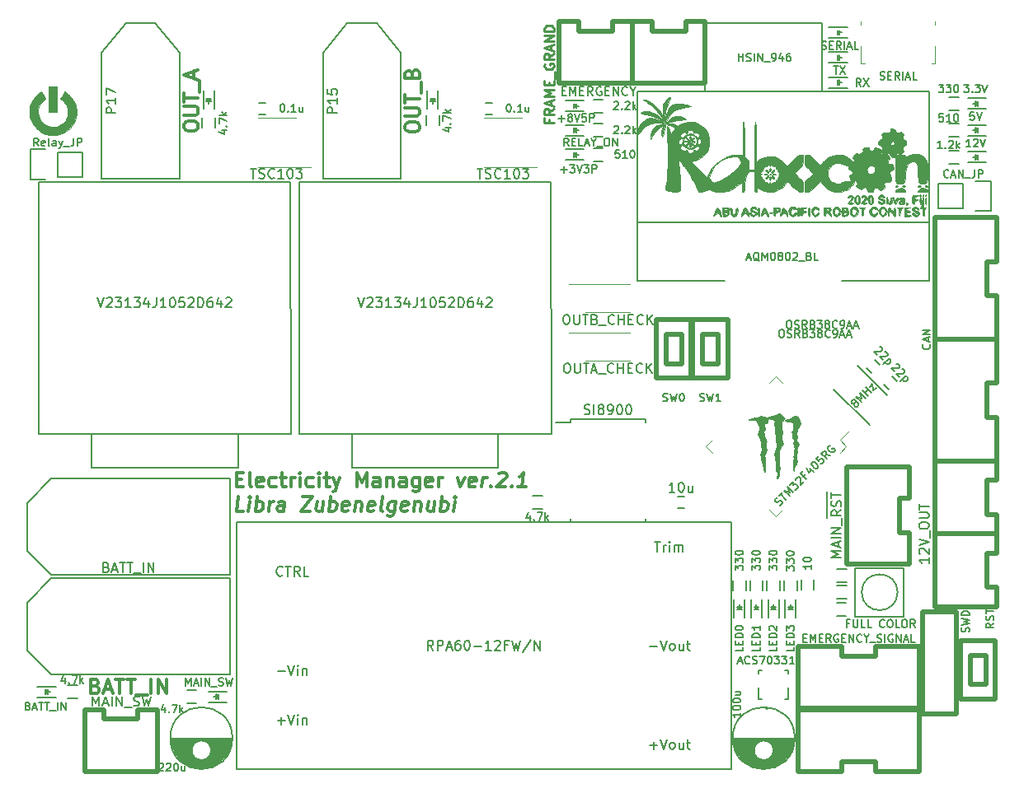
<source format=gbr>
G04 #@! TF.GenerationSoftware,KiCad,Pcbnew,(5.1.5)-3*
G04 #@! TF.CreationDate,2020-03-05T06:08:15+09:00*
G04 #@! TF.ProjectId,Electricity_Manager,456c6563-7472-4696-9369-74795f4d616e,rev?*
G04 #@! TF.SameCoordinates,Original*
G04 #@! TF.FileFunction,Legend,Top*
G04 #@! TF.FilePolarity,Positive*
%FSLAX46Y46*%
G04 Gerber Fmt 4.6, Leading zero omitted, Abs format (unit mm)*
G04 Created by KiCad (PCBNEW (5.1.5)-3) date 2020-03-05 06:08:15*
%MOMM*%
%LPD*%
G04 APERTURE LIST*
%ADD10C,0.375000*%
%ADD11C,0.150000*%
%ADD12C,0.500000*%
%ADD13C,0.152400*%
%ADD14C,0.010000*%
%ADD15C,0.120000*%
%ADD16C,0.200000*%
%ADD17C,0.250000*%
G04 APERTURE END LIST*
D10*
X92591964Y-144678571D02*
X92824107Y-145678571D01*
X93306250Y-144678571D01*
X94333035Y-145607142D02*
X94181250Y-145678571D01*
X93895535Y-145678571D01*
X93761607Y-145607142D01*
X93708035Y-145464285D01*
X93779464Y-144892857D01*
X93868750Y-144750000D01*
X94020535Y-144678571D01*
X94306250Y-144678571D01*
X94440178Y-144750000D01*
X94493750Y-144892857D01*
X94475892Y-145035714D01*
X93743750Y-145178571D01*
X95038392Y-145678571D02*
X95163392Y-144678571D01*
X95127678Y-144964285D02*
X95216964Y-144821428D01*
X95297321Y-144750000D01*
X95449107Y-144678571D01*
X95591964Y-144678571D01*
X95984821Y-145535714D02*
X96047321Y-145607142D01*
X95966964Y-145678571D01*
X95904464Y-145607142D01*
X95984821Y-145535714D01*
X95966964Y-145678571D01*
X96779464Y-144321428D02*
X96859821Y-144250000D01*
X97011607Y-144178571D01*
X97368750Y-144178571D01*
X97502678Y-144250000D01*
X97565178Y-144321428D01*
X97618750Y-144464285D01*
X97600892Y-144607142D01*
X97502678Y-144821428D01*
X96538392Y-145678571D01*
X97466964Y-145678571D01*
X98127678Y-145535714D02*
X98190178Y-145607142D01*
X98109821Y-145678571D01*
X98047321Y-145607142D01*
X98127678Y-145535714D01*
X98109821Y-145678571D01*
X99609821Y-145678571D02*
X98752678Y-145678571D01*
X99181250Y-145678571D02*
X99368750Y-144178571D01*
X99199107Y-144392857D01*
X99038392Y-144535714D01*
X98886607Y-144607142D01*
X70574107Y-148178571D02*
X69859821Y-148178571D01*
X70047321Y-146678571D01*
X71074107Y-148178571D02*
X71199107Y-147178571D01*
X71261607Y-146678571D02*
X71181250Y-146750000D01*
X71243750Y-146821428D01*
X71324107Y-146750000D01*
X71261607Y-146678571D01*
X71243750Y-146821428D01*
X71788392Y-148178571D02*
X71975892Y-146678571D01*
X71904464Y-147250000D02*
X72056250Y-147178571D01*
X72341964Y-147178571D01*
X72475892Y-147250000D01*
X72538392Y-147321428D01*
X72591964Y-147464285D01*
X72538392Y-147892857D01*
X72449107Y-148035714D01*
X72368750Y-148107142D01*
X72216964Y-148178571D01*
X71931250Y-148178571D01*
X71797321Y-148107142D01*
X73145535Y-148178571D02*
X73270535Y-147178571D01*
X73234821Y-147464285D02*
X73324107Y-147321428D01*
X73404464Y-147250000D01*
X73556250Y-147178571D01*
X73699107Y-147178571D01*
X74716964Y-148178571D02*
X74815178Y-147392857D01*
X74761607Y-147250000D01*
X74627678Y-147178571D01*
X74341964Y-147178571D01*
X74190178Y-147250000D01*
X74725892Y-148107142D02*
X74574107Y-148178571D01*
X74216964Y-148178571D01*
X74083035Y-148107142D01*
X74029464Y-147964285D01*
X74047321Y-147821428D01*
X74136607Y-147678571D01*
X74288392Y-147607142D01*
X74645535Y-147607142D01*
X74797321Y-147535714D01*
X76618750Y-146678571D02*
X77618750Y-146678571D01*
X76431250Y-148178571D01*
X77431250Y-148178571D01*
X78770535Y-147178571D02*
X78645535Y-148178571D01*
X78127678Y-147178571D02*
X78029464Y-147964285D01*
X78083035Y-148107142D01*
X78216964Y-148178571D01*
X78431250Y-148178571D01*
X78583035Y-148107142D01*
X78663392Y-148035714D01*
X79359821Y-148178571D02*
X79547321Y-146678571D01*
X79475892Y-147250000D02*
X79627678Y-147178571D01*
X79913392Y-147178571D01*
X80047321Y-147250000D01*
X80109821Y-147321428D01*
X80163392Y-147464285D01*
X80109821Y-147892857D01*
X80020535Y-148035714D01*
X79940178Y-148107142D01*
X79788392Y-148178571D01*
X79502678Y-148178571D01*
X79368750Y-148107142D01*
X81297321Y-148107142D02*
X81145535Y-148178571D01*
X80859821Y-148178571D01*
X80725892Y-148107142D01*
X80672321Y-147964285D01*
X80743750Y-147392857D01*
X80833035Y-147250000D01*
X80984821Y-147178571D01*
X81270535Y-147178571D01*
X81404464Y-147250000D01*
X81458035Y-147392857D01*
X81440178Y-147535714D01*
X80708035Y-147678571D01*
X82127678Y-147178571D02*
X82002678Y-148178571D01*
X82109821Y-147321428D02*
X82190178Y-147250000D01*
X82341964Y-147178571D01*
X82556250Y-147178571D01*
X82690178Y-147250000D01*
X82743750Y-147392857D01*
X82645535Y-148178571D01*
X83940178Y-148107142D02*
X83788392Y-148178571D01*
X83502678Y-148178571D01*
X83368750Y-148107142D01*
X83315178Y-147964285D01*
X83386607Y-147392857D01*
X83475892Y-147250000D01*
X83627678Y-147178571D01*
X83913392Y-147178571D01*
X84047321Y-147250000D01*
X84100892Y-147392857D01*
X84083035Y-147535714D01*
X83350892Y-147678571D01*
X84859821Y-148178571D02*
X84725892Y-148107142D01*
X84672321Y-147964285D01*
X84833035Y-146678571D01*
X86199107Y-147178571D02*
X86047321Y-148392857D01*
X85958035Y-148535714D01*
X85877678Y-148607142D01*
X85725892Y-148678571D01*
X85511607Y-148678571D01*
X85377678Y-148607142D01*
X86083035Y-148107142D02*
X85931250Y-148178571D01*
X85645535Y-148178571D01*
X85511607Y-148107142D01*
X85449107Y-148035714D01*
X85395535Y-147892857D01*
X85449107Y-147464285D01*
X85538392Y-147321428D01*
X85618750Y-147250000D01*
X85770535Y-147178571D01*
X86056250Y-147178571D01*
X86190178Y-147250000D01*
X87368750Y-148107142D02*
X87216964Y-148178571D01*
X86931250Y-148178571D01*
X86797321Y-148107142D01*
X86743750Y-147964285D01*
X86815178Y-147392857D01*
X86904464Y-147250000D01*
X87056250Y-147178571D01*
X87341964Y-147178571D01*
X87475892Y-147250000D01*
X87529464Y-147392857D01*
X87511607Y-147535714D01*
X86779464Y-147678571D01*
X88199107Y-147178571D02*
X88074107Y-148178571D01*
X88181250Y-147321428D02*
X88261607Y-147250000D01*
X88413392Y-147178571D01*
X88627678Y-147178571D01*
X88761607Y-147250000D01*
X88815178Y-147392857D01*
X88716964Y-148178571D01*
X90199107Y-147178571D02*
X90074107Y-148178571D01*
X89556250Y-147178571D02*
X89458035Y-147964285D01*
X89511607Y-148107142D01*
X89645535Y-148178571D01*
X89859821Y-148178571D01*
X90011607Y-148107142D01*
X90091964Y-148035714D01*
X90788392Y-148178571D02*
X90975892Y-146678571D01*
X90904464Y-147250000D02*
X91056250Y-147178571D01*
X91341964Y-147178571D01*
X91475892Y-147250000D01*
X91538392Y-147321428D01*
X91591964Y-147464285D01*
X91538392Y-147892857D01*
X91449107Y-148035714D01*
X91368750Y-148107142D01*
X91216964Y-148178571D01*
X90931250Y-148178571D01*
X90797321Y-148107142D01*
X92145535Y-148178571D02*
X92270535Y-147178571D01*
X92333035Y-146678571D02*
X92252678Y-146750000D01*
X92315178Y-146821428D01*
X92395535Y-146750000D01*
X92333035Y-146678571D01*
X92315178Y-146821428D01*
X69850892Y-144892857D02*
X70350892Y-144892857D01*
X70565178Y-145678571D02*
X69850892Y-145678571D01*
X69850892Y-144178571D01*
X70565178Y-144178571D01*
X71422321Y-145678571D02*
X71279464Y-145607142D01*
X71208035Y-145464285D01*
X71208035Y-144178571D01*
X72565178Y-145607142D02*
X72422321Y-145678571D01*
X72136607Y-145678571D01*
X71993750Y-145607142D01*
X71922321Y-145464285D01*
X71922321Y-144892857D01*
X71993750Y-144750000D01*
X72136607Y-144678571D01*
X72422321Y-144678571D01*
X72565178Y-144750000D01*
X72636607Y-144892857D01*
X72636607Y-145035714D01*
X71922321Y-145178571D01*
X73922321Y-145607142D02*
X73779464Y-145678571D01*
X73493750Y-145678571D01*
X73350892Y-145607142D01*
X73279464Y-145535714D01*
X73208035Y-145392857D01*
X73208035Y-144964285D01*
X73279464Y-144821428D01*
X73350892Y-144750000D01*
X73493750Y-144678571D01*
X73779464Y-144678571D01*
X73922321Y-144750000D01*
X74350892Y-144678571D02*
X74922321Y-144678571D01*
X74565178Y-144178571D02*
X74565178Y-145464285D01*
X74636607Y-145607142D01*
X74779464Y-145678571D01*
X74922321Y-145678571D01*
X75422321Y-145678571D02*
X75422321Y-144678571D01*
X75422321Y-144964285D02*
X75493750Y-144821428D01*
X75565178Y-144750000D01*
X75708035Y-144678571D01*
X75850892Y-144678571D01*
X76350892Y-145678571D02*
X76350892Y-144678571D01*
X76350892Y-144178571D02*
X76279464Y-144250000D01*
X76350892Y-144321428D01*
X76422321Y-144250000D01*
X76350892Y-144178571D01*
X76350892Y-144321428D01*
X77708035Y-145607142D02*
X77565178Y-145678571D01*
X77279464Y-145678571D01*
X77136607Y-145607142D01*
X77065178Y-145535714D01*
X76993750Y-145392857D01*
X76993750Y-144964285D01*
X77065178Y-144821428D01*
X77136607Y-144750000D01*
X77279464Y-144678571D01*
X77565178Y-144678571D01*
X77708035Y-144750000D01*
X78350892Y-145678571D02*
X78350892Y-144678571D01*
X78350892Y-144178571D02*
X78279464Y-144250000D01*
X78350892Y-144321428D01*
X78422321Y-144250000D01*
X78350892Y-144178571D01*
X78350892Y-144321428D01*
X78850892Y-144678571D02*
X79422321Y-144678571D01*
X79065178Y-144178571D02*
X79065178Y-145464285D01*
X79136607Y-145607142D01*
X79279464Y-145678571D01*
X79422321Y-145678571D01*
X79779464Y-144678571D02*
X80136607Y-145678571D01*
X80493750Y-144678571D02*
X80136607Y-145678571D01*
X79993750Y-146035714D01*
X79922321Y-146107142D01*
X79779464Y-146178571D01*
X82208035Y-145678571D02*
X82208035Y-144178571D01*
X82708035Y-145250000D01*
X83208035Y-144178571D01*
X83208035Y-145678571D01*
X84565178Y-145678571D02*
X84565178Y-144892857D01*
X84493750Y-144750000D01*
X84350892Y-144678571D01*
X84065178Y-144678571D01*
X83922321Y-144750000D01*
X84565178Y-145607142D02*
X84422321Y-145678571D01*
X84065178Y-145678571D01*
X83922321Y-145607142D01*
X83850892Y-145464285D01*
X83850892Y-145321428D01*
X83922321Y-145178571D01*
X84065178Y-145107142D01*
X84422321Y-145107142D01*
X84565178Y-145035714D01*
X85279464Y-144678571D02*
X85279464Y-145678571D01*
X85279464Y-144821428D02*
X85350892Y-144750000D01*
X85493750Y-144678571D01*
X85708035Y-144678571D01*
X85850892Y-144750000D01*
X85922321Y-144892857D01*
X85922321Y-145678571D01*
X87279464Y-145678571D02*
X87279464Y-144892857D01*
X87208035Y-144750000D01*
X87065178Y-144678571D01*
X86779464Y-144678571D01*
X86636607Y-144750000D01*
X87279464Y-145607142D02*
X87136607Y-145678571D01*
X86779464Y-145678571D01*
X86636607Y-145607142D01*
X86565178Y-145464285D01*
X86565178Y-145321428D01*
X86636607Y-145178571D01*
X86779464Y-145107142D01*
X87136607Y-145107142D01*
X87279464Y-145035714D01*
X88636607Y-144678571D02*
X88636607Y-145892857D01*
X88565178Y-146035714D01*
X88493750Y-146107142D01*
X88350892Y-146178571D01*
X88136607Y-146178571D01*
X87993750Y-146107142D01*
X88636607Y-145607142D02*
X88493750Y-145678571D01*
X88208035Y-145678571D01*
X88065178Y-145607142D01*
X87993750Y-145535714D01*
X87922321Y-145392857D01*
X87922321Y-144964285D01*
X87993750Y-144821428D01*
X88065178Y-144750000D01*
X88208035Y-144678571D01*
X88493750Y-144678571D01*
X88636607Y-144750000D01*
X89922321Y-145607142D02*
X89779464Y-145678571D01*
X89493750Y-145678571D01*
X89350892Y-145607142D01*
X89279464Y-145464285D01*
X89279464Y-144892857D01*
X89350892Y-144750000D01*
X89493750Y-144678571D01*
X89779464Y-144678571D01*
X89922321Y-144750000D01*
X89993750Y-144892857D01*
X89993750Y-145035714D01*
X89279464Y-145178571D01*
X90636607Y-145678571D02*
X90636607Y-144678571D01*
X90636607Y-144964285D02*
X90708035Y-144821428D01*
X90779464Y-144750000D01*
X90922321Y-144678571D01*
X91065178Y-144678571D01*
D11*
X135426777Y-132578249D02*
X135921751Y-133073223D01*
X135073223Y-133921751D02*
X134578249Y-133426777D01*
X134921751Y-139325914D02*
X131209441Y-135613604D01*
X133613604Y-133209441D02*
X136654163Y-136250000D01*
X132500000Y-157175000D02*
X131500000Y-157175000D01*
X131500000Y-155825000D02*
X132500000Y-155825000D01*
X131470000Y-157575000D02*
X132470000Y-157575000D01*
X132470000Y-158925000D02*
X131470000Y-158925000D01*
X131500000Y-154075000D02*
X132500000Y-154075000D01*
X132500000Y-155425000D02*
X131500000Y-155425000D01*
X123500000Y-158030000D02*
X123250000Y-158280000D01*
X123000000Y-158030000D02*
X123500000Y-158030000D01*
X123250000Y-158280000D02*
X123000000Y-158030000D01*
X123000000Y-158280000D02*
X123500000Y-158280000D01*
X123250000Y-158230000D02*
X123250000Y-157780000D01*
X122700000Y-159130000D02*
X122700000Y-157230000D01*
X123800000Y-159130000D02*
X123800000Y-157230000D01*
X81250000Y-98000000D02*
X78750000Y-101000000D01*
X78750000Y-101000000D02*
X78750000Y-114000000D01*
X84250000Y-98000000D02*
X86750000Y-101000000D01*
X86750000Y-101000000D02*
X86750000Y-114000000D01*
X84250000Y-98000000D02*
X81250000Y-98000000D01*
X86750000Y-114000000D02*
X78750000Y-114000000D01*
X64000000Y-114000000D02*
X56000000Y-114000000D01*
X61500000Y-98000000D02*
X58500000Y-98000000D01*
X64000000Y-101000000D02*
X64000000Y-114000000D01*
X61500000Y-98000000D02*
X64000000Y-101000000D01*
X56000000Y-101000000D02*
X56000000Y-114000000D01*
X58500000Y-98000000D02*
X56000000Y-101000000D01*
X115850000Y-147850000D02*
X115150000Y-147850000D01*
X115150000Y-146650000D02*
X115850000Y-146650000D01*
X69399000Y-171575000D02*
X63101000Y-171575000D01*
X69393000Y-171715000D02*
X63107000Y-171715000D01*
X69380000Y-171855000D02*
X66696000Y-171855000D01*
X65804000Y-171855000D02*
X63120000Y-171855000D01*
X69361000Y-171995000D02*
X66906000Y-171995000D01*
X65594000Y-171995000D02*
X63139000Y-171995000D01*
X69335000Y-172135000D02*
X67039000Y-172135000D01*
X65461000Y-172135000D02*
X63165000Y-172135000D01*
X69303000Y-172275000D02*
X67130000Y-172275000D01*
X65370000Y-172275000D02*
X63197000Y-172275000D01*
X69264000Y-172415000D02*
X67192000Y-172415000D01*
X65308000Y-172415000D02*
X63236000Y-172415000D01*
X69218000Y-172555000D02*
X67231000Y-172555000D01*
X65269000Y-172555000D02*
X63282000Y-172555000D01*
X69165000Y-172695000D02*
X67248000Y-172695000D01*
X65252000Y-172695000D02*
X63335000Y-172695000D01*
X69103000Y-172835000D02*
X67246000Y-172835000D01*
X65254000Y-172835000D02*
X63397000Y-172835000D01*
X69033000Y-172975000D02*
X67224000Y-172975000D01*
X65276000Y-172975000D02*
X63467000Y-172975000D01*
X68954000Y-173115000D02*
X67181000Y-173115000D01*
X65319000Y-173115000D02*
X63546000Y-173115000D01*
X68866000Y-173255000D02*
X67113000Y-173255000D01*
X65387000Y-173255000D02*
X63634000Y-173255000D01*
X68766000Y-173395000D02*
X67014000Y-173395000D01*
X65486000Y-173395000D02*
X63734000Y-173395000D01*
X68654000Y-173535000D02*
X66869000Y-173535000D01*
X65631000Y-173535000D02*
X63846000Y-173535000D01*
X68529000Y-173675000D02*
X66630000Y-173675000D01*
X65870000Y-173675000D02*
X63971000Y-173675000D01*
X68386000Y-173815000D02*
X64114000Y-173815000D01*
X68224000Y-173955000D02*
X64276000Y-173955000D01*
X68036000Y-174095000D02*
X64464000Y-174095000D01*
X67813000Y-174235000D02*
X64687000Y-174235000D01*
X67537000Y-174375000D02*
X64963000Y-174375000D01*
X67162000Y-174515000D02*
X65338000Y-174515000D01*
X67250000Y-172750000D02*
G75*
G03X67250000Y-172750000I-1000000J0D01*
G01*
X69437500Y-171500000D02*
G75*
G03X69437500Y-171500000I-3187500J0D01*
G01*
X127187500Y-171500000D02*
G75*
G03X127187500Y-171500000I-3187500J0D01*
G01*
X125000000Y-172750000D02*
G75*
G03X125000000Y-172750000I-1000000J0D01*
G01*
X124912000Y-174515000D02*
X123088000Y-174515000D01*
X125287000Y-174375000D02*
X122713000Y-174375000D01*
X125563000Y-174235000D02*
X122437000Y-174235000D01*
X125786000Y-174095000D02*
X122214000Y-174095000D01*
X125974000Y-173955000D02*
X122026000Y-173955000D01*
X126136000Y-173815000D02*
X121864000Y-173815000D01*
X123620000Y-173675000D02*
X121721000Y-173675000D01*
X126279000Y-173675000D02*
X124380000Y-173675000D01*
X123381000Y-173535000D02*
X121596000Y-173535000D01*
X126404000Y-173535000D02*
X124619000Y-173535000D01*
X123236000Y-173395000D02*
X121484000Y-173395000D01*
X126516000Y-173395000D02*
X124764000Y-173395000D01*
X123137000Y-173255000D02*
X121384000Y-173255000D01*
X126616000Y-173255000D02*
X124863000Y-173255000D01*
X123069000Y-173115000D02*
X121296000Y-173115000D01*
X126704000Y-173115000D02*
X124931000Y-173115000D01*
X123026000Y-172975000D02*
X121217000Y-172975000D01*
X126783000Y-172975000D02*
X124974000Y-172975000D01*
X123004000Y-172835000D02*
X121147000Y-172835000D01*
X126853000Y-172835000D02*
X124996000Y-172835000D01*
X123002000Y-172695000D02*
X121085000Y-172695000D01*
X126915000Y-172695000D02*
X124998000Y-172695000D01*
X123019000Y-172555000D02*
X121032000Y-172555000D01*
X126968000Y-172555000D02*
X124981000Y-172555000D01*
X123058000Y-172415000D02*
X120986000Y-172415000D01*
X127014000Y-172415000D02*
X124942000Y-172415000D01*
X123120000Y-172275000D02*
X120947000Y-172275000D01*
X127053000Y-172275000D02*
X124880000Y-172275000D01*
X123211000Y-172135000D02*
X120915000Y-172135000D01*
X127085000Y-172135000D02*
X124789000Y-172135000D01*
X123344000Y-171995000D02*
X120889000Y-171995000D01*
X127111000Y-171995000D02*
X124656000Y-171995000D01*
X123554000Y-171855000D02*
X120870000Y-171855000D01*
X127130000Y-171855000D02*
X124446000Y-171855000D01*
X127143000Y-171715000D02*
X120857000Y-171715000D01*
X127149000Y-171575000D02*
X120851000Y-171575000D01*
X144480000Y-117020000D02*
X141940000Y-117020000D01*
X147300000Y-117300000D02*
X145750000Y-117300000D01*
X144480000Y-117020000D02*
X144480000Y-114480000D01*
X145750000Y-114200000D02*
X147300000Y-114200000D01*
X147300000Y-114200000D02*
X147300000Y-117300000D01*
X144480000Y-114480000D02*
X141940000Y-114480000D01*
X141940000Y-114480000D02*
X141940000Y-117020000D01*
D12*
X147950000Y-130500000D02*
X147950000Y-126000000D01*
X147950000Y-126000000D02*
X146950000Y-126000000D01*
X146950000Y-126000000D02*
X146950000Y-122500000D01*
X146950000Y-122500000D02*
X147950000Y-122500000D01*
X147950000Y-122500000D02*
X147950000Y-118000000D01*
X141550000Y-118000000D02*
X141550000Y-130500000D01*
X147950000Y-118000000D02*
X141550000Y-118000000D01*
X141550000Y-130500000D02*
X147950000Y-130500000D01*
X61750000Y-168550000D02*
X59750000Y-168550000D01*
X59750000Y-168550000D02*
X59750000Y-169550000D01*
X59750000Y-169550000D02*
X56250000Y-169550000D01*
X56250000Y-169550000D02*
X56250000Y-168550000D01*
X56250000Y-168550000D02*
X54250000Y-168550000D01*
X61750000Y-174950000D02*
X61750000Y-168550000D01*
X54250000Y-168550000D02*
X54250000Y-174950000D01*
X54250000Y-174950000D02*
X61750000Y-174950000D01*
D11*
X69150000Y-155050000D02*
X50800000Y-155050000D01*
X69150000Y-164950000D02*
X69150000Y-155050000D01*
X50800000Y-164950000D02*
X69150000Y-164950000D01*
X50800000Y-155050000D02*
X48350000Y-157550000D01*
X50800000Y-164950000D02*
X48350000Y-162500000D01*
X48350000Y-160000000D02*
X48350000Y-157550000D01*
X48350000Y-159950000D02*
X48350000Y-162500000D01*
X48350000Y-149700000D02*
X48350000Y-152250000D01*
X48350000Y-149750000D02*
X48350000Y-147300000D01*
X50800000Y-154700000D02*
X48350000Y-152250000D01*
X50800000Y-144800000D02*
X48350000Y-147300000D01*
X50800000Y-154700000D02*
X69150000Y-154700000D01*
X69150000Y-154700000D02*
X69150000Y-144800000D01*
X69150000Y-144800000D02*
X50800000Y-144800000D01*
D12*
X147800000Y-167500000D02*
X147800000Y-161500000D01*
X144200000Y-167500000D02*
X147800000Y-167500000D01*
X144200000Y-161500000D02*
X144200000Y-167500000D01*
X147800000Y-161500000D02*
X144200000Y-161500000D01*
X146800000Y-166000000D02*
X146800000Y-163000000D01*
X145200000Y-166000000D02*
X146800000Y-166000000D01*
X145200000Y-163000000D02*
X145200000Y-166000000D01*
X146800000Y-163000000D02*
X145200000Y-163000000D01*
D11*
X49550000Y-127250000D02*
X49550000Y-140200000D01*
X49550000Y-140200000D02*
X75450000Y-140200000D01*
X75450000Y-140200000D02*
X75410000Y-114300000D01*
X75410000Y-114300000D02*
X49550000Y-114320000D01*
X49550000Y-114320000D02*
X49550000Y-127250000D01*
X55000000Y-143700000D02*
X70000000Y-143680000D01*
X70000000Y-143680000D02*
X70000000Y-140230000D01*
X55000000Y-143700000D02*
X55000000Y-140200000D01*
X81750000Y-143700000D02*
X81750000Y-140200000D01*
X96750000Y-143680000D02*
X96750000Y-140230000D01*
X81750000Y-143700000D02*
X96750000Y-143680000D01*
X76300000Y-114320000D02*
X76300000Y-127250000D01*
X102160000Y-114300000D02*
X76300000Y-114320000D01*
X102200000Y-140200000D02*
X102160000Y-114300000D01*
X76300000Y-140200000D02*
X102200000Y-140200000D01*
X76300000Y-127250000D02*
X76300000Y-140200000D01*
D12*
X140300000Y-169000000D02*
X143800000Y-169000000D01*
X140300000Y-158500000D02*
X140300000Y-169000000D01*
X143800000Y-158500000D02*
X143800000Y-169000000D01*
X143800000Y-158500000D02*
X140300000Y-158500000D01*
D11*
X136823223Y-135671751D02*
X136328249Y-135176777D01*
X137176777Y-134328249D02*
X137671751Y-134823223D01*
X146850000Y-111200000D02*
X144950000Y-111200000D01*
X146850000Y-112300000D02*
X144950000Y-112300000D01*
X145950000Y-111750000D02*
X145500000Y-111750000D01*
X146000000Y-112000000D02*
X146000000Y-111500000D01*
X146000000Y-111750000D02*
X145750000Y-112000000D01*
X145750000Y-112000000D02*
X145750000Y-111500000D01*
X145750000Y-111500000D02*
X146000000Y-111750000D01*
X145750000Y-108750000D02*
X146000000Y-109000000D01*
X145750000Y-109250000D02*
X145750000Y-108750000D01*
X146000000Y-109000000D02*
X145750000Y-109250000D01*
X146000000Y-109250000D02*
X146000000Y-108750000D01*
X145950000Y-109000000D02*
X145500000Y-109000000D01*
X146850000Y-109550000D02*
X144950000Y-109550000D01*
X146850000Y-108450000D02*
X144950000Y-108450000D01*
X146850000Y-105700000D02*
X144950000Y-105700000D01*
X146850000Y-106800000D02*
X144950000Y-106800000D01*
X145950000Y-106250000D02*
X145500000Y-106250000D01*
X146000000Y-106500000D02*
X146000000Y-106000000D01*
X146000000Y-106250000D02*
X145750000Y-106500000D01*
X145750000Y-106500000D02*
X145750000Y-106000000D01*
X145750000Y-106000000D02*
X146000000Y-106250000D01*
X122050000Y-159130000D02*
X122050000Y-157230000D01*
X120950000Y-159130000D02*
X120950000Y-157230000D01*
X121500000Y-158230000D02*
X121500000Y-157780000D01*
X121250000Y-158280000D02*
X121750000Y-158280000D01*
X121500000Y-158280000D02*
X121250000Y-158030000D01*
X121250000Y-158030000D02*
X121750000Y-158030000D01*
X121750000Y-158030000D02*
X121500000Y-158280000D01*
X125550000Y-159130000D02*
X125550000Y-157230000D01*
X124450000Y-159130000D02*
X124450000Y-157230000D01*
X125000000Y-158230000D02*
X125000000Y-157780000D01*
X124750000Y-158280000D02*
X125250000Y-158280000D01*
X125000000Y-158280000D02*
X124750000Y-158030000D01*
X124750000Y-158030000D02*
X125250000Y-158030000D01*
X125250000Y-158030000D02*
X125000000Y-158280000D01*
X127000000Y-158030000D02*
X126750000Y-158280000D01*
X126500000Y-158030000D02*
X127000000Y-158030000D01*
X126750000Y-158280000D02*
X126500000Y-158030000D01*
X126500000Y-158280000D02*
X127000000Y-158280000D01*
X126750000Y-158230000D02*
X126750000Y-157780000D01*
X126200000Y-159130000D02*
X126200000Y-157230000D01*
X127300000Y-159130000D02*
X127300000Y-157230000D01*
X49400000Y-167300000D02*
X51300000Y-167300000D01*
X49400000Y-166200000D02*
X51300000Y-166200000D01*
X50300000Y-166750000D02*
X50750000Y-166750000D01*
X50250000Y-166500000D02*
X50250000Y-167000000D01*
X50250000Y-166750000D02*
X50500000Y-166500000D01*
X50500000Y-166500000D02*
X50500000Y-167000000D01*
X50500000Y-167000000D02*
X50250000Y-166750000D01*
X68850000Y-166700000D02*
X66950000Y-166700000D01*
X68850000Y-167800000D02*
X66950000Y-167800000D01*
X67950000Y-167250000D02*
X67500000Y-167250000D01*
X68000000Y-167500000D02*
X68000000Y-167000000D01*
X68000000Y-167250000D02*
X67750000Y-167500000D01*
X67750000Y-167500000D02*
X67750000Y-167000000D01*
X67750000Y-167000000D02*
X68000000Y-167250000D01*
X66750000Y-106000000D02*
X67000000Y-105750000D01*
X67250000Y-106000000D02*
X66750000Y-106000000D01*
X67000000Y-105750000D02*
X67250000Y-106000000D01*
X67250000Y-105750000D02*
X66750000Y-105750000D01*
X67000000Y-105800000D02*
X67000000Y-106250000D01*
X67550000Y-104900000D02*
X67550000Y-106800000D01*
X66450000Y-104900000D02*
X66450000Y-106800000D01*
X89450000Y-104900000D02*
X89450000Y-106800000D01*
X90550000Y-104900000D02*
X90550000Y-106800000D01*
X90000000Y-105800000D02*
X90000000Y-106250000D01*
X90250000Y-105750000D02*
X89750000Y-105750000D01*
X90000000Y-105750000D02*
X90250000Y-106000000D01*
X90250000Y-106000000D02*
X89750000Y-106000000D01*
X89750000Y-106000000D02*
X90000000Y-105750000D01*
X104740000Y-109240000D02*
X104490000Y-108990000D01*
X104740000Y-108740000D02*
X104740000Y-109240000D01*
X104490000Y-108990000D02*
X104740000Y-108740000D01*
X104490000Y-108740000D02*
X104490000Y-109240000D01*
X104540000Y-108990000D02*
X104990000Y-108990000D01*
X103640000Y-108440000D02*
X105540000Y-108440000D01*
X103640000Y-109540000D02*
X105540000Y-109540000D01*
X104740000Y-106740000D02*
X104490000Y-106490000D01*
X104740000Y-106240000D02*
X104740000Y-106740000D01*
X104490000Y-106490000D02*
X104740000Y-106240000D01*
X104490000Y-106240000D02*
X104490000Y-106740000D01*
X104540000Y-106490000D02*
X104990000Y-106490000D01*
X103640000Y-105940000D02*
X105540000Y-105940000D01*
X103640000Y-107040000D02*
X105540000Y-107040000D01*
X104740000Y-111740000D02*
X104490000Y-111490000D01*
X104740000Y-111240000D02*
X104740000Y-111740000D01*
X104490000Y-111490000D02*
X104740000Y-111240000D01*
X104490000Y-111240000D02*
X104490000Y-111740000D01*
X104540000Y-111490000D02*
X104990000Y-111490000D01*
X103640000Y-110940000D02*
X105540000Y-110940000D01*
X103640000Y-112040000D02*
X105540000Y-112040000D01*
X51520000Y-111230000D02*
X54060000Y-111230000D01*
X48700000Y-110950000D02*
X50250000Y-110950000D01*
X51520000Y-111230000D02*
X51520000Y-113770000D01*
X50250000Y-114050000D02*
X48700000Y-114050000D01*
X48700000Y-114050000D02*
X48700000Y-110950000D01*
X51520000Y-113770000D02*
X54060000Y-113770000D01*
X54060000Y-113770000D02*
X54060000Y-111230000D01*
D12*
X140000000Y-162050000D02*
X135500000Y-162050000D01*
X135500000Y-162050000D02*
X135500000Y-163050000D01*
X135500000Y-163050000D02*
X132000000Y-163050000D01*
X132000000Y-163050000D02*
X132000000Y-162050000D01*
X132000000Y-162050000D02*
X127500000Y-162050000D01*
X127500000Y-168450000D02*
X140000000Y-168450000D01*
X127500000Y-162050000D02*
X127500000Y-168450000D01*
X140000000Y-168450000D02*
X140000000Y-162050000D01*
X141550000Y-150500000D02*
X141550000Y-158000000D01*
X147950000Y-150500000D02*
X141550000Y-150500000D01*
X141550000Y-158000000D02*
X147950000Y-158000000D01*
X147950000Y-152500000D02*
X147950000Y-150500000D01*
X146950000Y-152500000D02*
X147950000Y-152500000D01*
X146950000Y-156000000D02*
X146950000Y-152500000D01*
X147950000Y-156000000D02*
X146950000Y-156000000D01*
X147950000Y-158000000D02*
X147950000Y-156000000D01*
X147950000Y-150500000D02*
X147950000Y-148500000D01*
X147950000Y-148500000D02*
X146950000Y-148500000D01*
X146950000Y-148500000D02*
X146950000Y-145000000D01*
X146950000Y-145000000D02*
X147950000Y-145000000D01*
X147950000Y-145000000D02*
X147950000Y-143000000D01*
X141550000Y-150500000D02*
X147950000Y-150500000D01*
X147950000Y-143000000D02*
X141550000Y-143000000D01*
X141550000Y-143000000D02*
X141550000Y-150500000D01*
X110500000Y-97800000D02*
X108500000Y-97800000D01*
X108500000Y-97800000D02*
X108500000Y-98800000D01*
X108500000Y-98800000D02*
X105000000Y-98800000D01*
X105000000Y-98800000D02*
X105000000Y-97800000D01*
X105000000Y-97800000D02*
X103000000Y-97800000D01*
X110500000Y-104200000D02*
X110500000Y-97800000D01*
X103000000Y-97800000D02*
X103000000Y-104200000D01*
X103000000Y-104200000D02*
X110500000Y-104200000D01*
X110500000Y-104200000D02*
X118000000Y-104200000D01*
X110500000Y-97800000D02*
X110500000Y-104200000D01*
X118000000Y-104200000D02*
X118000000Y-97800000D01*
X112500000Y-97800000D02*
X110500000Y-97800000D01*
X112500000Y-98800000D02*
X112500000Y-97800000D01*
X116000000Y-98800000D02*
X112500000Y-98800000D01*
X116000000Y-97800000D02*
X116000000Y-98800000D01*
X118000000Y-97800000D02*
X116000000Y-97800000D01*
D11*
X144000000Y-112425000D02*
X143000000Y-112425000D01*
X143000000Y-111075000D02*
X144000000Y-111075000D01*
X143000000Y-108325000D02*
X144000000Y-108325000D01*
X144000000Y-109675000D02*
X143000000Y-109675000D01*
X144000000Y-106925000D02*
X143000000Y-106925000D01*
X143000000Y-105575000D02*
X144000000Y-105575000D01*
X122175000Y-155280000D02*
X122175000Y-156280000D01*
X120825000Y-156280000D02*
X120825000Y-155280000D01*
X122575000Y-156280000D02*
X122575000Y-155280000D01*
X123925000Y-155280000D02*
X123925000Y-156280000D01*
X125675000Y-155280000D02*
X125675000Y-156280000D01*
X124325000Y-156280000D02*
X124325000Y-155280000D01*
X126075000Y-156280000D02*
X126075000Y-155280000D01*
X127425000Y-155280000D02*
X127425000Y-156280000D01*
X129175000Y-155250000D02*
X129175000Y-156250000D01*
X127825000Y-156250000D02*
X127825000Y-155250000D01*
X100250000Y-146575000D02*
X101250000Y-146575000D01*
X101250000Y-147925000D02*
X100250000Y-147925000D01*
X53500000Y-167425000D02*
X52500000Y-167425000D01*
X52500000Y-166075000D02*
X53500000Y-166075000D01*
X65750000Y-167925000D02*
X64750000Y-167925000D01*
X64750000Y-166575000D02*
X65750000Y-166575000D01*
X66325000Y-108750000D02*
X66325000Y-107750000D01*
X67675000Y-107750000D02*
X67675000Y-108750000D01*
X90675000Y-107500000D02*
X90675000Y-108500000D01*
X89325000Y-108500000D02*
X89325000Y-107500000D01*
X107500000Y-109665000D02*
X106500000Y-109665000D01*
X106500000Y-108315000D02*
X107500000Y-108315000D01*
X106500000Y-105815000D02*
X107500000Y-105815000D01*
X107500000Y-107165000D02*
X106500000Y-107165000D01*
X106500000Y-110815000D02*
X107500000Y-110815000D01*
X107500000Y-112165000D02*
X106500000Y-112165000D01*
D12*
X147950000Y-143000000D02*
X147950000Y-138500000D01*
X147950000Y-138500000D02*
X146950000Y-138500000D01*
X146950000Y-138500000D02*
X146950000Y-135000000D01*
X146950000Y-135000000D02*
X147950000Y-135000000D01*
X147950000Y-135000000D02*
X147950000Y-130500000D01*
X141550000Y-130500000D02*
X141550000Y-143000000D01*
X147950000Y-130500000D02*
X141550000Y-130500000D01*
X141550000Y-143000000D02*
X147950000Y-143000000D01*
D11*
X124375000Y-168500000D02*
G75*
G03X124375000Y-168500000I-75000J0D01*
G01*
D13*
X126500000Y-164500000D02*
X126200000Y-164500000D01*
X126500000Y-164900000D02*
X126500000Y-164500000D01*
X126500000Y-167500000D02*
X126500000Y-166300000D01*
X126200000Y-167500000D02*
X126500000Y-167500000D01*
X123500000Y-164500000D02*
X123800000Y-164500000D01*
X123500000Y-164900000D02*
X123500000Y-164500000D01*
X123500000Y-167500000D02*
X123500000Y-166300000D01*
X123800000Y-167500000D02*
X123500000Y-167500000D01*
D11*
X69850000Y-149300000D02*
X120650000Y-149300000D01*
X69850000Y-174700000D02*
X69850000Y-149300000D01*
X120650000Y-174700000D02*
X69850000Y-174700000D01*
X120650000Y-149300000D02*
X120650000Y-174700000D01*
X104125000Y-138675000D02*
X104125000Y-139030000D01*
X111875000Y-138675000D02*
X111875000Y-139030000D01*
X111875000Y-149325000D02*
X111875000Y-148970000D01*
X104125000Y-149325000D02*
X104125000Y-148970000D01*
X104125000Y-138675000D02*
X111875000Y-138675000D01*
X104125000Y-149325000D02*
X111875000Y-149325000D01*
X104125000Y-139030000D02*
X102600000Y-139030000D01*
D12*
X127500000Y-174950000D02*
X132000000Y-174950000D01*
X132000000Y-174950000D02*
X132000000Y-173950000D01*
X132000000Y-173950000D02*
X135500000Y-173950000D01*
X135500000Y-173950000D02*
X135500000Y-174950000D01*
X135500000Y-174950000D02*
X140000000Y-174950000D01*
X140000000Y-168550000D02*
X127500000Y-168550000D01*
X140000000Y-174950000D02*
X140000000Y-168550000D01*
X127500000Y-168550000D02*
X127500000Y-174950000D01*
D14*
G36*
X127129452Y-138369668D02*
G01*
X127163308Y-138382150D01*
X127201549Y-138392634D01*
X127251989Y-138399553D01*
X127288005Y-138401200D01*
X127371860Y-138406856D01*
X127438836Y-138425788D01*
X127493318Y-138460935D01*
X127539694Y-138515240D01*
X127582349Y-138591645D01*
X127587135Y-138601810D01*
X127613872Y-138658640D01*
X127640814Y-138714593D01*
X127663422Y-138760286D01*
X127669764Y-138772681D01*
X127696827Y-138849606D01*
X127701100Y-138894793D01*
X127707495Y-138943761D01*
X127724333Y-138985775D01*
X127748089Y-139014427D01*
X127771871Y-139023500D01*
X127785777Y-139034945D01*
X127790000Y-139066731D01*
X127785357Y-139093729D01*
X127770398Y-139131020D01*
X127743573Y-139181808D01*
X127703335Y-139249300D01*
X127696455Y-139260406D01*
X127594352Y-139434032D01*
X127511921Y-139595684D01*
X127448187Y-139748181D01*
X127402173Y-139894342D01*
X127372904Y-140036983D01*
X127359403Y-140178924D01*
X127358200Y-140237157D01*
X127358703Y-140293074D01*
X127360886Y-140328684D01*
X127365760Y-140349071D01*
X127374336Y-140359320D01*
X127383268Y-140363244D01*
X127418140Y-140385936D01*
X127445550Y-140424493D01*
X127459246Y-140469408D01*
X127459800Y-140479636D01*
X127455145Y-140510131D01*
X127442659Y-140556304D01*
X127424553Y-140610504D01*
X127413444Y-140639848D01*
X127379069Y-140740582D01*
X127362671Y-140824083D01*
X127364288Y-140891103D01*
X127383960Y-140942393D01*
X127421727Y-140978705D01*
X127431439Y-140984228D01*
X127484277Y-141023004D01*
X127527623Y-141080825D01*
X127549771Y-141124814D01*
X127567190Y-141178766D01*
X127576570Y-141239563D01*
X127578460Y-141302242D01*
X127573406Y-141361840D01*
X127561954Y-141413394D01*
X127544651Y-141451938D01*
X127522044Y-141472512D01*
X127511248Y-141474600D01*
X127493773Y-141479025D01*
X127486250Y-141496839D01*
X127484874Y-141522225D01*
X127474342Y-141573626D01*
X127442797Y-141635355D01*
X127440424Y-141639111D01*
X127417487Y-141677404D01*
X127404240Y-141708928D01*
X127398064Y-141743591D01*
X127396341Y-141791300D01*
X127396300Y-141806048D01*
X127406107Y-141919336D01*
X127422965Y-141990056D01*
X127439857Y-142058864D01*
X127441758Y-142114732D01*
X127427789Y-142165840D01*
X127398377Y-142218397D01*
X127380357Y-142247248D01*
X127369672Y-142271975D01*
X127364834Y-142300307D01*
X127364354Y-142339975D01*
X127366147Y-142385875D01*
X127370067Y-142453217D01*
X127375801Y-142531002D01*
X127382241Y-142604446D01*
X127383545Y-142617600D01*
X127390338Y-142696696D01*
X127395747Y-142784087D01*
X127399677Y-142874855D01*
X127402034Y-142964082D01*
X127402724Y-143046851D01*
X127401652Y-143118245D01*
X127398724Y-143173345D01*
X127394787Y-143203322D01*
X127373509Y-143261273D01*
X127333290Y-143329066D01*
X127317938Y-143350587D01*
X127266861Y-143421947D01*
X127228327Y-143482202D01*
X127197910Y-143539152D01*
X127171184Y-143600592D01*
X127160833Y-143627383D01*
X127144409Y-143673941D01*
X127135292Y-143711406D01*
X127132261Y-143749701D01*
X127134095Y-143798751D01*
X127136218Y-143827428D01*
X127139830Y-143884878D01*
X127139401Y-143923578D01*
X127134398Y-143949934D01*
X127124317Y-143970303D01*
X127106476Y-143992860D01*
X127093461Y-144001900D01*
X127084014Y-143991049D01*
X127068484Y-143962419D01*
X127050018Y-143921896D01*
X127047613Y-143916175D01*
X127022672Y-143841582D01*
X127007784Y-143765262D01*
X127003550Y-143693918D01*
X127010566Y-143634252D01*
X127020064Y-143607563D01*
X127031823Y-143578089D01*
X127038110Y-143544719D01*
X127038753Y-143503204D01*
X127033580Y-143449291D01*
X127022420Y-143378732D01*
X127007670Y-143300307D01*
X126989589Y-143194891D01*
X126981416Y-143108774D01*
X126983686Y-143037644D01*
X126996937Y-142977194D01*
X127021704Y-142923112D01*
X127058525Y-142871089D01*
X127061536Y-142867450D01*
X127085384Y-142823679D01*
X127089837Y-142770688D01*
X127074973Y-142705293D01*
X127066100Y-142681100D01*
X127046885Y-142617774D01*
X127041720Y-142563764D01*
X127050790Y-142523795D01*
X127059368Y-142511845D01*
X127077778Y-142483985D01*
X127097757Y-142438757D01*
X127116335Y-142383787D01*
X127129493Y-142331850D01*
X127132660Y-142301968D01*
X127134552Y-142252301D01*
X127135098Y-142188435D01*
X127134222Y-142115956D01*
X127132924Y-142068831D01*
X127130540Y-141986651D01*
X127129899Y-141925204D01*
X127131247Y-141879866D01*
X127134825Y-141846014D01*
X127140878Y-141819026D01*
X127147038Y-141800903D01*
X127158188Y-141767815D01*
X127161940Y-141739823D01*
X127158450Y-141706769D01*
X127149144Y-141663872D01*
X127139532Y-141609165D01*
X127132591Y-141543156D01*
X127129791Y-141479915D01*
X127129787Y-141478524D01*
X127128220Y-141429441D01*
X127124218Y-141390673D01*
X127118551Y-141368784D01*
X127116658Y-141366500D01*
X127098490Y-141345707D01*
X127078200Y-141308658D01*
X127059375Y-141263845D01*
X127045603Y-141219764D01*
X127040465Y-141186097D01*
X127042616Y-141154555D01*
X127048634Y-141105077D01*
X127057574Y-141044668D01*
X127067533Y-140985650D01*
X127081122Y-140899375D01*
X127086389Y-140833294D01*
X127082596Y-140783358D01*
X127069009Y-140745519D01*
X127044890Y-140715731D01*
X127014301Y-140692919D01*
X126967195Y-140655099D01*
X126933832Y-140608181D01*
X126913626Y-140549386D01*
X126905990Y-140475934D01*
X126910337Y-140385043D01*
X126925972Y-140274553D01*
X126935368Y-140215825D01*
X126941650Y-140167046D01*
X126944295Y-140133138D01*
X126942775Y-140119024D01*
X126942584Y-140118927D01*
X126906053Y-140100501D01*
X126871585Y-140073611D01*
X126847909Y-140045653D01*
X126843084Y-140034620D01*
X126844300Y-139991870D01*
X126864742Y-139945171D01*
X126900574Y-139901229D01*
X126934584Y-139874533D01*
X126989050Y-139839992D01*
X126993851Y-139574621D01*
X126996904Y-139458081D01*
X127001558Y-139363717D01*
X127008047Y-139288343D01*
X127016602Y-139228771D01*
X127020398Y-139209820D01*
X127031170Y-139154538D01*
X127034550Y-139118792D01*
X127030834Y-139097908D01*
X127027768Y-139093071D01*
X127009601Y-139081384D01*
X126973743Y-139065352D01*
X126926853Y-139047849D01*
X126909572Y-139042070D01*
X126856852Y-139023391D01*
X126809422Y-139003821D01*
X126775727Y-138986915D01*
X126770259Y-138983396D01*
X126742613Y-138967574D01*
X126717033Y-138965897D01*
X126689047Y-138973492D01*
X126624771Y-138983645D01*
X126542194Y-138978203D01*
X126442904Y-138957369D01*
X126354900Y-138930573D01*
X126298417Y-138911762D01*
X126248989Y-138895999D01*
X126212676Y-138885176D01*
X126197202Y-138881355D01*
X126173677Y-138870362D01*
X126167978Y-138853120D01*
X126182513Y-138838008D01*
X126184513Y-138837184D01*
X126207966Y-138822487D01*
X126236049Y-138797769D01*
X126239544Y-138794174D01*
X126267503Y-138774606D01*
X126314969Y-138751616D01*
X126376592Y-138726995D01*
X126447019Y-138702539D01*
X126520901Y-138680038D01*
X126592885Y-138661286D01*
X126657621Y-138648076D01*
X126688385Y-138643802D01*
X126738147Y-138637172D01*
X126769924Y-138628498D01*
X126791119Y-138614980D01*
X126804637Y-138599833D01*
X126846390Y-138547583D01*
X126877721Y-138513401D01*
X126902024Y-138494040D01*
X126922689Y-138486254D01*
X126923397Y-138486150D01*
X126953143Y-138476538D01*
X126967212Y-138467067D01*
X126989991Y-138453616D01*
X126999218Y-138451999D01*
X127015852Y-138441942D01*
X127036501Y-138416877D01*
X127042382Y-138407549D01*
X127065805Y-138376881D01*
X127092701Y-138364700D01*
X127129452Y-138369668D01*
G37*
X127129452Y-138369668D02*
X127163308Y-138382150D01*
X127201549Y-138392634D01*
X127251989Y-138399553D01*
X127288005Y-138401200D01*
X127371860Y-138406856D01*
X127438836Y-138425788D01*
X127493318Y-138460935D01*
X127539694Y-138515240D01*
X127582349Y-138591645D01*
X127587135Y-138601810D01*
X127613872Y-138658640D01*
X127640814Y-138714593D01*
X127663422Y-138760286D01*
X127669764Y-138772681D01*
X127696827Y-138849606D01*
X127701100Y-138894793D01*
X127707495Y-138943761D01*
X127724333Y-138985775D01*
X127748089Y-139014427D01*
X127771871Y-139023500D01*
X127785777Y-139034945D01*
X127790000Y-139066731D01*
X127785357Y-139093729D01*
X127770398Y-139131020D01*
X127743573Y-139181808D01*
X127703335Y-139249300D01*
X127696455Y-139260406D01*
X127594352Y-139434032D01*
X127511921Y-139595684D01*
X127448187Y-139748181D01*
X127402173Y-139894342D01*
X127372904Y-140036983D01*
X127359403Y-140178924D01*
X127358200Y-140237157D01*
X127358703Y-140293074D01*
X127360886Y-140328684D01*
X127365760Y-140349071D01*
X127374336Y-140359320D01*
X127383268Y-140363244D01*
X127418140Y-140385936D01*
X127445550Y-140424493D01*
X127459246Y-140469408D01*
X127459800Y-140479636D01*
X127455145Y-140510131D01*
X127442659Y-140556304D01*
X127424553Y-140610504D01*
X127413444Y-140639848D01*
X127379069Y-140740582D01*
X127362671Y-140824083D01*
X127364288Y-140891103D01*
X127383960Y-140942393D01*
X127421727Y-140978705D01*
X127431439Y-140984228D01*
X127484277Y-141023004D01*
X127527623Y-141080825D01*
X127549771Y-141124814D01*
X127567190Y-141178766D01*
X127576570Y-141239563D01*
X127578460Y-141302242D01*
X127573406Y-141361840D01*
X127561954Y-141413394D01*
X127544651Y-141451938D01*
X127522044Y-141472512D01*
X127511248Y-141474600D01*
X127493773Y-141479025D01*
X127486250Y-141496839D01*
X127484874Y-141522225D01*
X127474342Y-141573626D01*
X127442797Y-141635355D01*
X127440424Y-141639111D01*
X127417487Y-141677404D01*
X127404240Y-141708928D01*
X127398064Y-141743591D01*
X127396341Y-141791300D01*
X127396300Y-141806048D01*
X127406107Y-141919336D01*
X127422965Y-141990056D01*
X127439857Y-142058864D01*
X127441758Y-142114732D01*
X127427789Y-142165840D01*
X127398377Y-142218397D01*
X127380357Y-142247248D01*
X127369672Y-142271975D01*
X127364834Y-142300307D01*
X127364354Y-142339975D01*
X127366147Y-142385875D01*
X127370067Y-142453217D01*
X127375801Y-142531002D01*
X127382241Y-142604446D01*
X127383545Y-142617600D01*
X127390338Y-142696696D01*
X127395747Y-142784087D01*
X127399677Y-142874855D01*
X127402034Y-142964082D01*
X127402724Y-143046851D01*
X127401652Y-143118245D01*
X127398724Y-143173345D01*
X127394787Y-143203322D01*
X127373509Y-143261273D01*
X127333290Y-143329066D01*
X127317938Y-143350587D01*
X127266861Y-143421947D01*
X127228327Y-143482202D01*
X127197910Y-143539152D01*
X127171184Y-143600592D01*
X127160833Y-143627383D01*
X127144409Y-143673941D01*
X127135292Y-143711406D01*
X127132261Y-143749701D01*
X127134095Y-143798751D01*
X127136218Y-143827428D01*
X127139830Y-143884878D01*
X127139401Y-143923578D01*
X127134398Y-143949934D01*
X127124317Y-143970303D01*
X127106476Y-143992860D01*
X127093461Y-144001900D01*
X127084014Y-143991049D01*
X127068484Y-143962419D01*
X127050018Y-143921896D01*
X127047613Y-143916175D01*
X127022672Y-143841582D01*
X127007784Y-143765262D01*
X127003550Y-143693918D01*
X127010566Y-143634252D01*
X127020064Y-143607563D01*
X127031823Y-143578089D01*
X127038110Y-143544719D01*
X127038753Y-143503204D01*
X127033580Y-143449291D01*
X127022420Y-143378732D01*
X127007670Y-143300307D01*
X126989589Y-143194891D01*
X126981416Y-143108774D01*
X126983686Y-143037644D01*
X126996937Y-142977194D01*
X127021704Y-142923112D01*
X127058525Y-142871089D01*
X127061536Y-142867450D01*
X127085384Y-142823679D01*
X127089837Y-142770688D01*
X127074973Y-142705293D01*
X127066100Y-142681100D01*
X127046885Y-142617774D01*
X127041720Y-142563764D01*
X127050790Y-142523795D01*
X127059368Y-142511845D01*
X127077778Y-142483985D01*
X127097757Y-142438757D01*
X127116335Y-142383787D01*
X127129493Y-142331850D01*
X127132660Y-142301968D01*
X127134552Y-142252301D01*
X127135098Y-142188435D01*
X127134222Y-142115956D01*
X127132924Y-142068831D01*
X127130540Y-141986651D01*
X127129899Y-141925204D01*
X127131247Y-141879866D01*
X127134825Y-141846014D01*
X127140878Y-141819026D01*
X127147038Y-141800903D01*
X127158188Y-141767815D01*
X127161940Y-141739823D01*
X127158450Y-141706769D01*
X127149144Y-141663872D01*
X127139532Y-141609165D01*
X127132591Y-141543156D01*
X127129791Y-141479915D01*
X127129787Y-141478524D01*
X127128220Y-141429441D01*
X127124218Y-141390673D01*
X127118551Y-141368784D01*
X127116658Y-141366500D01*
X127098490Y-141345707D01*
X127078200Y-141308658D01*
X127059375Y-141263845D01*
X127045603Y-141219764D01*
X127040465Y-141186097D01*
X127042616Y-141154555D01*
X127048634Y-141105077D01*
X127057574Y-141044668D01*
X127067533Y-140985650D01*
X127081122Y-140899375D01*
X127086389Y-140833294D01*
X127082596Y-140783358D01*
X127069009Y-140745519D01*
X127044890Y-140715731D01*
X127014301Y-140692919D01*
X126967195Y-140655099D01*
X126933832Y-140608181D01*
X126913626Y-140549386D01*
X126905990Y-140475934D01*
X126910337Y-140385043D01*
X126925972Y-140274553D01*
X126935368Y-140215825D01*
X126941650Y-140167046D01*
X126944295Y-140133138D01*
X126942775Y-140119024D01*
X126942584Y-140118927D01*
X126906053Y-140100501D01*
X126871585Y-140073611D01*
X126847909Y-140045653D01*
X126843084Y-140034620D01*
X126844300Y-139991870D01*
X126864742Y-139945171D01*
X126900574Y-139901229D01*
X126934584Y-139874533D01*
X126989050Y-139839992D01*
X126993851Y-139574621D01*
X126996904Y-139458081D01*
X127001558Y-139363717D01*
X127008047Y-139288343D01*
X127016602Y-139228771D01*
X127020398Y-139209820D01*
X127031170Y-139154538D01*
X127034550Y-139118792D01*
X127030834Y-139097908D01*
X127027768Y-139093071D01*
X127009601Y-139081384D01*
X126973743Y-139065352D01*
X126926853Y-139047849D01*
X126909572Y-139042070D01*
X126856852Y-139023391D01*
X126809422Y-139003821D01*
X126775727Y-138986915D01*
X126770259Y-138983396D01*
X126742613Y-138967574D01*
X126717033Y-138965897D01*
X126689047Y-138973492D01*
X126624771Y-138983645D01*
X126542194Y-138978203D01*
X126442904Y-138957369D01*
X126354900Y-138930573D01*
X126298417Y-138911762D01*
X126248989Y-138895999D01*
X126212676Y-138885176D01*
X126197202Y-138881355D01*
X126173677Y-138870362D01*
X126167978Y-138853120D01*
X126182513Y-138838008D01*
X126184513Y-138837184D01*
X126207966Y-138822487D01*
X126236049Y-138797769D01*
X126239544Y-138794174D01*
X126267503Y-138774606D01*
X126314969Y-138751616D01*
X126376592Y-138726995D01*
X126447019Y-138702539D01*
X126520901Y-138680038D01*
X126592885Y-138661286D01*
X126657621Y-138648076D01*
X126688385Y-138643802D01*
X126738147Y-138637172D01*
X126769924Y-138628498D01*
X126791119Y-138614980D01*
X126804637Y-138599833D01*
X126846390Y-138547583D01*
X126877721Y-138513401D01*
X126902024Y-138494040D01*
X126922689Y-138486254D01*
X126923397Y-138486150D01*
X126953143Y-138476538D01*
X126967212Y-138467067D01*
X126989991Y-138453616D01*
X126999218Y-138451999D01*
X127015852Y-138441942D01*
X127036501Y-138416877D01*
X127042382Y-138407549D01*
X127065805Y-138376881D01*
X127092701Y-138364700D01*
X127129452Y-138369668D01*
G36*
X125606152Y-138135803D02*
G01*
X125624458Y-138142221D01*
X125631769Y-138157517D01*
X125633331Y-138167842D01*
X125643277Y-138194137D01*
X125669700Y-138211174D01*
X125681800Y-138215467D01*
X125717946Y-138234493D01*
X125730118Y-138256876D01*
X125744476Y-138280972D01*
X125771631Y-138291531D01*
X125801815Y-138304836D01*
X125838155Y-138330720D01*
X125859335Y-138350130D01*
X125900561Y-138385633D01*
X125935491Y-138400430D01*
X125945171Y-138401200D01*
X125990047Y-138409060D01*
X126020282Y-138434372D01*
X126038255Y-138479730D01*
X126043047Y-138507927D01*
X126051741Y-138556589D01*
X126065815Y-138585541D01*
X126089901Y-138600461D01*
X126123485Y-138606537D01*
X126165019Y-138610750D01*
X126036350Y-138756800D01*
X125965961Y-138838994D01*
X125910983Y-138910389D01*
X125870018Y-138975720D01*
X125841667Y-139039720D01*
X125824532Y-139107125D01*
X125817215Y-139182669D01*
X125818318Y-139271088D01*
X125826441Y-139377116D01*
X125833344Y-139444181D01*
X125848853Y-139586854D01*
X125861965Y-139706329D01*
X125872991Y-139804662D01*
X125882246Y-139883909D01*
X125890042Y-139946128D01*
X125896691Y-139993374D01*
X125902507Y-140027705D01*
X125907803Y-140051176D01*
X125912890Y-140065845D01*
X125918083Y-140073767D01*
X125923693Y-140076999D01*
X125929691Y-140077600D01*
X125944299Y-140087629D01*
X125947555Y-140113814D01*
X125940783Y-140150295D01*
X125925304Y-140191215D01*
X125902441Y-140230715D01*
X125892111Y-140244111D01*
X125876213Y-140265384D01*
X125866528Y-140287478D01*
X125861547Y-140317344D01*
X125859763Y-140361936D01*
X125859600Y-140394106D01*
X125858862Y-140449465D01*
X125855840Y-140485568D01*
X125849319Y-140508538D01*
X125838083Y-140524494D01*
X125832699Y-140529656D01*
X125818200Y-140545856D01*
X125811121Y-140565894D01*
X125810056Y-140597323D01*
X125812703Y-140637106D01*
X125817057Y-140674807D01*
X125824604Y-140714130D01*
X125836583Y-140759083D01*
X125854235Y-140813675D01*
X125878799Y-140881913D01*
X125911515Y-140967805D01*
X125928353Y-141011050D01*
X125956962Y-141098177D01*
X125971797Y-141176208D01*
X125972466Y-141241391D01*
X125958580Y-141289975D01*
X125957574Y-141291766D01*
X125929525Y-141331567D01*
X125891678Y-141374189D01*
X125850945Y-141412778D01*
X125814240Y-141440482D01*
X125800099Y-141447894D01*
X125762501Y-141475704D01*
X125740118Y-141522868D01*
X125732601Y-141590128D01*
X125732600Y-141591203D01*
X125725981Y-141646010D01*
X125708371Y-141695355D01*
X125683143Y-141731163D01*
X125670175Y-141740724D01*
X125647899Y-141766117D01*
X125643700Y-141790834D01*
X125635754Y-141826985D01*
X125618300Y-141859065D01*
X125606496Y-141877594D01*
X125598971Y-141900830D01*
X125594831Y-141934561D01*
X125593180Y-141984573D01*
X125593011Y-142022703D01*
X125594057Y-142089196D01*
X125596812Y-142170244D01*
X125600844Y-142255091D01*
X125605186Y-142325500D01*
X125609129Y-142492872D01*
X125599073Y-142672896D01*
X125575607Y-142857433D01*
X125560501Y-142941450D01*
X125549192Y-143025741D01*
X125544016Y-143126527D01*
X125544706Y-143235718D01*
X125550999Y-143345226D01*
X125562630Y-143446965D01*
X125579333Y-143532845D01*
X125579931Y-143535175D01*
X125597404Y-143595106D01*
X125612816Y-143632581D01*
X125625611Y-143646264D01*
X125626209Y-143646300D01*
X125642177Y-143637108D01*
X125643894Y-143630425D01*
X125648285Y-143623813D01*
X125656400Y-143633600D01*
X125666130Y-143665111D01*
X125667923Y-143712148D01*
X125663007Y-143768952D01*
X125652608Y-143829765D01*
X125637953Y-143888829D01*
X125620268Y-143940386D01*
X125600782Y-143978677D01*
X125580720Y-143997945D01*
X125578623Y-143998632D01*
X125567681Y-144004129D01*
X125560474Y-144016916D01*
X125556078Y-144041728D01*
X125553568Y-144083299D01*
X125552261Y-144133556D01*
X125551527Y-144207386D01*
X125551786Y-144291804D01*
X125552965Y-144372019D01*
X125553559Y-144395600D01*
X125554808Y-144456780D01*
X125553830Y-144498410D01*
X125549831Y-144526299D01*
X125542017Y-144546257D01*
X125530697Y-144562703D01*
X125511985Y-144594387D01*
X125504003Y-144623830D01*
X125504000Y-144624283D01*
X125493506Y-144672001D01*
X125464731Y-144724681D01*
X125421734Y-144775200D01*
X125413757Y-144782651D01*
X125376592Y-144813796D01*
X125352076Y-144825970D01*
X125337519Y-144817589D01*
X125330229Y-144787068D01*
X125327515Y-144732821D01*
X125327496Y-144731857D01*
X125327650Y-144680162D01*
X125331130Y-144648809D01*
X125338773Y-144632860D01*
X125344973Y-144628898D01*
X125359534Y-144611433D01*
X125364300Y-144584791D01*
X125368456Y-144553455D01*
X125379260Y-144508958D01*
X125391802Y-144468675D01*
X125412971Y-144395466D01*
X125419032Y-144336599D01*
X125409529Y-144285667D01*
X125384008Y-144236266D01*
X125374331Y-144222384D01*
X125301144Y-144103129D01*
X125251389Y-143979063D01*
X125244506Y-143954406D01*
X125239007Y-143929685D01*
X125234704Y-143900855D01*
X125231516Y-143865008D01*
X125229361Y-143819237D01*
X125228156Y-143760633D01*
X125227820Y-143686289D01*
X125228271Y-143593295D01*
X125229426Y-143478744D01*
X125229929Y-143437202D01*
X125235417Y-142997428D01*
X125198410Y-142918347D01*
X125164961Y-142832176D01*
X125151862Y-142759353D01*
X125158905Y-142698306D01*
X125166851Y-142677805D01*
X125179447Y-142647774D01*
X125180830Y-142625402D01*
X125170509Y-142598223D01*
X125163140Y-142583500D01*
X125125107Y-142492170D01*
X125104367Y-142397834D01*
X125099324Y-142292332D01*
X125100350Y-142262823D01*
X125101740Y-142233068D01*
X125103226Y-142207639D01*
X125105579Y-142183900D01*
X125109568Y-142159214D01*
X125115964Y-142130943D01*
X125125537Y-142096451D01*
X125139057Y-142053100D01*
X125157295Y-141998255D01*
X125181019Y-141929277D01*
X125211001Y-141843530D01*
X125248011Y-141738376D01*
X125280174Y-141647091D01*
X125302359Y-141586398D01*
X125322871Y-141534457D01*
X125339740Y-141495965D01*
X125350999Y-141475618D01*
X125352780Y-141473870D01*
X125359393Y-141464356D01*
X125361706Y-141444689D01*
X125359360Y-141412153D01*
X125351994Y-141364032D01*
X125339249Y-141297614D01*
X125320766Y-141210181D01*
X125313322Y-141176150D01*
X125282120Y-141024842D01*
X125259843Y-140893190D01*
X125246227Y-140777167D01*
X125241008Y-140672750D01*
X125243921Y-140575913D01*
X125254702Y-140482631D01*
X125264296Y-140429366D01*
X125271984Y-140387743D01*
X125273009Y-140363315D01*
X125266256Y-140348491D01*
X125250612Y-140335679D01*
X125250543Y-140335631D01*
X125225758Y-140313750D01*
X125208179Y-140285634D01*
X125197039Y-140247386D01*
X125191571Y-140195107D01*
X125191006Y-140124901D01*
X125193835Y-140047660D01*
X125197076Y-139975992D01*
X125198408Y-139924744D01*
X125197429Y-139888981D01*
X125193735Y-139863767D01*
X125186923Y-139844168D01*
X125176592Y-139825247D01*
X125175535Y-139823508D01*
X125159638Y-139792794D01*
X125151389Y-139761547D01*
X125150765Y-139724016D01*
X125157745Y-139674451D01*
X125172304Y-139607101D01*
X125174642Y-139597205D01*
X125188459Y-139530436D01*
X125192004Y-139481772D01*
X125183837Y-139445504D01*
X125162517Y-139415920D01*
X125126604Y-139387312D01*
X125120675Y-139383291D01*
X125087045Y-139358089D01*
X125069857Y-139335131D01*
X125062924Y-139305128D01*
X125062058Y-139295300D01*
X125063937Y-139259038D01*
X125072327Y-139207705D01*
X125085650Y-139150306D01*
X125090633Y-139132349D01*
X125112175Y-139040629D01*
X125122113Y-138956822D01*
X125119931Y-138886660D01*
X125114995Y-138861574D01*
X125098896Y-138838044D01*
X125076233Y-138832999D01*
X125035743Y-138826164D01*
X125002823Y-138803068D01*
X124972620Y-138759829D01*
X124963667Y-138742950D01*
X124931369Y-138679212D01*
X124818649Y-138682793D01*
X124761147Y-138683692D01*
X124723076Y-138681470D01*
X124698576Y-138675343D01*
X124681787Y-138664525D01*
X124681690Y-138664436D01*
X124662202Y-138652659D01*
X124632037Y-138645789D01*
X124585363Y-138642827D01*
X124553674Y-138642499D01*
X124501660Y-138643984D01*
X124465738Y-138648082D01*
X124450206Y-138654261D01*
X124449900Y-138655379D01*
X124441175Y-138671217D01*
X124419365Y-138695199D01*
X124410319Y-138703623D01*
X124370738Y-138738988D01*
X124372733Y-138875222D01*
X124372799Y-138936635D01*
X124371382Y-138993147D01*
X124368749Y-139037074D01*
X124366450Y-139055578D01*
X124360287Y-139081589D01*
X124349635Y-139094626D01*
X124327124Y-139099169D01*
X124293841Y-139099700D01*
X124251742Y-139102578D01*
X124215873Y-139113799D01*
X124175250Y-139137239D01*
X124161904Y-139146260D01*
X124094299Y-139192821D01*
X124094299Y-139398779D01*
X124094434Y-139475384D01*
X124095157Y-139530356D01*
X124096949Y-139567463D01*
X124100290Y-139590473D01*
X124105658Y-139603153D01*
X124113535Y-139609271D01*
X124121434Y-139611833D01*
X124137848Y-139619204D01*
X124144322Y-139634707D01*
X124143217Y-139665819D01*
X124142018Y-139677047D01*
X124137442Y-139705281D01*
X124128853Y-139731887D01*
X124113575Y-139761816D01*
X124088935Y-139800021D01*
X124052256Y-139851452D01*
X124035412Y-139874400D01*
X124021368Y-139894610D01*
X124012322Y-139913450D01*
X124007500Y-139936615D01*
X124006126Y-139969800D01*
X124007426Y-140018700D01*
X124009491Y-140064900D01*
X124017403Y-140164012D01*
X124032490Y-140260831D01*
X124056136Y-140360918D01*
X124089722Y-140469834D01*
X124134632Y-140593142D01*
X124151616Y-140636537D01*
X124191205Y-140737171D01*
X124221775Y-140817044D01*
X124244231Y-140878781D01*
X124259477Y-140925003D01*
X124268416Y-140958333D01*
X124271953Y-140981393D01*
X124272100Y-140986023D01*
X124266007Y-141018759D01*
X124250690Y-141061410D01*
X124230594Y-141103889D01*
X124210162Y-141136106D01*
X124202397Y-141144277D01*
X124194319Y-141155872D01*
X124188765Y-141177559D01*
X124185330Y-141213285D01*
X124183612Y-141266993D01*
X124183200Y-141331875D01*
X124183416Y-141401347D01*
X124184646Y-141450877D01*
X124187765Y-141485924D01*
X124193644Y-141511947D01*
X124203159Y-141534403D01*
X124217181Y-141558752D01*
X124220320Y-141563870D01*
X124265649Y-141654828D01*
X124291577Y-141746427D01*
X124298074Y-141834992D01*
X124285108Y-141916850D01*
X124252647Y-141988330D01*
X124224302Y-142024186D01*
X124199887Y-142058042D01*
X124193339Y-142095860D01*
X124193809Y-142106736D01*
X124191317Y-142145010D01*
X124181469Y-142194043D01*
X124171084Y-142229063D01*
X124157111Y-142274287D01*
X124147679Y-142314175D01*
X124145100Y-142335027D01*
X124135760Y-142363418D01*
X124119700Y-142372620D01*
X124105670Y-142379555D01*
X124097961Y-142395153D01*
X124094784Y-142425562D01*
X124094300Y-142459880D01*
X124096881Y-142508511D01*
X124103801Y-142571614D01*
X124113822Y-142638882D01*
X124119661Y-142671124D01*
X124133279Y-142760187D01*
X124141836Y-142856888D01*
X124145271Y-142954717D01*
X124143524Y-143047160D01*
X124136534Y-143127705D01*
X124124459Y-143189100D01*
X124117320Y-143220124D01*
X124111671Y-143260738D01*
X124107301Y-143314199D01*
X124103997Y-143383764D01*
X124101549Y-143472691D01*
X124099979Y-143566190D01*
X124098825Y-143663681D01*
X124098435Y-143739025D01*
X124098977Y-143795467D01*
X124100623Y-143836252D01*
X124103544Y-143864626D01*
X124107910Y-143883834D01*
X124113891Y-143897121D01*
X124117676Y-143902740D01*
X124131087Y-143930908D01*
X124137821Y-143973441D01*
X124139131Y-144020652D01*
X124137989Y-144068186D01*
X124134131Y-144095929D01*
X124126150Y-144109455D01*
X124115566Y-144113843D01*
X124095705Y-144111712D01*
X124075669Y-144094999D01*
X124052733Y-144060501D01*
X124025733Y-144008250D01*
X124007952Y-143968232D01*
X123992296Y-143924776D01*
X123977979Y-143874338D01*
X123964211Y-143813370D01*
X123950205Y-143738328D01*
X123935173Y-143645665D01*
X123918328Y-143531836D01*
X123915546Y-143512365D01*
X123875870Y-143233646D01*
X123827124Y-143180763D01*
X123794557Y-143138169D01*
X123774663Y-143097263D01*
X123771808Y-143085465D01*
X123767384Y-143046485D01*
X123762833Y-142988896D01*
X123758500Y-142919485D01*
X123754726Y-142845039D01*
X123751856Y-142772344D01*
X123750233Y-142708187D01*
X123750201Y-142659355D01*
X123750216Y-142658690D01*
X123749161Y-142605006D01*
X123740641Y-142563852D01*
X123721085Y-142526365D01*
X123686923Y-142483682D01*
X123673827Y-142469125D01*
X123638742Y-142426185D01*
X123619143Y-142387721D01*
X123615262Y-142348709D01*
X123627327Y-142304123D01*
X123655569Y-142248939D01*
X123686141Y-142199680D01*
X123711561Y-142157610D01*
X123730222Y-142121506D01*
X123738559Y-142098361D01*
X123738700Y-142096545D01*
X123743670Y-142072918D01*
X123756377Y-142036471D01*
X123766267Y-142012789D01*
X123786033Y-141944684D01*
X123794062Y-141860193D01*
X123790828Y-141765202D01*
X123776805Y-141665598D01*
X123752465Y-141567267D01*
X123724164Y-141489422D01*
X123715455Y-141465646D01*
X123709140Y-141438250D01*
X123704859Y-141402874D01*
X123702250Y-141355161D01*
X123700951Y-141290755D01*
X123700600Y-141205632D01*
X123700395Y-141123244D01*
X123699514Y-141062202D01*
X123697557Y-141018454D01*
X123694125Y-140987948D01*
X123688817Y-140966633D01*
X123681234Y-140950455D01*
X123674399Y-140940076D01*
X123658978Y-140909461D01*
X123642890Y-140863277D01*
X123629411Y-140811048D01*
X123628451Y-140806441D01*
X123614999Y-140752895D01*
X123599442Y-140710083D01*
X123584801Y-140685701D01*
X123566916Y-140654460D01*
X123560899Y-140620525D01*
X123554901Y-140586970D01*
X123533202Y-140558126D01*
X123517547Y-140544659D01*
X123465176Y-140487239D01*
X123428358Y-140413040D01*
X123409037Y-140326731D01*
X123406553Y-140278125D01*
X123407098Y-140248014D01*
X123408905Y-140219973D01*
X123412808Y-140190561D01*
X123419639Y-140156337D01*
X123430231Y-140113861D01*
X123445415Y-140059692D01*
X123466025Y-139990389D01*
X123492893Y-139902511D01*
X123513871Y-139834565D01*
X123533312Y-139765870D01*
X123550318Y-139695094D01*
X123562783Y-139631625D01*
X123567995Y-139593265D01*
X123571295Y-139515249D01*
X123563374Y-139453041D01*
X123541421Y-139398658D01*
X123502623Y-139344120D01*
X123465938Y-139303659D01*
X123411781Y-139244542D01*
X123374305Y-139195105D01*
X123350587Y-139148876D01*
X123337704Y-139099385D01*
X123332734Y-139040161D01*
X123332300Y-139007813D01*
X123331443Y-138951605D01*
X123328114Y-138914622D01*
X123321172Y-138890722D01*
X123309474Y-138873765D01*
X123306899Y-138871100D01*
X123280030Y-138852130D01*
X123258043Y-138845699D01*
X123232237Y-138837659D01*
X123204068Y-138818795D01*
X123189010Y-138807129D01*
X123172133Y-138799850D01*
X123148047Y-138796363D01*
X123111363Y-138796075D01*
X123056691Y-138798393D01*
X123031315Y-138799764D01*
X122943585Y-138802030D01*
X122879719Y-138797825D01*
X122839949Y-138787185D01*
X122824508Y-138770148D01*
X122824300Y-138767461D01*
X122812356Y-138763639D01*
X122779546Y-138760423D01*
X122730402Y-138758085D01*
X122669456Y-138756895D01*
X122645568Y-138756800D01*
X122574527Y-138756502D01*
X122525210Y-138755324D01*
X122493946Y-138752835D01*
X122477063Y-138748606D01*
X122470891Y-138742208D01*
X122470943Y-138736370D01*
X122481749Y-138725707D01*
X122511605Y-138710653D01*
X122561889Y-138690662D01*
X122633977Y-138665184D01*
X122727626Y-138634196D01*
X122868170Y-138590950D01*
X122990663Y-138558402D01*
X123099647Y-138535649D01*
X123199666Y-138521788D01*
X123295265Y-138515914D01*
X123324108Y-138515574D01*
X123377189Y-138514526D01*
X123413852Y-138510012D01*
X123443047Y-138499837D01*
X123473725Y-138481801D01*
X123480724Y-138477126D01*
X123566484Y-138424716D01*
X123642342Y-138390567D01*
X123689520Y-138376849D01*
X123729939Y-138370836D01*
X123761576Y-138376427D01*
X123789506Y-138390029D01*
X123826267Y-138416992D01*
X123856796Y-138449586D01*
X123859782Y-138453918D01*
X123884750Y-138492343D01*
X124011750Y-138484849D01*
X124100067Y-138482259D01*
X124167063Y-138486724D01*
X124215989Y-138498890D01*
X124250102Y-138519397D01*
X124263887Y-138534683D01*
X124282525Y-138555681D01*
X124303324Y-138562918D01*
X124337066Y-138559861D01*
X124340442Y-138559309D01*
X124395452Y-138546265D01*
X124435992Y-138525574D01*
X124463561Y-138501838D01*
X124491632Y-138483207D01*
X124514615Y-138477399D01*
X124545336Y-138471328D01*
X124574940Y-138458886D01*
X124641731Y-138427503D01*
X124729353Y-138394549D01*
X124833404Y-138361357D01*
X124949481Y-138329260D01*
X125073182Y-138299589D01*
X125164793Y-138280417D01*
X125224852Y-138267712D01*
X125276674Y-138255029D01*
X125314607Y-138243866D01*
X125332757Y-138235928D01*
X125355101Y-138224686D01*
X125392346Y-138212457D01*
X125417963Y-138206049D01*
X125463906Y-138192388D01*
X125489890Y-138174881D01*
X125497486Y-138162896D01*
X125509919Y-138144971D01*
X125531619Y-138136560D01*
X125569667Y-138134499D01*
X125606152Y-138135803D01*
G37*
X125606152Y-138135803D02*
X125624458Y-138142221D01*
X125631769Y-138157517D01*
X125633331Y-138167842D01*
X125643277Y-138194137D01*
X125669700Y-138211174D01*
X125681800Y-138215467D01*
X125717946Y-138234493D01*
X125730118Y-138256876D01*
X125744476Y-138280972D01*
X125771631Y-138291531D01*
X125801815Y-138304836D01*
X125838155Y-138330720D01*
X125859335Y-138350130D01*
X125900561Y-138385633D01*
X125935491Y-138400430D01*
X125945171Y-138401200D01*
X125990047Y-138409060D01*
X126020282Y-138434372D01*
X126038255Y-138479730D01*
X126043047Y-138507927D01*
X126051741Y-138556589D01*
X126065815Y-138585541D01*
X126089901Y-138600461D01*
X126123485Y-138606537D01*
X126165019Y-138610750D01*
X126036350Y-138756800D01*
X125965961Y-138838994D01*
X125910983Y-138910389D01*
X125870018Y-138975720D01*
X125841667Y-139039720D01*
X125824532Y-139107125D01*
X125817215Y-139182669D01*
X125818318Y-139271088D01*
X125826441Y-139377116D01*
X125833344Y-139444181D01*
X125848853Y-139586854D01*
X125861965Y-139706329D01*
X125872991Y-139804662D01*
X125882246Y-139883909D01*
X125890042Y-139946128D01*
X125896691Y-139993374D01*
X125902507Y-140027705D01*
X125907803Y-140051176D01*
X125912890Y-140065845D01*
X125918083Y-140073767D01*
X125923693Y-140076999D01*
X125929691Y-140077600D01*
X125944299Y-140087629D01*
X125947555Y-140113814D01*
X125940783Y-140150295D01*
X125925304Y-140191215D01*
X125902441Y-140230715D01*
X125892111Y-140244111D01*
X125876213Y-140265384D01*
X125866528Y-140287478D01*
X125861547Y-140317344D01*
X125859763Y-140361936D01*
X125859600Y-140394106D01*
X125858862Y-140449465D01*
X125855840Y-140485568D01*
X125849319Y-140508538D01*
X125838083Y-140524494D01*
X125832699Y-140529656D01*
X125818200Y-140545856D01*
X125811121Y-140565894D01*
X125810056Y-140597323D01*
X125812703Y-140637106D01*
X125817057Y-140674807D01*
X125824604Y-140714130D01*
X125836583Y-140759083D01*
X125854235Y-140813675D01*
X125878799Y-140881913D01*
X125911515Y-140967805D01*
X125928353Y-141011050D01*
X125956962Y-141098177D01*
X125971797Y-141176208D01*
X125972466Y-141241391D01*
X125958580Y-141289975D01*
X125957574Y-141291766D01*
X125929525Y-141331567D01*
X125891678Y-141374189D01*
X125850945Y-141412778D01*
X125814240Y-141440482D01*
X125800099Y-141447894D01*
X125762501Y-141475704D01*
X125740118Y-141522868D01*
X125732601Y-141590128D01*
X125732600Y-141591203D01*
X125725981Y-141646010D01*
X125708371Y-141695355D01*
X125683143Y-141731163D01*
X125670175Y-141740724D01*
X125647899Y-141766117D01*
X125643700Y-141790834D01*
X125635754Y-141826985D01*
X125618300Y-141859065D01*
X125606496Y-141877594D01*
X125598971Y-141900830D01*
X125594831Y-141934561D01*
X125593180Y-141984573D01*
X125593011Y-142022703D01*
X125594057Y-142089196D01*
X125596812Y-142170244D01*
X125600844Y-142255091D01*
X125605186Y-142325500D01*
X125609129Y-142492872D01*
X125599073Y-142672896D01*
X125575607Y-142857433D01*
X125560501Y-142941450D01*
X125549192Y-143025741D01*
X125544016Y-143126527D01*
X125544706Y-143235718D01*
X125550999Y-143345226D01*
X125562630Y-143446965D01*
X125579333Y-143532845D01*
X125579931Y-143535175D01*
X125597404Y-143595106D01*
X125612816Y-143632581D01*
X125625611Y-143646264D01*
X125626209Y-143646300D01*
X125642177Y-143637108D01*
X125643894Y-143630425D01*
X125648285Y-143623813D01*
X125656400Y-143633600D01*
X125666130Y-143665111D01*
X125667923Y-143712148D01*
X125663007Y-143768952D01*
X125652608Y-143829765D01*
X125637953Y-143888829D01*
X125620268Y-143940386D01*
X125600782Y-143978677D01*
X125580720Y-143997945D01*
X125578623Y-143998632D01*
X125567681Y-144004129D01*
X125560474Y-144016916D01*
X125556078Y-144041728D01*
X125553568Y-144083299D01*
X125552261Y-144133556D01*
X125551527Y-144207386D01*
X125551786Y-144291804D01*
X125552965Y-144372019D01*
X125553559Y-144395600D01*
X125554808Y-144456780D01*
X125553830Y-144498410D01*
X125549831Y-144526299D01*
X125542017Y-144546257D01*
X125530697Y-144562703D01*
X125511985Y-144594387D01*
X125504003Y-144623830D01*
X125504000Y-144624283D01*
X125493506Y-144672001D01*
X125464731Y-144724681D01*
X125421734Y-144775200D01*
X125413757Y-144782651D01*
X125376592Y-144813796D01*
X125352076Y-144825970D01*
X125337519Y-144817589D01*
X125330229Y-144787068D01*
X125327515Y-144732821D01*
X125327496Y-144731857D01*
X125327650Y-144680162D01*
X125331130Y-144648809D01*
X125338773Y-144632860D01*
X125344973Y-144628898D01*
X125359534Y-144611433D01*
X125364300Y-144584791D01*
X125368456Y-144553455D01*
X125379260Y-144508958D01*
X125391802Y-144468675D01*
X125412971Y-144395466D01*
X125419032Y-144336599D01*
X125409529Y-144285667D01*
X125384008Y-144236266D01*
X125374331Y-144222384D01*
X125301144Y-144103129D01*
X125251389Y-143979063D01*
X125244506Y-143954406D01*
X125239007Y-143929685D01*
X125234704Y-143900855D01*
X125231516Y-143865008D01*
X125229361Y-143819237D01*
X125228156Y-143760633D01*
X125227820Y-143686289D01*
X125228271Y-143593295D01*
X125229426Y-143478744D01*
X125229929Y-143437202D01*
X125235417Y-142997428D01*
X125198410Y-142918347D01*
X125164961Y-142832176D01*
X125151862Y-142759353D01*
X125158905Y-142698306D01*
X125166851Y-142677805D01*
X125179447Y-142647774D01*
X125180830Y-142625402D01*
X125170509Y-142598223D01*
X125163140Y-142583500D01*
X125125107Y-142492170D01*
X125104367Y-142397834D01*
X125099324Y-142292332D01*
X125100350Y-142262823D01*
X125101740Y-142233068D01*
X125103226Y-142207639D01*
X125105579Y-142183900D01*
X125109568Y-142159214D01*
X125115964Y-142130943D01*
X125125537Y-142096451D01*
X125139057Y-142053100D01*
X125157295Y-141998255D01*
X125181019Y-141929277D01*
X125211001Y-141843530D01*
X125248011Y-141738376D01*
X125280174Y-141647091D01*
X125302359Y-141586398D01*
X125322871Y-141534457D01*
X125339740Y-141495965D01*
X125350999Y-141475618D01*
X125352780Y-141473870D01*
X125359393Y-141464356D01*
X125361706Y-141444689D01*
X125359360Y-141412153D01*
X125351994Y-141364032D01*
X125339249Y-141297614D01*
X125320766Y-141210181D01*
X125313322Y-141176150D01*
X125282120Y-141024842D01*
X125259843Y-140893190D01*
X125246227Y-140777167D01*
X125241008Y-140672750D01*
X125243921Y-140575913D01*
X125254702Y-140482631D01*
X125264296Y-140429366D01*
X125271984Y-140387743D01*
X125273009Y-140363315D01*
X125266256Y-140348491D01*
X125250612Y-140335679D01*
X125250543Y-140335631D01*
X125225758Y-140313750D01*
X125208179Y-140285634D01*
X125197039Y-140247386D01*
X125191571Y-140195107D01*
X125191006Y-140124901D01*
X125193835Y-140047660D01*
X125197076Y-139975992D01*
X125198408Y-139924744D01*
X125197429Y-139888981D01*
X125193735Y-139863767D01*
X125186923Y-139844168D01*
X125176592Y-139825247D01*
X125175535Y-139823508D01*
X125159638Y-139792794D01*
X125151389Y-139761547D01*
X125150765Y-139724016D01*
X125157745Y-139674451D01*
X125172304Y-139607101D01*
X125174642Y-139597205D01*
X125188459Y-139530436D01*
X125192004Y-139481772D01*
X125183837Y-139445504D01*
X125162517Y-139415920D01*
X125126604Y-139387312D01*
X125120675Y-139383291D01*
X125087045Y-139358089D01*
X125069857Y-139335131D01*
X125062924Y-139305128D01*
X125062058Y-139295300D01*
X125063937Y-139259038D01*
X125072327Y-139207705D01*
X125085650Y-139150306D01*
X125090633Y-139132349D01*
X125112175Y-139040629D01*
X125122113Y-138956822D01*
X125119931Y-138886660D01*
X125114995Y-138861574D01*
X125098896Y-138838044D01*
X125076233Y-138832999D01*
X125035743Y-138826164D01*
X125002823Y-138803068D01*
X124972620Y-138759829D01*
X124963667Y-138742950D01*
X124931369Y-138679212D01*
X124818649Y-138682793D01*
X124761147Y-138683692D01*
X124723076Y-138681470D01*
X124698576Y-138675343D01*
X124681787Y-138664525D01*
X124681690Y-138664436D01*
X124662202Y-138652659D01*
X124632037Y-138645789D01*
X124585363Y-138642827D01*
X124553674Y-138642499D01*
X124501660Y-138643984D01*
X124465738Y-138648082D01*
X124450206Y-138654261D01*
X124449900Y-138655379D01*
X124441175Y-138671217D01*
X124419365Y-138695199D01*
X124410319Y-138703623D01*
X124370738Y-138738988D01*
X124372733Y-138875222D01*
X124372799Y-138936635D01*
X124371382Y-138993147D01*
X124368749Y-139037074D01*
X124366450Y-139055578D01*
X124360287Y-139081589D01*
X124349635Y-139094626D01*
X124327124Y-139099169D01*
X124293841Y-139099700D01*
X124251742Y-139102578D01*
X124215873Y-139113799D01*
X124175250Y-139137239D01*
X124161904Y-139146260D01*
X124094299Y-139192821D01*
X124094299Y-139398779D01*
X124094434Y-139475384D01*
X124095157Y-139530356D01*
X124096949Y-139567463D01*
X124100290Y-139590473D01*
X124105658Y-139603153D01*
X124113535Y-139609271D01*
X124121434Y-139611833D01*
X124137848Y-139619204D01*
X124144322Y-139634707D01*
X124143217Y-139665819D01*
X124142018Y-139677047D01*
X124137442Y-139705281D01*
X124128853Y-139731887D01*
X124113575Y-139761816D01*
X124088935Y-139800021D01*
X124052256Y-139851452D01*
X124035412Y-139874400D01*
X124021368Y-139894610D01*
X124012322Y-139913450D01*
X124007500Y-139936615D01*
X124006126Y-139969800D01*
X124007426Y-140018700D01*
X124009491Y-140064900D01*
X124017403Y-140164012D01*
X124032490Y-140260831D01*
X124056136Y-140360918D01*
X124089722Y-140469834D01*
X124134632Y-140593142D01*
X124151616Y-140636537D01*
X124191205Y-140737171D01*
X124221775Y-140817044D01*
X124244231Y-140878781D01*
X124259477Y-140925003D01*
X124268416Y-140958333D01*
X124271953Y-140981393D01*
X124272100Y-140986023D01*
X124266007Y-141018759D01*
X124250690Y-141061410D01*
X124230594Y-141103889D01*
X124210162Y-141136106D01*
X124202397Y-141144277D01*
X124194319Y-141155872D01*
X124188765Y-141177559D01*
X124185330Y-141213285D01*
X124183612Y-141266993D01*
X124183200Y-141331875D01*
X124183416Y-141401347D01*
X124184646Y-141450877D01*
X124187765Y-141485924D01*
X124193644Y-141511947D01*
X124203159Y-141534403D01*
X124217181Y-141558752D01*
X124220320Y-141563870D01*
X124265649Y-141654828D01*
X124291577Y-141746427D01*
X124298074Y-141834992D01*
X124285108Y-141916850D01*
X124252647Y-141988330D01*
X124224302Y-142024186D01*
X124199887Y-142058042D01*
X124193339Y-142095860D01*
X124193809Y-142106736D01*
X124191317Y-142145010D01*
X124181469Y-142194043D01*
X124171084Y-142229063D01*
X124157111Y-142274287D01*
X124147679Y-142314175D01*
X124145100Y-142335027D01*
X124135760Y-142363418D01*
X124119700Y-142372620D01*
X124105670Y-142379555D01*
X124097961Y-142395153D01*
X124094784Y-142425562D01*
X124094300Y-142459880D01*
X124096881Y-142508511D01*
X124103801Y-142571614D01*
X124113822Y-142638882D01*
X124119661Y-142671124D01*
X124133279Y-142760187D01*
X124141836Y-142856888D01*
X124145271Y-142954717D01*
X124143524Y-143047160D01*
X124136534Y-143127705D01*
X124124459Y-143189100D01*
X124117320Y-143220124D01*
X124111671Y-143260738D01*
X124107301Y-143314199D01*
X124103997Y-143383764D01*
X124101549Y-143472691D01*
X124099979Y-143566190D01*
X124098825Y-143663681D01*
X124098435Y-143739025D01*
X124098977Y-143795467D01*
X124100623Y-143836252D01*
X124103544Y-143864626D01*
X124107910Y-143883834D01*
X124113891Y-143897121D01*
X124117676Y-143902740D01*
X124131087Y-143930908D01*
X124137821Y-143973441D01*
X124139131Y-144020652D01*
X124137989Y-144068186D01*
X124134131Y-144095929D01*
X124126150Y-144109455D01*
X124115566Y-144113843D01*
X124095705Y-144111712D01*
X124075669Y-144094999D01*
X124052733Y-144060501D01*
X124025733Y-144008250D01*
X124007952Y-143968232D01*
X123992296Y-143924776D01*
X123977979Y-143874338D01*
X123964211Y-143813370D01*
X123950205Y-143738328D01*
X123935173Y-143645665D01*
X123918328Y-143531836D01*
X123915546Y-143512365D01*
X123875870Y-143233646D01*
X123827124Y-143180763D01*
X123794557Y-143138169D01*
X123774663Y-143097263D01*
X123771808Y-143085465D01*
X123767384Y-143046485D01*
X123762833Y-142988896D01*
X123758500Y-142919485D01*
X123754726Y-142845039D01*
X123751856Y-142772344D01*
X123750233Y-142708187D01*
X123750201Y-142659355D01*
X123750216Y-142658690D01*
X123749161Y-142605006D01*
X123740641Y-142563852D01*
X123721085Y-142526365D01*
X123686923Y-142483682D01*
X123673827Y-142469125D01*
X123638742Y-142426185D01*
X123619143Y-142387721D01*
X123615262Y-142348709D01*
X123627327Y-142304123D01*
X123655569Y-142248939D01*
X123686141Y-142199680D01*
X123711561Y-142157610D01*
X123730222Y-142121506D01*
X123738559Y-142098361D01*
X123738700Y-142096545D01*
X123743670Y-142072918D01*
X123756377Y-142036471D01*
X123766267Y-142012789D01*
X123786033Y-141944684D01*
X123794062Y-141860193D01*
X123790828Y-141765202D01*
X123776805Y-141665598D01*
X123752465Y-141567267D01*
X123724164Y-141489422D01*
X123715455Y-141465646D01*
X123709140Y-141438250D01*
X123704859Y-141402874D01*
X123702250Y-141355161D01*
X123700951Y-141290755D01*
X123700600Y-141205632D01*
X123700395Y-141123244D01*
X123699514Y-141062202D01*
X123697557Y-141018454D01*
X123694125Y-140987948D01*
X123688817Y-140966633D01*
X123681234Y-140950455D01*
X123674399Y-140940076D01*
X123658978Y-140909461D01*
X123642890Y-140863277D01*
X123629411Y-140811048D01*
X123628451Y-140806441D01*
X123614999Y-140752895D01*
X123599442Y-140710083D01*
X123584801Y-140685701D01*
X123566916Y-140654460D01*
X123560899Y-140620525D01*
X123554901Y-140586970D01*
X123533202Y-140558126D01*
X123517547Y-140544659D01*
X123465176Y-140487239D01*
X123428358Y-140413040D01*
X123409037Y-140326731D01*
X123406553Y-140278125D01*
X123407098Y-140248014D01*
X123408905Y-140219973D01*
X123412808Y-140190561D01*
X123419639Y-140156337D01*
X123430231Y-140113861D01*
X123445415Y-140059692D01*
X123466025Y-139990389D01*
X123492893Y-139902511D01*
X123513871Y-139834565D01*
X123533312Y-139765870D01*
X123550318Y-139695094D01*
X123562783Y-139631625D01*
X123567995Y-139593265D01*
X123571295Y-139515249D01*
X123563374Y-139453041D01*
X123541421Y-139398658D01*
X123502623Y-139344120D01*
X123465938Y-139303659D01*
X123411781Y-139244542D01*
X123374305Y-139195105D01*
X123350587Y-139148876D01*
X123337704Y-139099385D01*
X123332734Y-139040161D01*
X123332300Y-139007813D01*
X123331443Y-138951605D01*
X123328114Y-138914622D01*
X123321172Y-138890722D01*
X123309474Y-138873765D01*
X123306899Y-138871100D01*
X123280030Y-138852130D01*
X123258043Y-138845699D01*
X123232237Y-138837659D01*
X123204068Y-138818795D01*
X123189010Y-138807129D01*
X123172133Y-138799850D01*
X123148047Y-138796363D01*
X123111363Y-138796075D01*
X123056691Y-138798393D01*
X123031315Y-138799764D01*
X122943585Y-138802030D01*
X122879719Y-138797825D01*
X122839949Y-138787185D01*
X122824508Y-138770148D01*
X122824300Y-138767461D01*
X122812356Y-138763639D01*
X122779546Y-138760423D01*
X122730402Y-138758085D01*
X122669456Y-138756895D01*
X122645568Y-138756800D01*
X122574527Y-138756502D01*
X122525210Y-138755324D01*
X122493946Y-138752835D01*
X122477063Y-138748606D01*
X122470891Y-138742208D01*
X122470943Y-138736370D01*
X122481749Y-138725707D01*
X122511605Y-138710653D01*
X122561889Y-138690662D01*
X122633977Y-138665184D01*
X122727626Y-138634196D01*
X122868170Y-138590950D01*
X122990663Y-138558402D01*
X123099647Y-138535649D01*
X123199666Y-138521788D01*
X123295265Y-138515914D01*
X123324108Y-138515574D01*
X123377189Y-138514526D01*
X123413852Y-138510012D01*
X123443047Y-138499837D01*
X123473725Y-138481801D01*
X123480724Y-138477126D01*
X123566484Y-138424716D01*
X123642342Y-138390567D01*
X123689520Y-138376849D01*
X123729939Y-138370836D01*
X123761576Y-138376427D01*
X123789506Y-138390029D01*
X123826267Y-138416992D01*
X123856796Y-138449586D01*
X123859782Y-138453918D01*
X123884750Y-138492343D01*
X124011750Y-138484849D01*
X124100067Y-138482259D01*
X124167063Y-138486724D01*
X124215989Y-138498890D01*
X124250102Y-138519397D01*
X124263887Y-138534683D01*
X124282525Y-138555681D01*
X124303324Y-138562918D01*
X124337066Y-138559861D01*
X124340442Y-138559309D01*
X124395452Y-138546265D01*
X124435992Y-138525574D01*
X124463561Y-138501838D01*
X124491632Y-138483207D01*
X124514615Y-138477399D01*
X124545336Y-138471328D01*
X124574940Y-138458886D01*
X124641731Y-138427503D01*
X124729353Y-138394549D01*
X124833404Y-138361357D01*
X124949481Y-138329260D01*
X125073182Y-138299589D01*
X125164793Y-138280417D01*
X125224852Y-138267712D01*
X125276674Y-138255029D01*
X125314607Y-138243866D01*
X125332757Y-138235928D01*
X125355101Y-138224686D01*
X125392346Y-138212457D01*
X125417963Y-138206049D01*
X125463906Y-138192388D01*
X125489890Y-138174881D01*
X125497486Y-138162896D01*
X125509919Y-138144971D01*
X125531619Y-138136560D01*
X125569667Y-138134499D01*
X125606152Y-138135803D01*
G36*
X49805944Y-105018744D02*
G01*
X49819529Y-105040101D01*
X49851754Y-105093929D01*
X49899005Y-105174091D01*
X49957665Y-105274455D01*
X50024119Y-105388883D01*
X50027491Y-105394707D01*
X50239676Y-105761255D01*
X50134481Y-105832098D01*
X49944884Y-105985927D01*
X49782596Y-106170823D01*
X49650632Y-106380491D01*
X49552013Y-106608636D01*
X49489754Y-106848966D01*
X49466875Y-107095187D01*
X49470939Y-107215879D01*
X49512357Y-107476842D01*
X49593868Y-107720537D01*
X49713278Y-107943755D01*
X49868393Y-108143283D01*
X50057020Y-108315911D01*
X50276965Y-108458428D01*
X50342719Y-108491948D01*
X50584710Y-108584739D01*
X50834273Y-108635335D01*
X51086428Y-108644299D01*
X51336192Y-108612193D01*
X51578586Y-108539578D01*
X51808626Y-108427017D01*
X51982489Y-108306941D01*
X52162053Y-108136482D01*
X52313760Y-107934392D01*
X52433451Y-107706778D01*
X52485690Y-107568158D01*
X52513568Y-107474078D01*
X52531385Y-107387539D01*
X52541349Y-107292689D01*
X52545666Y-107173677D01*
X52546164Y-107133684D01*
X52543589Y-106968089D01*
X52530138Y-106830417D01*
X52502270Y-106704637D01*
X52456442Y-106574718D01*
X52389789Y-106426047D01*
X52288137Y-106249256D01*
X52159147Y-106080000D01*
X52013795Y-105931259D01*
X51887048Y-105831638D01*
X51782605Y-105761255D01*
X51994790Y-105394707D01*
X52061532Y-105279750D01*
X52120655Y-105178560D01*
X52168545Y-105097272D01*
X52201585Y-105042020D01*
X52216162Y-105018939D01*
X52216337Y-105018744D01*
X52240784Y-105023650D01*
X52291524Y-105052856D01*
X52361558Y-105101037D01*
X52443889Y-105162871D01*
X52531520Y-105233035D01*
X52617453Y-105306206D01*
X52694690Y-105377059D01*
X52719682Y-105401642D01*
X52933110Y-105646886D01*
X53109950Y-105916301D01*
X53251099Y-106211474D01*
X53355946Y-106528328D01*
X53378236Y-106616645D01*
X53393975Y-106694908D01*
X53404266Y-106774296D01*
X53410214Y-106865991D01*
X53412923Y-106981175D01*
X53413503Y-107111404D01*
X53412742Y-107256564D01*
X53409720Y-107368372D01*
X53403331Y-107458019D01*
X53392467Y-107536701D01*
X53376021Y-107615609D01*
X53355741Y-107695287D01*
X53251060Y-108004714D01*
X53109362Y-108293469D01*
X52933692Y-108558731D01*
X52727090Y-108797677D01*
X52492601Y-109007487D01*
X52233266Y-109185338D01*
X51952128Y-109328408D01*
X51652231Y-109433876D01*
X51425985Y-109485016D01*
X51272051Y-109504016D01*
X51093441Y-109513425D01*
X50907306Y-109513250D01*
X50730793Y-109503495D01*
X50584112Y-109484728D01*
X50272954Y-109405907D01*
X49974024Y-109285695D01*
X49692434Y-109126687D01*
X49433297Y-108931482D01*
X49353454Y-108859445D01*
X49185174Y-108685804D01*
X49043281Y-108504312D01*
X48917319Y-108300674D01*
X48848900Y-108169737D01*
X48724368Y-107869814D01*
X48642166Y-107561980D01*
X48601655Y-107250112D01*
X48602198Y-106938087D01*
X48643155Y-106629780D01*
X48723888Y-106329068D01*
X48843758Y-106039828D01*
X49002126Y-105765937D01*
X49198354Y-105511271D01*
X49305669Y-105397132D01*
X49377585Y-105329404D01*
X49460866Y-105257280D01*
X49548460Y-105186094D01*
X49633312Y-105121181D01*
X49708371Y-105067875D01*
X49766582Y-105031513D01*
X49800892Y-105017428D01*
X49805944Y-105018744D01*
G37*
X49805944Y-105018744D02*
X49819529Y-105040101D01*
X49851754Y-105093929D01*
X49899005Y-105174091D01*
X49957665Y-105274455D01*
X50024119Y-105388883D01*
X50027491Y-105394707D01*
X50239676Y-105761255D01*
X50134481Y-105832098D01*
X49944884Y-105985927D01*
X49782596Y-106170823D01*
X49650632Y-106380491D01*
X49552013Y-106608636D01*
X49489754Y-106848966D01*
X49466875Y-107095187D01*
X49470939Y-107215879D01*
X49512357Y-107476842D01*
X49593868Y-107720537D01*
X49713278Y-107943755D01*
X49868393Y-108143283D01*
X50057020Y-108315911D01*
X50276965Y-108458428D01*
X50342719Y-108491948D01*
X50584710Y-108584739D01*
X50834273Y-108635335D01*
X51086428Y-108644299D01*
X51336192Y-108612193D01*
X51578586Y-108539578D01*
X51808626Y-108427017D01*
X51982489Y-108306941D01*
X52162053Y-108136482D01*
X52313760Y-107934392D01*
X52433451Y-107706778D01*
X52485690Y-107568158D01*
X52513568Y-107474078D01*
X52531385Y-107387539D01*
X52541349Y-107292689D01*
X52545666Y-107173677D01*
X52546164Y-107133684D01*
X52543589Y-106968089D01*
X52530138Y-106830417D01*
X52502270Y-106704637D01*
X52456442Y-106574718D01*
X52389789Y-106426047D01*
X52288137Y-106249256D01*
X52159147Y-106080000D01*
X52013795Y-105931259D01*
X51887048Y-105831638D01*
X51782605Y-105761255D01*
X51994790Y-105394707D01*
X52061532Y-105279750D01*
X52120655Y-105178560D01*
X52168545Y-105097272D01*
X52201585Y-105042020D01*
X52216162Y-105018939D01*
X52216337Y-105018744D01*
X52240784Y-105023650D01*
X52291524Y-105052856D01*
X52361558Y-105101037D01*
X52443889Y-105162871D01*
X52531520Y-105233035D01*
X52617453Y-105306206D01*
X52694690Y-105377059D01*
X52719682Y-105401642D01*
X52933110Y-105646886D01*
X53109950Y-105916301D01*
X53251099Y-106211474D01*
X53355946Y-106528328D01*
X53378236Y-106616645D01*
X53393975Y-106694908D01*
X53404266Y-106774296D01*
X53410214Y-106865991D01*
X53412923Y-106981175D01*
X53413503Y-107111404D01*
X53412742Y-107256564D01*
X53409720Y-107368372D01*
X53403331Y-107458019D01*
X53392467Y-107536701D01*
X53376021Y-107615609D01*
X53355741Y-107695287D01*
X53251060Y-108004714D01*
X53109362Y-108293469D01*
X52933692Y-108558731D01*
X52727090Y-108797677D01*
X52492601Y-109007487D01*
X52233266Y-109185338D01*
X51952128Y-109328408D01*
X51652231Y-109433876D01*
X51425985Y-109485016D01*
X51272051Y-109504016D01*
X51093441Y-109513425D01*
X50907306Y-109513250D01*
X50730793Y-109503495D01*
X50584112Y-109484728D01*
X50272954Y-109405907D01*
X49974024Y-109285695D01*
X49692434Y-109126687D01*
X49433297Y-108931482D01*
X49353454Y-108859445D01*
X49185174Y-108685804D01*
X49043281Y-108504312D01*
X48917319Y-108300674D01*
X48848900Y-108169737D01*
X48724368Y-107869814D01*
X48642166Y-107561980D01*
X48601655Y-107250112D01*
X48602198Y-106938087D01*
X48643155Y-106629780D01*
X48723888Y-106329068D01*
X48843758Y-106039828D01*
X49002126Y-105765937D01*
X49198354Y-105511271D01*
X49305669Y-105397132D01*
X49377585Y-105329404D01*
X49460866Y-105257280D01*
X49548460Y-105186094D01*
X49633312Y-105121181D01*
X49708371Y-105067875D01*
X49766582Y-105031513D01*
X49800892Y-105017428D01*
X49805944Y-105018744D01*
G36*
X51445614Y-107155965D02*
G01*
X50576667Y-107155965D01*
X50576667Y-104504562D01*
X51445614Y-104504562D01*
X51445614Y-107155965D01*
G37*
X51445614Y-107155965D02*
X50576667Y-107155965D01*
X50576667Y-104504562D01*
X51445614Y-104504562D01*
X51445614Y-107155965D01*
D11*
X131800000Y-104350000D02*
X131550000Y-104100000D01*
X131800000Y-103850000D02*
X131800000Y-104350000D01*
X131550000Y-104100000D02*
X131800000Y-103850000D01*
X131550000Y-103850000D02*
X131550000Y-104350000D01*
X131600000Y-104100000D02*
X132050000Y-104100000D01*
X130700000Y-103550000D02*
X132600000Y-103550000D01*
X130700000Y-104650000D02*
X132600000Y-104650000D01*
X130700000Y-102050000D02*
X132600000Y-102050000D01*
X130700000Y-100950000D02*
X132600000Y-100950000D01*
X131600000Y-101500000D02*
X132050000Y-101500000D01*
X131550000Y-101250000D02*
X131550000Y-101750000D01*
X131550000Y-101500000D02*
X131800000Y-101250000D01*
X131800000Y-101250000D02*
X131800000Y-101750000D01*
X131800000Y-101750000D02*
X131550000Y-101500000D01*
X131800000Y-99200000D02*
X131550000Y-98950000D01*
X131800000Y-98700000D02*
X131800000Y-99200000D01*
X131550000Y-98950000D02*
X131800000Y-98700000D01*
X131550000Y-98700000D02*
X131550000Y-99200000D01*
X131600000Y-98950000D02*
X132050000Y-98950000D01*
X130700000Y-98400000D02*
X132600000Y-98400000D01*
X130700000Y-99500000D02*
X132600000Y-99500000D01*
X130000000Y-105000000D02*
X118000000Y-105000000D01*
X130000000Y-98000000D02*
X130000000Y-105000000D01*
X118000000Y-98000000D02*
X130000000Y-98000000D01*
X118000000Y-105000000D02*
X118000000Y-98000000D01*
D15*
X141610000Y-97850000D02*
X141610000Y-98110000D01*
X141610000Y-100390000D02*
X141610000Y-102160000D01*
X141610000Y-102160000D02*
X141230000Y-102160000D01*
X133990000Y-102160000D02*
X133990000Y-100390000D01*
X133990000Y-98110000D02*
X133990000Y-97850000D01*
X133990000Y-102160000D02*
X134370000Y-102160000D01*
D12*
X112950000Y-128500000D02*
X112950000Y-134500000D01*
X116550000Y-128500000D02*
X112950000Y-128500000D01*
X116550000Y-134500000D02*
X116550000Y-128500000D01*
X112950000Y-134500000D02*
X116550000Y-134500000D01*
X113950000Y-130000000D02*
X113950000Y-133000000D01*
X115550000Y-130000000D02*
X113950000Y-130000000D01*
X115550000Y-133000000D02*
X115550000Y-130000000D01*
X113950000Y-133000000D02*
X115550000Y-133000000D01*
X117700000Y-133000000D02*
X119300000Y-133000000D01*
X119300000Y-133000000D02*
X119300000Y-130000000D01*
X119300000Y-130000000D02*
X117700000Y-130000000D01*
X117700000Y-130000000D02*
X117700000Y-133000000D01*
X116700000Y-134500000D02*
X120300000Y-134500000D01*
X120300000Y-134500000D02*
X120300000Y-128500000D01*
X120300000Y-128500000D02*
X116700000Y-128500000D01*
X116700000Y-128500000D02*
X116700000Y-134500000D01*
D16*
X138400000Y-154000000D02*
X138400000Y-159000000D01*
X138400000Y-159000000D02*
X133400000Y-159000000D01*
X133400000Y-159000000D02*
X133400000Y-154000000D01*
X133400000Y-154000000D02*
X138400000Y-154000000D01*
X137743909Y-156500000D02*
G75*
G03X137743909Y-156500000I-1843909J0D01*
G01*
X111000000Y-118500000D02*
X141000000Y-118500000D01*
X111000000Y-124500000D02*
X111000000Y-105000000D01*
X111000000Y-105000000D02*
X141000000Y-105000000D01*
X141000000Y-105000000D02*
X141000000Y-124500000D01*
X132000000Y-124500000D02*
X141000000Y-124500000D01*
X120000000Y-124500000D02*
X111000000Y-124500000D01*
D15*
X118695120Y-140828249D02*
X118023369Y-141500000D01*
X118023369Y-141500000D02*
X118695120Y-142171751D01*
X124578249Y-134945120D02*
X125250000Y-134273369D01*
X125250000Y-134273369D02*
X125921751Y-134945120D01*
X125921751Y-148054880D02*
X125250000Y-148726631D01*
X125250000Y-148726631D02*
X124578249Y-148054880D01*
X131804880Y-142171751D02*
X132476631Y-141500000D01*
X132476631Y-141500000D02*
X131804880Y-140828249D01*
X131804880Y-140828249D02*
X132752403Y-139880725D01*
X108000000Y-132660000D02*
X110275000Y-132660000D01*
X108000000Y-132660000D02*
X105725000Y-132660000D01*
X108000000Y-129840000D02*
X110275000Y-129840000D01*
X108000000Y-129840000D02*
X103950000Y-129840000D01*
D14*
G36*
X119331662Y-116987730D02*
G01*
X119434521Y-117164036D01*
X119451812Y-117203432D01*
X119586727Y-117547143D01*
X119646061Y-117757239D01*
X119634174Y-117852626D01*
X119603978Y-117863220D01*
X119511782Y-117792061D01*
X119463221Y-117691016D01*
X119355270Y-117543972D01*
X119191358Y-117545579D01*
X119000204Y-117694545D01*
X118984802Y-117712542D01*
X118872253Y-117818435D01*
X118820606Y-117810037D01*
X118820323Y-117805782D01*
X118852204Y-117649088D01*
X118936233Y-117426381D01*
X118996430Y-117298477D01*
X119161865Y-117298477D01*
X119206818Y-117416283D01*
X119247967Y-117432711D01*
X119331604Y-117370914D01*
X119334068Y-117351691D01*
X119271481Y-117235080D01*
X119247967Y-117217457D01*
X119174255Y-117236976D01*
X119161865Y-117298477D01*
X118996430Y-117298477D01*
X119045994Y-117193167D01*
X119155069Y-117004951D01*
X119237042Y-116917237D01*
X119243751Y-116916101D01*
X119331662Y-116987730D01*
G37*
X119331662Y-116987730D02*
X119434521Y-117164036D01*
X119451812Y-117203432D01*
X119586727Y-117547143D01*
X119646061Y-117757239D01*
X119634174Y-117852626D01*
X119603978Y-117863220D01*
X119511782Y-117792061D01*
X119463221Y-117691016D01*
X119355270Y-117543972D01*
X119191358Y-117545579D01*
X119000204Y-117694545D01*
X118984802Y-117712542D01*
X118872253Y-117818435D01*
X118820606Y-117810037D01*
X118820323Y-117805782D01*
X118852204Y-117649088D01*
X118936233Y-117426381D01*
X118996430Y-117298477D01*
X119161865Y-117298477D01*
X119206818Y-117416283D01*
X119247967Y-117432711D01*
X119331604Y-117370914D01*
X119334068Y-117351691D01*
X119271481Y-117235080D01*
X119247967Y-117217457D01*
X119174255Y-117236976D01*
X119161865Y-117298477D01*
X118996430Y-117298477D01*
X119045994Y-117193167D01*
X119155069Y-117004951D01*
X119237042Y-116917237D01*
X119243751Y-116916101D01*
X119331662Y-116987730D01*
G36*
X120266733Y-116932389D02*
G01*
X120369143Y-116972418D01*
X120372249Y-116980678D01*
X120383818Y-117102003D01*
X120406002Y-117318597D01*
X120411113Y-117367347D01*
X120387699Y-117645773D01*
X120240125Y-117807940D01*
X119959642Y-117863104D01*
X119942441Y-117863220D01*
X119839864Y-117844154D01*
X119786426Y-117759539D01*
X119766680Y-117568245D01*
X119766680Y-117568177D01*
X119936780Y-117568177D01*
X119995413Y-117662347D01*
X120120408Y-117666738D01*
X120235410Y-117587932D01*
X120259702Y-117540339D01*
X120220096Y-117453386D01*
X120116159Y-117432711D01*
X119968144Y-117487408D01*
X119936780Y-117568177D01*
X119766680Y-117568177D01*
X119764577Y-117389661D01*
X119764577Y-117131355D01*
X119936780Y-117131355D01*
X119996559Y-117228077D01*
X120117676Y-117237533D01*
X120212806Y-117159362D01*
X120221159Y-117132535D01*
X120165601Y-117047492D01*
X120087458Y-117018594D01*
X119959410Y-117052176D01*
X119936780Y-117131355D01*
X119764577Y-117131355D01*
X119764577Y-116916101D01*
X120065933Y-116916101D01*
X120266733Y-116932389D01*
G37*
X120266733Y-116932389D02*
X120369143Y-116972418D01*
X120372249Y-116980678D01*
X120383818Y-117102003D01*
X120406002Y-117318597D01*
X120411113Y-117367347D01*
X120387699Y-117645773D01*
X120240125Y-117807940D01*
X119959642Y-117863104D01*
X119942441Y-117863220D01*
X119839864Y-117844154D01*
X119786426Y-117759539D01*
X119766680Y-117568245D01*
X119766680Y-117568177D01*
X119936780Y-117568177D01*
X119995413Y-117662347D01*
X120120408Y-117666738D01*
X120235410Y-117587932D01*
X120259702Y-117540339D01*
X120220096Y-117453386D01*
X120116159Y-117432711D01*
X119968144Y-117487408D01*
X119936780Y-117568177D01*
X119766680Y-117568177D01*
X119764577Y-117389661D01*
X119764577Y-117131355D01*
X119936780Y-117131355D01*
X119996559Y-117228077D01*
X120117676Y-117237533D01*
X120212806Y-117159362D01*
X120221159Y-117132535D01*
X120165601Y-117047492D01*
X120087458Y-117018594D01*
X119959410Y-117052176D01*
X119936780Y-117131355D01*
X119764577Y-117131355D01*
X119764577Y-116916101D01*
X120065933Y-116916101D01*
X120266733Y-116932389D01*
G36*
X120675782Y-116992864D02*
G01*
X120718454Y-117185892D01*
X120728270Y-117282033D01*
X120760213Y-117518224D01*
X120826081Y-117625661D01*
X120926950Y-117647966D01*
X121040382Y-117616400D01*
X121099872Y-117492951D01*
X121125629Y-117282033D01*
X121166762Y-117021199D01*
X121226023Y-116925847D01*
X121281937Y-116993874D01*
X121313026Y-117223175D01*
X121314407Y-117300529D01*
X121292613Y-117572096D01*
X121215667Y-117724986D01*
X121147864Y-117774089D01*
X120934143Y-117855339D01*
X120772153Y-117811509D01*
X120674795Y-117727917D01*
X120598882Y-117583837D01*
X120552312Y-117370324D01*
X120539109Y-117147748D01*
X120563302Y-116976480D01*
X120620643Y-116916101D01*
X120675782Y-116992864D01*
G37*
X120675782Y-116992864D02*
X120718454Y-117185892D01*
X120728270Y-117282033D01*
X120760213Y-117518224D01*
X120826081Y-117625661D01*
X120926950Y-117647966D01*
X121040382Y-117616400D01*
X121099872Y-117492951D01*
X121125629Y-117282033D01*
X121166762Y-117021199D01*
X121226023Y-116925847D01*
X121281937Y-116993874D01*
X121313026Y-117223175D01*
X121314407Y-117300529D01*
X121292613Y-117572096D01*
X121215667Y-117724986D01*
X121147864Y-117774089D01*
X120934143Y-117855339D01*
X120772153Y-117811509D01*
X120674795Y-117727917D01*
X120598882Y-117583837D01*
X120552312Y-117370324D01*
X120539109Y-117147748D01*
X120563302Y-116976480D01*
X120620643Y-116916101D01*
X120675782Y-116992864D01*
G36*
X122166534Y-116988044D02*
G01*
X122276151Y-117165019D01*
X122293167Y-117203432D01*
X122428083Y-117547143D01*
X122487417Y-117757239D01*
X122475530Y-117852626D01*
X122445334Y-117863220D01*
X122353138Y-117792061D01*
X122304577Y-117691016D01*
X122196626Y-117543972D01*
X122032714Y-117545579D01*
X121841560Y-117694545D01*
X121826158Y-117712542D01*
X121712844Y-117826246D01*
X121661840Y-117833906D01*
X121661679Y-117831725D01*
X121690286Y-117665392D01*
X121768723Y-117435314D01*
X121828321Y-117298477D01*
X122003221Y-117298477D01*
X122048174Y-117416283D01*
X122089322Y-117432711D01*
X122172960Y-117370914D01*
X122175424Y-117351691D01*
X122112837Y-117235080D01*
X122089322Y-117217457D01*
X122015611Y-117236976D01*
X122003221Y-117298477D01*
X121828321Y-117298477D01*
X121872540Y-117196951D01*
X121977290Y-117005760D01*
X122058525Y-116917199D01*
X122065326Y-116916101D01*
X122166534Y-116988044D01*
G37*
X122166534Y-116988044D02*
X122276151Y-117165019D01*
X122293167Y-117203432D01*
X122428083Y-117547143D01*
X122487417Y-117757239D01*
X122475530Y-117852626D01*
X122445334Y-117863220D01*
X122353138Y-117792061D01*
X122304577Y-117691016D01*
X122196626Y-117543972D01*
X122032714Y-117545579D01*
X121841560Y-117694545D01*
X121826158Y-117712542D01*
X121712844Y-117826246D01*
X121661840Y-117833906D01*
X121661679Y-117831725D01*
X121690286Y-117665392D01*
X121768723Y-117435314D01*
X121828321Y-117298477D01*
X122003221Y-117298477D01*
X122048174Y-117416283D01*
X122089322Y-117432711D01*
X122172960Y-117370914D01*
X122175424Y-117351691D01*
X122112837Y-117235080D01*
X122089322Y-117217457D01*
X122015611Y-117236976D01*
X122003221Y-117298477D01*
X121828321Y-117298477D01*
X121872540Y-117196951D01*
X121977290Y-117005760D01*
X122058525Y-116917199D01*
X122065326Y-116916101D01*
X122166534Y-116988044D01*
G36*
X123190050Y-116962459D02*
G01*
X123242336Y-117051911D01*
X123261875Y-117156994D01*
X123183424Y-117151393D01*
X123037422Y-117068935D01*
X122869253Y-117009211D01*
X122773762Y-117058238D01*
X122752602Y-117141907D01*
X122882166Y-117222329D01*
X122944951Y-117245728D01*
X123179572Y-117374960D01*
X123275452Y-117534459D01*
X123220067Y-117695483D01*
X123163127Y-117746518D01*
X122939052Y-117854015D01*
X122745803Y-117804315D01*
X122655134Y-117727917D01*
X122544355Y-117577098D01*
X122524484Y-117462766D01*
X122574915Y-117432711D01*
X122664423Y-117493571D01*
X122734668Y-117575854D01*
X122886147Y-117673698D01*
X122980939Y-117664658D01*
X123110313Y-117574987D01*
X123077833Y-117482970D01*
X122892396Y-117408585D01*
X122864238Y-117402576D01*
X122674279Y-117331837D01*
X122608503Y-117194754D01*
X122605933Y-117139310D01*
X122672618Y-116957270D01*
X122832437Y-116861588D01*
X123025033Y-116860555D01*
X123190050Y-116962459D01*
G37*
X123190050Y-116962459D02*
X123242336Y-117051911D01*
X123261875Y-117156994D01*
X123183424Y-117151393D01*
X123037422Y-117068935D01*
X122869253Y-117009211D01*
X122773762Y-117058238D01*
X122752602Y-117141907D01*
X122882166Y-117222329D01*
X122944951Y-117245728D01*
X123179572Y-117374960D01*
X123275452Y-117534459D01*
X123220067Y-117695483D01*
X123163127Y-117746518D01*
X122939052Y-117854015D01*
X122745803Y-117804315D01*
X122655134Y-117727917D01*
X122544355Y-117577098D01*
X122524484Y-117462766D01*
X122574915Y-117432711D01*
X122664423Y-117493571D01*
X122734668Y-117575854D01*
X122886147Y-117673698D01*
X122980939Y-117664658D01*
X123110313Y-117574987D01*
X123077833Y-117482970D01*
X122892396Y-117408585D01*
X122864238Y-117402576D01*
X122674279Y-117331837D01*
X122608503Y-117194754D01*
X122605933Y-117139310D01*
X122672618Y-116957270D01*
X122832437Y-116861588D01*
X123025033Y-116860555D01*
X123190050Y-116962459D01*
G36*
X123514102Y-116993951D02*
G01*
X123545376Y-117194770D01*
X123553051Y-117389661D01*
X123549481Y-117676177D01*
X123533336Y-117820084D01*
X123496470Y-117850920D01*
X123438249Y-117805819D01*
X123398379Y-117687933D01*
X123381828Y-117479462D01*
X123386621Y-117241624D01*
X123410784Y-117035633D01*
X123452343Y-116922707D01*
X123466950Y-116916101D01*
X123514102Y-116993951D01*
G37*
X123514102Y-116993951D02*
X123545376Y-117194770D01*
X123553051Y-117389661D01*
X123549481Y-117676177D01*
X123533336Y-117820084D01*
X123496470Y-117850920D01*
X123438249Y-117805819D01*
X123398379Y-117687933D01*
X123381828Y-117479462D01*
X123386621Y-117241624D01*
X123410784Y-117035633D01*
X123452343Y-116922707D01*
X123466950Y-116916101D01*
X123514102Y-116993951D01*
G36*
X124143679Y-116987566D02*
G01*
X124257848Y-117159161D01*
X124330651Y-117309820D01*
X124420820Y-117553612D01*
X124465777Y-117740915D01*
X124464909Y-117843483D01*
X124417604Y-117833072D01*
X124339364Y-117712313D01*
X124185389Y-117551956D01*
X124007783Y-117537635D01*
X123858606Y-117669870D01*
X123839664Y-117707308D01*
X123760253Y-117820958D01*
X123706740Y-117814935D01*
X123706291Y-117686057D01*
X123766238Y-117470632D01*
X123813635Y-117351691D01*
X123983560Y-117351691D01*
X124049233Y-117430392D01*
X124069661Y-117432711D01*
X124145225Y-117362628D01*
X124155763Y-117298477D01*
X124114022Y-117209357D01*
X124069661Y-117217457D01*
X123986844Y-117327535D01*
X123983560Y-117351691D01*
X123813635Y-117351691D01*
X123861491Y-117231602D01*
X123966961Y-117031907D01*
X124057556Y-116934487D01*
X124057739Y-116934426D01*
X124143679Y-116987566D01*
G37*
X124143679Y-116987566D02*
X124257848Y-117159161D01*
X124330651Y-117309820D01*
X124420820Y-117553612D01*
X124465777Y-117740915D01*
X124464909Y-117843483D01*
X124417604Y-117833072D01*
X124339364Y-117712313D01*
X124185389Y-117551956D01*
X124007783Y-117537635D01*
X123858606Y-117669870D01*
X123839664Y-117707308D01*
X123760253Y-117820958D01*
X123706740Y-117814935D01*
X123706291Y-117686057D01*
X123766238Y-117470632D01*
X123813635Y-117351691D01*
X123983560Y-117351691D01*
X124049233Y-117430392D01*
X124069661Y-117432711D01*
X124145225Y-117362628D01*
X124155763Y-117298477D01*
X124114022Y-117209357D01*
X124069661Y-117217457D01*
X123986844Y-117327535D01*
X123983560Y-117351691D01*
X123813635Y-117351691D01*
X123861491Y-117231602D01*
X123966961Y-117031907D01*
X124057556Y-116934487D01*
X124057739Y-116934426D01*
X124143679Y-116987566D01*
G36*
X125339661Y-116932429D02*
G01*
X125553948Y-116966022D01*
X125645162Y-117042925D01*
X125662543Y-117174406D01*
X125624683Y-117339999D01*
X125478307Y-117409429D01*
X125425763Y-117416905D01*
X125237668Y-117483150D01*
X125188983Y-117605552D01*
X125148110Y-117767992D01*
X125102882Y-117820169D01*
X125051429Y-117775641D01*
X125022121Y-117579377D01*
X125016780Y-117389544D01*
X125016780Y-117125042D01*
X125188983Y-117125042D01*
X125261411Y-117236822D01*
X125368362Y-117260508D01*
X125499587Y-117219374D01*
X125511905Y-117152881D01*
X125419258Y-117045669D01*
X125289063Y-117019279D01*
X125197678Y-117080292D01*
X125188983Y-117125042D01*
X125016780Y-117125042D01*
X125016780Y-116905706D01*
X125339661Y-116932429D01*
G37*
X125339661Y-116932429D02*
X125553948Y-116966022D01*
X125645162Y-117042925D01*
X125662543Y-117174406D01*
X125624683Y-117339999D01*
X125478307Y-117409429D01*
X125425763Y-117416905D01*
X125237668Y-117483150D01*
X125188983Y-117605552D01*
X125148110Y-117767992D01*
X125102882Y-117820169D01*
X125051429Y-117775641D01*
X125022121Y-117579377D01*
X125016780Y-117389544D01*
X125016780Y-117125042D01*
X125188983Y-117125042D01*
X125261411Y-117236822D01*
X125368362Y-117260508D01*
X125499587Y-117219374D01*
X125511905Y-117152881D01*
X125419258Y-117045669D01*
X125289063Y-117019279D01*
X125197678Y-117080292D01*
X125188983Y-117125042D01*
X125016780Y-117125042D01*
X125016780Y-116905706D01*
X125339661Y-116932429D01*
G36*
X126124018Y-116987566D02*
G01*
X126238187Y-117159161D01*
X126310989Y-117309820D01*
X126401159Y-117553612D01*
X126446116Y-117740915D01*
X126445248Y-117843483D01*
X126397943Y-117833072D01*
X126319703Y-117712313D01*
X126165728Y-117551956D01*
X125988122Y-117537635D01*
X125838945Y-117669870D01*
X125820003Y-117707308D01*
X125740592Y-117820958D01*
X125687079Y-117814935D01*
X125686630Y-117686057D01*
X125746577Y-117470632D01*
X125793974Y-117351691D01*
X125963899Y-117351691D01*
X126029572Y-117430392D01*
X126050000Y-117432711D01*
X126125564Y-117362628D01*
X126136102Y-117298477D01*
X126094361Y-117209357D01*
X126050000Y-117217457D01*
X125967183Y-117327535D01*
X125963899Y-117351691D01*
X125793974Y-117351691D01*
X125841830Y-117231602D01*
X125947300Y-117031907D01*
X126037895Y-116934487D01*
X126038078Y-116934426D01*
X126124018Y-116987566D01*
G37*
X126124018Y-116987566D02*
X126238187Y-117159161D01*
X126310989Y-117309820D01*
X126401159Y-117553612D01*
X126446116Y-117740915D01*
X126445248Y-117843483D01*
X126397943Y-117833072D01*
X126319703Y-117712313D01*
X126165728Y-117551956D01*
X125988122Y-117537635D01*
X125838945Y-117669870D01*
X125820003Y-117707308D01*
X125740592Y-117820958D01*
X125687079Y-117814935D01*
X125686630Y-117686057D01*
X125746577Y-117470632D01*
X125793974Y-117351691D01*
X125963899Y-117351691D01*
X126029572Y-117430392D01*
X126050000Y-117432711D01*
X126125564Y-117362628D01*
X126136102Y-117298477D01*
X126094361Y-117209357D01*
X126050000Y-117217457D01*
X125967183Y-117327535D01*
X125963899Y-117351691D01*
X125793974Y-117351691D01*
X125841830Y-117231602D01*
X125947300Y-117031907D01*
X126037895Y-116934487D01*
X126038078Y-116934426D01*
X126124018Y-116987566D01*
G36*
X127096935Y-116874118D02*
G01*
X127240383Y-116974313D01*
X127326528Y-117082343D01*
X127321946Y-117136585D01*
X127214889Y-117141330D01*
X127129449Y-117090941D01*
X126949113Y-117016438D01*
X126808435Y-117092239D01*
X126740694Y-117296563D01*
X126738814Y-117346610D01*
X126786819Y-117564686D01*
X126903978Y-117674265D01*
X127050004Y-117651537D01*
X127126689Y-117575854D01*
X127254261Y-117447411D01*
X127328530Y-117471561D01*
X127341526Y-117558835D01*
X127270764Y-117691743D01*
X127108709Y-117811919D01*
X126933134Y-117863220D01*
X126810152Y-117817050D01*
X126697869Y-117746255D01*
X126564475Y-117560041D01*
X126539478Y-117320089D01*
X126607438Y-117081624D01*
X126752912Y-116899873D01*
X126954068Y-116830000D01*
X127096935Y-116874118D01*
G37*
X127096935Y-116874118D02*
X127240383Y-116974313D01*
X127326528Y-117082343D01*
X127321946Y-117136585D01*
X127214889Y-117141330D01*
X127129449Y-117090941D01*
X126949113Y-117016438D01*
X126808435Y-117092239D01*
X126740694Y-117296563D01*
X126738814Y-117346610D01*
X126786819Y-117564686D01*
X126903978Y-117674265D01*
X127050004Y-117651537D01*
X127126689Y-117575854D01*
X127254261Y-117447411D01*
X127328530Y-117471561D01*
X127341526Y-117558835D01*
X127270764Y-117691743D01*
X127108709Y-117811919D01*
X126933134Y-117863220D01*
X126810152Y-117817050D01*
X126697869Y-117746255D01*
X126564475Y-117560041D01*
X126539478Y-117320089D01*
X126607438Y-117081624D01*
X126752912Y-116899873D01*
X126954068Y-116830000D01*
X127096935Y-116874118D01*
G36*
X127638427Y-116962672D02*
G01*
X127678020Y-117123613D01*
X127685933Y-117341528D01*
X127664572Y-117645776D01*
X127604797Y-117812903D01*
X127513063Y-117828230D01*
X127482688Y-117803478D01*
X127450411Y-117691665D01*
X127430598Y-117469772D01*
X127427628Y-117332259D01*
X127442366Y-117066589D01*
X127493120Y-116939516D01*
X127556780Y-116916101D01*
X127638427Y-116962672D01*
G37*
X127638427Y-116962672D02*
X127678020Y-117123613D01*
X127685933Y-117341528D01*
X127664572Y-117645776D01*
X127604797Y-117812903D01*
X127513063Y-117828230D01*
X127482688Y-117803478D01*
X127450411Y-117691665D01*
X127430598Y-117469772D01*
X127427628Y-117332259D01*
X127442366Y-117066589D01*
X127493120Y-116939516D01*
X127556780Y-116916101D01*
X127638427Y-116962672D01*
G36*
X128137967Y-116926288D02*
G01*
X128348192Y-116935401D01*
X128398585Y-116950999D01*
X128301518Y-116980044D01*
X128252697Y-116990865D01*
X128051507Y-117066327D01*
X127965623Y-117159368D01*
X128007954Y-117235307D01*
X128152317Y-117260508D01*
X128317530Y-117289113D01*
X128374746Y-117346610D01*
X128301240Y-117411968D01*
X128165211Y-117432711D01*
X127998869Y-117475825D01*
X127931221Y-117635431D01*
X127928431Y-117656226D01*
X127888497Y-117797673D01*
X127836611Y-117814079D01*
X127798665Y-117695533D01*
X127775444Y-117468877D01*
X127772034Y-117332259D01*
X127772034Y-116916101D01*
X128137967Y-116926288D01*
G37*
X128137967Y-116926288D02*
X128348192Y-116935401D01*
X128398585Y-116950999D01*
X128301518Y-116980044D01*
X128252697Y-116990865D01*
X128051507Y-117066327D01*
X127965623Y-117159368D01*
X128007954Y-117235307D01*
X128152317Y-117260508D01*
X128317530Y-117289113D01*
X128374746Y-117346610D01*
X128301240Y-117411968D01*
X128165211Y-117432711D01*
X127998869Y-117475825D01*
X127931221Y-117635431D01*
X127928431Y-117656226D01*
X127888497Y-117797673D01*
X127836611Y-117814079D01*
X127798665Y-117695533D01*
X127775444Y-117468877D01*
X127772034Y-117332259D01*
X127772034Y-116916101D01*
X128137967Y-116926288D01*
G36*
X128680203Y-116993951D02*
G01*
X128711478Y-117194770D01*
X128719153Y-117389661D01*
X128715582Y-117676177D01*
X128699438Y-117820084D01*
X128662572Y-117850920D01*
X128604351Y-117805819D01*
X128564481Y-117687933D01*
X128547930Y-117479462D01*
X128552723Y-117241624D01*
X128576886Y-117035633D01*
X128618444Y-116922707D01*
X128633051Y-116916101D01*
X128680203Y-116993951D01*
G37*
X128680203Y-116993951D02*
X128711478Y-117194770D01*
X128719153Y-117389661D01*
X128715582Y-117676177D01*
X128699438Y-117820084D01*
X128662572Y-117850920D01*
X128604351Y-117805819D01*
X128564481Y-117687933D01*
X128547930Y-117479462D01*
X128552723Y-117241624D01*
X128576886Y-117035633D01*
X128618444Y-116922707D01*
X128633051Y-116916101D01*
X128680203Y-116993951D01*
G36*
X129488294Y-116913011D02*
G01*
X129627419Y-117018881D01*
X129666272Y-117091334D01*
X129613525Y-117169739D01*
X129490997Y-117129362D01*
X129439585Y-117085482D01*
X129290335Y-117024683D01*
X129152192Y-117099766D01*
X129070457Y-117277836D01*
X129063560Y-117358524D01*
X129116708Y-117582683D01*
X129254807Y-117668367D01*
X129445838Y-117600781D01*
X129497275Y-117558962D01*
X129619873Y-117460649D01*
X129662402Y-117482254D01*
X129666272Y-117545490D01*
X129594587Y-117689737D01*
X129428841Y-117814582D01*
X129254768Y-117863220D01*
X129142157Y-117805643D01*
X129033854Y-117705762D01*
X128914997Y-117481778D01*
X128912614Y-117245570D01*
X129003345Y-117037885D01*
X129163832Y-116899473D01*
X129370716Y-116871081D01*
X129488294Y-116913011D01*
G37*
X129488294Y-116913011D02*
X129627419Y-117018881D01*
X129666272Y-117091334D01*
X129613525Y-117169739D01*
X129490997Y-117129362D01*
X129439585Y-117085482D01*
X129290335Y-117024683D01*
X129152192Y-117099766D01*
X129070457Y-117277836D01*
X129063560Y-117358524D01*
X129116708Y-117582683D01*
X129254807Y-117668367D01*
X129445838Y-117600781D01*
X129497275Y-117558962D01*
X129619873Y-117460649D01*
X129662402Y-117482254D01*
X129666272Y-117545490D01*
X129594587Y-117689737D01*
X129428841Y-117814582D01*
X129254768Y-117863220D01*
X129142157Y-117805643D01*
X129033854Y-117705762D01*
X128914997Y-117481778D01*
X128912614Y-117245570D01*
X129003345Y-117037885D01*
X129163832Y-116899473D01*
X129370716Y-116871081D01*
X129488294Y-116913011D01*
G36*
X130749184Y-116927850D02*
G01*
X130847809Y-116983268D01*
X130871572Y-117112610D01*
X130871695Y-117131355D01*
X130840563Y-117293140D01*
X130780711Y-117346610D01*
X130755539Y-117404627D01*
X130823762Y-117537971D01*
X130942415Y-117747713D01*
X130932475Y-117852041D01*
X130886245Y-117863220D01*
X130798061Y-117795550D01*
X130699492Y-117647966D01*
X130568570Y-117483074D01*
X130442967Y-117439741D01*
X130364208Y-117523769D01*
X130355085Y-117599833D01*
X130315548Y-117764662D01*
X130268983Y-117820169D01*
X130217363Y-117775828D01*
X130188075Y-117580002D01*
X130182882Y-117394742D01*
X130182882Y-117125042D01*
X130355085Y-117125042D01*
X130427512Y-117236822D01*
X130534464Y-117260508D01*
X130665688Y-117219374D01*
X130678007Y-117152881D01*
X130585360Y-117045669D01*
X130455165Y-117019279D01*
X130363779Y-117080292D01*
X130355085Y-117125042D01*
X130182882Y-117125042D01*
X130182882Y-116916101D01*
X130527289Y-116916101D01*
X130749184Y-116927850D01*
G37*
X130749184Y-116927850D02*
X130847809Y-116983268D01*
X130871572Y-117112610D01*
X130871695Y-117131355D01*
X130840563Y-117293140D01*
X130780711Y-117346610D01*
X130755539Y-117404627D01*
X130823762Y-117537971D01*
X130942415Y-117747713D01*
X130932475Y-117852041D01*
X130886245Y-117863220D01*
X130798061Y-117795550D01*
X130699492Y-117647966D01*
X130568570Y-117483074D01*
X130442967Y-117439741D01*
X130364208Y-117523769D01*
X130355085Y-117599833D01*
X130315548Y-117764662D01*
X130268983Y-117820169D01*
X130217363Y-117775828D01*
X130188075Y-117580002D01*
X130182882Y-117394742D01*
X130182882Y-117125042D01*
X130355085Y-117125042D01*
X130427512Y-117236822D01*
X130534464Y-117260508D01*
X130665688Y-117219374D01*
X130678007Y-117152881D01*
X130585360Y-117045669D01*
X130455165Y-117019279D01*
X130363779Y-117080292D01*
X130355085Y-117125042D01*
X130182882Y-117125042D01*
X130182882Y-116916101D01*
X130527289Y-116916101D01*
X130749184Y-116927850D01*
G36*
X131560174Y-116874868D02*
G01*
X131689661Y-116951234D01*
X131863968Y-117151758D01*
X131906171Y-117399070D01*
X131814425Y-117633033D01*
X131713554Y-117729185D01*
X131494332Y-117846210D01*
X131326171Y-117826318D01*
X131186396Y-117705762D01*
X131056634Y-117456287D01*
X131061807Y-117356147D01*
X131217324Y-117356147D01*
X131243771Y-117540337D01*
X131323729Y-117633993D01*
X131479228Y-117678965D01*
X131584949Y-117629971D01*
X131629390Y-117587694D01*
X131722134Y-117406812D01*
X131699476Y-117219011D01*
X131588788Y-117077854D01*
X131417437Y-117036908D01*
X131356168Y-117052980D01*
X131256286Y-117166894D01*
X131217324Y-117356147D01*
X131061807Y-117356147D01*
X131070136Y-117194927D01*
X131221414Y-116978598D01*
X131259153Y-116951234D01*
X131427671Y-116860133D01*
X131560174Y-116874868D01*
G37*
X131560174Y-116874868D02*
X131689661Y-116951234D01*
X131863968Y-117151758D01*
X131906171Y-117399070D01*
X131814425Y-117633033D01*
X131713554Y-117729185D01*
X131494332Y-117846210D01*
X131326171Y-117826318D01*
X131186396Y-117705762D01*
X131056634Y-117456287D01*
X131061807Y-117356147D01*
X131217324Y-117356147D01*
X131243771Y-117540337D01*
X131323729Y-117633993D01*
X131479228Y-117678965D01*
X131584949Y-117629971D01*
X131629390Y-117587694D01*
X131722134Y-117406812D01*
X131699476Y-117219011D01*
X131588788Y-117077854D01*
X131417437Y-117036908D01*
X131356168Y-117052980D01*
X131256286Y-117166894D01*
X131217324Y-117356147D01*
X131061807Y-117356147D01*
X131070136Y-117194927D01*
X131221414Y-116978598D01*
X131259153Y-116951234D01*
X131427671Y-116860133D01*
X131560174Y-116874868D01*
G36*
X132313899Y-116932429D02*
G01*
X132534653Y-116970988D01*
X132627597Y-117054797D01*
X132639984Y-117131459D01*
X132672027Y-117325429D01*
X132704840Y-117403519D01*
X132730880Y-117582365D01*
X132620750Y-117741633D01*
X132480146Y-117810509D01*
X132223836Y-117858733D01*
X132076310Y-117828430D01*
X132048418Y-117805819D01*
X132014933Y-117692675D01*
X132002817Y-117561864D01*
X132163221Y-117561864D01*
X132222654Y-117668436D01*
X132356950Y-117675480D01*
X132508367Y-117621428D01*
X132550678Y-117561864D01*
X132477447Y-117484167D01*
X132356950Y-117448248D01*
X132199071Y-117469123D01*
X132163221Y-117561864D01*
X132002817Y-117561864D01*
X131994249Y-117469368D01*
X131991017Y-117327062D01*
X131991017Y-117125042D01*
X132163221Y-117125042D01*
X132235648Y-117236822D01*
X132342599Y-117260508D01*
X132473824Y-117219374D01*
X132486142Y-117152881D01*
X132393495Y-117045669D01*
X132263301Y-117019279D01*
X132171915Y-117080292D01*
X132163221Y-117125042D01*
X131991017Y-117125042D01*
X131991017Y-116905706D01*
X132313899Y-116932429D01*
G37*
X132313899Y-116932429D02*
X132534653Y-116970988D01*
X132627597Y-117054797D01*
X132639984Y-117131459D01*
X132672027Y-117325429D01*
X132704840Y-117403519D01*
X132730880Y-117582365D01*
X132620750Y-117741633D01*
X132480146Y-117810509D01*
X132223836Y-117858733D01*
X132076310Y-117828430D01*
X132048418Y-117805819D01*
X132014933Y-117692675D01*
X132002817Y-117561864D01*
X132163221Y-117561864D01*
X132222654Y-117668436D01*
X132356950Y-117675480D01*
X132508367Y-117621428D01*
X132550678Y-117561864D01*
X132477447Y-117484167D01*
X132356950Y-117448248D01*
X132199071Y-117469123D01*
X132163221Y-117561864D01*
X132002817Y-117561864D01*
X131994249Y-117469368D01*
X131991017Y-117327062D01*
X131991017Y-117125042D01*
X132163221Y-117125042D01*
X132235648Y-117236822D01*
X132342599Y-117260508D01*
X132473824Y-117219374D01*
X132486142Y-117152881D01*
X132393495Y-117045669D01*
X132263301Y-117019279D01*
X132171915Y-117080292D01*
X132163221Y-117125042D01*
X131991017Y-117125042D01*
X131991017Y-116905706D01*
X132313899Y-116932429D01*
G36*
X133509929Y-116959184D02*
G01*
X133676235Y-117156873D01*
X133712521Y-117404542D01*
X133617808Y-117638142D01*
X133521690Y-117729185D01*
X133292829Y-117847688D01*
X133111381Y-117825199D01*
X132987337Y-117727917D01*
X132884133Y-117528813D01*
X132865592Y-117363995D01*
X133022899Y-117363995D01*
X133039029Y-117557050D01*
X133081639Y-117633615D01*
X133241027Y-117687568D01*
X133421523Y-117602859D01*
X133437526Y-117587694D01*
X133530270Y-117406812D01*
X133507612Y-117219011D01*
X133396923Y-117077854D01*
X133225573Y-117036908D01*
X133164303Y-117052980D01*
X133068730Y-117167365D01*
X133022899Y-117363995D01*
X132865592Y-117363995D01*
X132855093Y-117270675D01*
X132910064Y-117051262D01*
X132917929Y-117038973D01*
X133106199Y-116899411D01*
X133351020Y-116890539D01*
X133509929Y-116959184D01*
G37*
X133509929Y-116959184D02*
X133676235Y-117156873D01*
X133712521Y-117404542D01*
X133617808Y-117638142D01*
X133521690Y-117729185D01*
X133292829Y-117847688D01*
X133111381Y-117825199D01*
X132987337Y-117727917D01*
X132884133Y-117528813D01*
X132865592Y-117363995D01*
X133022899Y-117363995D01*
X133039029Y-117557050D01*
X133081639Y-117633615D01*
X133241027Y-117687568D01*
X133421523Y-117602859D01*
X133437526Y-117587694D01*
X133530270Y-117406812D01*
X133507612Y-117219011D01*
X133396923Y-117077854D01*
X133225573Y-117036908D01*
X133164303Y-117052980D01*
X133068730Y-117167365D01*
X133022899Y-117363995D01*
X132865592Y-117363995D01*
X132855093Y-117270675D01*
X132910064Y-117051262D01*
X132917929Y-117038973D01*
X133106199Y-116899411D01*
X133351020Y-116890539D01*
X133509929Y-116959184D01*
G36*
X134313143Y-116943457D02*
G01*
X134404437Y-116959827D01*
X134380339Y-116975453D01*
X134279760Y-117048974D01*
X134235451Y-117227055D01*
X134229661Y-117390892D01*
X134211540Y-117632213D01*
X134165988Y-117793285D01*
X134143560Y-117820169D01*
X134090255Y-117777722D01*
X134061253Y-117586430D01*
X134057458Y-117443781D01*
X134047817Y-117183409D01*
X134005768Y-117047316D01*
X133911622Y-116988048D01*
X133863729Y-116976866D01*
X133828424Y-116956140D01*
X133940733Y-116941849D01*
X134100509Y-116937815D01*
X134313143Y-116943457D01*
G37*
X134313143Y-116943457D02*
X134404437Y-116959827D01*
X134380339Y-116975453D01*
X134279760Y-117048974D01*
X134235451Y-117227055D01*
X134229661Y-117390892D01*
X134211540Y-117632213D01*
X134165988Y-117793285D01*
X134143560Y-117820169D01*
X134090255Y-117777722D01*
X134061253Y-117586430D01*
X134057458Y-117443781D01*
X134047817Y-117183409D01*
X134005768Y-117047316D01*
X133911622Y-116988048D01*
X133863729Y-116976866D01*
X133828424Y-116956140D01*
X133940733Y-116941849D01*
X134100509Y-116937815D01*
X134313143Y-116943457D01*
G36*
X135436921Y-116877394D02*
G01*
X135575253Y-116984734D01*
X135658386Y-117099753D01*
X135653004Y-117157391D01*
X135561069Y-117149066D01*
X135502531Y-117104090D01*
X135331066Y-117017422D01*
X135172982Y-117063141D01*
X135066092Y-117203171D01*
X135048208Y-117399437D01*
X135090678Y-117518813D01*
X135227563Y-117661335D01*
X135380681Y-117676919D01*
X135490050Y-117561864D01*
X135574033Y-117452977D01*
X135663550Y-117442248D01*
X135693390Y-117512663D01*
X135626233Y-117652939D01*
X135474753Y-117791805D01*
X135313939Y-117862474D01*
X135299782Y-117863220D01*
X135151897Y-117806426D01*
X135004577Y-117691016D01*
X134875576Y-117503579D01*
X134832373Y-117346610D01*
X134896310Y-117152225D01*
X135048575Y-116962618D01*
X135229854Y-116843349D01*
X135299782Y-116830000D01*
X135436921Y-116877394D01*
G37*
X135436921Y-116877394D02*
X135575253Y-116984734D01*
X135658386Y-117099753D01*
X135653004Y-117157391D01*
X135561069Y-117149066D01*
X135502531Y-117104090D01*
X135331066Y-117017422D01*
X135172982Y-117063141D01*
X135066092Y-117203171D01*
X135048208Y-117399437D01*
X135090678Y-117518813D01*
X135227563Y-117661335D01*
X135380681Y-117676919D01*
X135490050Y-117561864D01*
X135574033Y-117452977D01*
X135663550Y-117442248D01*
X135693390Y-117512663D01*
X135626233Y-117652939D01*
X135474753Y-117791805D01*
X135313939Y-117862474D01*
X135299782Y-117863220D01*
X135151897Y-117806426D01*
X135004577Y-117691016D01*
X134875576Y-117503579D01*
X134832373Y-117346610D01*
X134896310Y-117152225D01*
X135048575Y-116962618D01*
X135229854Y-116843349D01*
X135299782Y-116830000D01*
X135436921Y-116877394D01*
G36*
X136295768Y-116874868D02*
G01*
X136425255Y-116951234D01*
X136599561Y-117151758D01*
X136641765Y-117399070D01*
X136550019Y-117633033D01*
X136449147Y-117729185D01*
X136291665Y-117828451D01*
X136210000Y-117863220D01*
X136111494Y-117819011D01*
X135970853Y-117729185D01*
X135808952Y-117525803D01*
X135790742Y-117358562D01*
X135954097Y-117358562D01*
X135982354Y-117542385D01*
X136059322Y-117633993D01*
X136167568Y-117678258D01*
X136181433Y-117684219D01*
X136261554Y-117664137D01*
X136332111Y-117638754D01*
X136434203Y-117521934D01*
X136466082Y-117330751D01*
X136426762Y-117146550D01*
X136339153Y-117057168D01*
X136144531Y-117041332D01*
X136080848Y-117057168D01*
X135987949Y-117169481D01*
X135954097Y-117358562D01*
X135790742Y-117358562D01*
X135781958Y-117277903D01*
X135888023Y-117045622D01*
X135994746Y-116951234D01*
X136163264Y-116860133D01*
X136295768Y-116874868D01*
G37*
X136295768Y-116874868D02*
X136425255Y-116951234D01*
X136599561Y-117151758D01*
X136641765Y-117399070D01*
X136550019Y-117633033D01*
X136449147Y-117729185D01*
X136291665Y-117828451D01*
X136210000Y-117863220D01*
X136111494Y-117819011D01*
X135970853Y-117729185D01*
X135808952Y-117525803D01*
X135790742Y-117358562D01*
X135954097Y-117358562D01*
X135982354Y-117542385D01*
X136059322Y-117633993D01*
X136167568Y-117678258D01*
X136181433Y-117684219D01*
X136261554Y-117664137D01*
X136332111Y-117638754D01*
X136434203Y-117521934D01*
X136466082Y-117330751D01*
X136426762Y-117146550D01*
X136339153Y-117057168D01*
X136144531Y-117041332D01*
X136080848Y-117057168D01*
X135987949Y-117169481D01*
X135954097Y-117358562D01*
X135790742Y-117358562D01*
X135781958Y-117277903D01*
X135888023Y-117045622D01*
X135994746Y-116951234D01*
X136163264Y-116860133D01*
X136295768Y-116874868D01*
G36*
X137462576Y-116993951D02*
G01*
X137493851Y-117194770D01*
X137501526Y-117389661D01*
X137494533Y-117649067D01*
X137476496Y-117821075D01*
X137459015Y-117863220D01*
X137388634Y-117799675D01*
X137255665Y-117637349D01*
X137162888Y-117513113D01*
X136909272Y-117163007D01*
X136882518Y-117521190D01*
X136852986Y-117724856D01*
X136809947Y-117818062D01*
X136791187Y-117813896D01*
X136753243Y-117695467D01*
X136730022Y-117468893D01*
X136726611Y-117332259D01*
X136753698Y-117044951D01*
X136832497Y-116921365D01*
X136959314Y-116962701D01*
X137130455Y-117170154D01*
X137147213Y-117195932D01*
X137326421Y-117475762D01*
X137327872Y-117195932D01*
X137352030Y-117005442D01*
X137408924Y-116916896D01*
X137415424Y-116916101D01*
X137462576Y-116993951D01*
G37*
X137462576Y-116993951D02*
X137493851Y-117194770D01*
X137501526Y-117389661D01*
X137494533Y-117649067D01*
X137476496Y-117821075D01*
X137459015Y-117863220D01*
X137388634Y-117799675D01*
X137255665Y-117637349D01*
X137162888Y-117513113D01*
X136909272Y-117163007D01*
X136882518Y-117521190D01*
X136852986Y-117724856D01*
X136809947Y-117818062D01*
X136791187Y-117813896D01*
X136753243Y-117695467D01*
X136730022Y-117468893D01*
X136726611Y-117332259D01*
X136753698Y-117044951D01*
X136832497Y-116921365D01*
X136959314Y-116962701D01*
X137130455Y-117170154D01*
X137147213Y-117195932D01*
X137326421Y-117475762D01*
X137327872Y-117195932D01*
X137352030Y-117005442D01*
X137408924Y-116916896D01*
X137415424Y-116916101D01*
X137462576Y-116993951D01*
G36*
X138213721Y-116938764D02*
G01*
X138283398Y-116964910D01*
X138233390Y-116994894D01*
X138113006Y-117093309D01*
X138042368Y-117298782D01*
X138018136Y-117470547D01*
X137981638Y-117693377D01*
X137935988Y-117810751D01*
X137910509Y-117813964D01*
X137870432Y-117693576D01*
X137847801Y-117470997D01*
X137845933Y-117381624D01*
X137825875Y-117128509D01*
X137755635Y-117003284D01*
X137695255Y-116975453D01*
X137684187Y-116953032D01*
X137815369Y-116937032D01*
X137975085Y-116932141D01*
X138213721Y-116938764D01*
G37*
X138213721Y-116938764D02*
X138283398Y-116964910D01*
X138233390Y-116994894D01*
X138113006Y-117093309D01*
X138042368Y-117298782D01*
X138018136Y-117470547D01*
X137981638Y-117693377D01*
X137935988Y-117810751D01*
X137910509Y-117813964D01*
X137870432Y-117693576D01*
X137847801Y-117470997D01*
X137845933Y-117381624D01*
X137825875Y-117128509D01*
X137755635Y-117003284D01*
X137695255Y-116975453D01*
X137684187Y-116953032D01*
X137815369Y-116937032D01*
X137975085Y-116932141D01*
X138213721Y-116938764D01*
G36*
X138814577Y-116929881D02*
G01*
X139021515Y-116940152D01*
X139065198Y-116952359D01*
X138954547Y-116971528D01*
X138900678Y-116978387D01*
X138701627Y-117040839D01*
X138619562Y-117136871D01*
X138664168Y-117224176D01*
X138836102Y-117260508D01*
X138997914Y-117289982D01*
X139051356Y-117346610D01*
X138977672Y-117411334D01*
X138836102Y-117432711D01*
X138662978Y-117477620D01*
X138620848Y-117561864D01*
X138697860Y-117664399D01*
X138879153Y-117691016D01*
X139060517Y-117715956D01*
X139137438Y-117776047D01*
X139137458Y-117777118D01*
X139061073Y-117831035D01*
X138870253Y-117861024D01*
X138793051Y-117863220D01*
X138448644Y-117863220D01*
X138448644Y-116916101D01*
X138814577Y-116929881D01*
G37*
X138814577Y-116929881D02*
X139021515Y-116940152D01*
X139065198Y-116952359D01*
X138954547Y-116971528D01*
X138900678Y-116978387D01*
X138701627Y-117040839D01*
X138619562Y-117136871D01*
X138664168Y-117224176D01*
X138836102Y-117260508D01*
X138997914Y-117289982D01*
X139051356Y-117346610D01*
X138977672Y-117411334D01*
X138836102Y-117432711D01*
X138662978Y-117477620D01*
X138620848Y-117561864D01*
X138697860Y-117664399D01*
X138879153Y-117691016D01*
X139060517Y-117715956D01*
X139137438Y-117776047D01*
X139137458Y-117777118D01*
X139061073Y-117831035D01*
X138870253Y-117861024D01*
X138793051Y-117863220D01*
X138448644Y-117863220D01*
X138448644Y-116916101D01*
X138814577Y-116929881D01*
G36*
X139774437Y-116927466D02*
G01*
X139898040Y-117034276D01*
X139912373Y-117091334D01*
X139861750Y-117169586D01*
X139766360Y-117142500D01*
X139720656Y-117072814D01*
X139625192Y-117012819D01*
X139535820Y-117029155D01*
X139436605Y-117117437D01*
X139475013Y-117212023D01*
X139626880Y-117260231D01*
X139641929Y-117260508D01*
X139819670Y-117314430D01*
X139962064Y-117436472D01*
X139998475Y-117529883D01*
X139934203Y-117652243D01*
X139792058Y-117784339D01*
X139648051Y-117858611D01*
X139626393Y-117860602D01*
X139471093Y-117817746D01*
X139374238Y-117770222D01*
X139249113Y-117641828D01*
X139223560Y-117557586D01*
X139268565Y-117444941D01*
X139362088Y-117462845D01*
X139426900Y-117561864D01*
X139540451Y-117672792D01*
X139696224Y-117676372D01*
X139781610Y-117607521D01*
X139744751Y-117525497D01*
X139589331Y-117424325D01*
X139528387Y-117396660D01*
X139301366Y-117257477D01*
X139231640Y-117106286D01*
X139324322Y-116961607D01*
X139395763Y-116916101D01*
X139582976Y-116879922D01*
X139774437Y-116927466D01*
G37*
X139774437Y-116927466D02*
X139898040Y-117034276D01*
X139912373Y-117091334D01*
X139861750Y-117169586D01*
X139766360Y-117142500D01*
X139720656Y-117072814D01*
X139625192Y-117012819D01*
X139535820Y-117029155D01*
X139436605Y-117117437D01*
X139475013Y-117212023D01*
X139626880Y-117260231D01*
X139641929Y-117260508D01*
X139819670Y-117314430D01*
X139962064Y-117436472D01*
X139998475Y-117529883D01*
X139934203Y-117652243D01*
X139792058Y-117784339D01*
X139648051Y-117858611D01*
X139626393Y-117860602D01*
X139471093Y-117817746D01*
X139374238Y-117770222D01*
X139249113Y-117641828D01*
X139223560Y-117557586D01*
X139268565Y-117444941D01*
X139362088Y-117462845D01*
X139426900Y-117561864D01*
X139540451Y-117672792D01*
X139696224Y-117676372D01*
X139781610Y-117607521D01*
X139744751Y-117525497D01*
X139589331Y-117424325D01*
X139528387Y-117396660D01*
X139301366Y-117257477D01*
X139231640Y-117106286D01*
X139324322Y-116961607D01*
X139395763Y-116916101D01*
X139582976Y-116879922D01*
X139774437Y-116927466D01*
G36*
X140397022Y-115958239D02*
G01*
X140424995Y-116145744D01*
X140428074Y-116387537D01*
X140407537Y-116625763D01*
X140364658Y-116802565D01*
X140321356Y-116859078D01*
X140322926Y-116890863D01*
X140461347Y-116915450D01*
X140515085Y-116919292D01*
X140671734Y-116938908D01*
X140690189Y-116967050D01*
X140665763Y-116975453D01*
X140565184Y-117048974D01*
X140520875Y-117227055D01*
X140515085Y-117390892D01*
X140496963Y-117632213D01*
X140451412Y-117793285D01*
X140428983Y-117820169D01*
X140375895Y-117777478D01*
X140346847Y-117585590D01*
X140342882Y-117437793D01*
X140334406Y-117178364D01*
X140297361Y-117048222D01*
X140214324Y-117004814D01*
X140164528Y-117002203D01*
X140042417Y-116988992D01*
X140068878Y-116921667D01*
X140121477Y-116866900D01*
X140219487Y-116664558D01*
X140256656Y-116330762D01*
X140256780Y-116307239D01*
X140272479Y-116063683D01*
X140312563Y-115910200D01*
X140342882Y-115882881D01*
X140397022Y-115958239D01*
G37*
X140397022Y-115958239D02*
X140424995Y-116145744D01*
X140428074Y-116387537D01*
X140407537Y-116625763D01*
X140364658Y-116802565D01*
X140321356Y-116859078D01*
X140322926Y-116890863D01*
X140461347Y-116915450D01*
X140515085Y-116919292D01*
X140671734Y-116938908D01*
X140690189Y-116967050D01*
X140665763Y-116975453D01*
X140565184Y-117048974D01*
X140520875Y-117227055D01*
X140515085Y-117390892D01*
X140496963Y-117632213D01*
X140451412Y-117793285D01*
X140428983Y-117820169D01*
X140375895Y-117777478D01*
X140346847Y-117585590D01*
X140342882Y-117437793D01*
X140334406Y-117178364D01*
X140297361Y-117048222D01*
X140214324Y-117004814D01*
X140164528Y-117002203D01*
X140042417Y-116988992D01*
X140068878Y-116921667D01*
X140121477Y-116866900D01*
X140219487Y-116664558D01*
X140256656Y-116330762D01*
X140256780Y-116307239D01*
X140272479Y-116063683D01*
X140312563Y-115910200D01*
X140342882Y-115882881D01*
X140397022Y-115958239D01*
G36*
X124867741Y-117462336D02*
G01*
X124870603Y-117490602D01*
X124735814Y-117502146D01*
X124715424Y-117502028D01*
X124581884Y-117489612D01*
X124594632Y-117463406D01*
X124609436Y-117459145D01*
X124796992Y-117446540D01*
X124867741Y-117462336D01*
G37*
X124867741Y-117462336D02*
X124870603Y-117490602D01*
X124735814Y-117502146D01*
X124715424Y-117502028D01*
X124581884Y-117489612D01*
X124594632Y-117463406D01*
X124609436Y-117459145D01*
X124796992Y-117446540D01*
X124867741Y-117462336D01*
G36*
X138703135Y-116448594D02*
G01*
X138724170Y-116468372D01*
X138783158Y-116585539D01*
X138724170Y-116675016D01*
X138647061Y-116717399D01*
X138621476Y-116613136D01*
X138620848Y-116571694D01*
X138638211Y-116434839D01*
X138703135Y-116448594D01*
G37*
X138703135Y-116448594D02*
X138724170Y-116468372D01*
X138783158Y-116585539D01*
X138724170Y-116675016D01*
X138647061Y-116717399D01*
X138621476Y-116613136D01*
X138620848Y-116571694D01*
X138638211Y-116434839D01*
X138703135Y-116448594D01*
G36*
X133794138Y-115762199D02*
G01*
X133876326Y-116008936D01*
X133885255Y-116148699D01*
X133837783Y-116423572D01*
X133712368Y-116582168D01*
X133534509Y-116602978D01*
X133417313Y-116543399D01*
X133312956Y-116391940D01*
X133295680Y-116131198D01*
X133297792Y-116103421D01*
X133302712Y-116083785D01*
X133454746Y-116083785D01*
X133469831Y-116295728D01*
X133506477Y-116421999D01*
X133509807Y-116425851D01*
X133610467Y-116453268D01*
X133683743Y-116336012D01*
X133713026Y-116101277D01*
X133713051Y-116093054D01*
X133684042Y-115872185D01*
X133591987Y-115797033D01*
X133583899Y-115796779D01*
X133486186Y-115865634D01*
X133454748Y-116081662D01*
X133454746Y-116083785D01*
X133302712Y-116083785D01*
X133370567Y-115812998D01*
X133503033Y-115661284D01*
X133656965Y-115645333D01*
X133794138Y-115762199D01*
G37*
X133794138Y-115762199D02*
X133876326Y-116008936D01*
X133885255Y-116148699D01*
X133837783Y-116423572D01*
X133712368Y-116582168D01*
X133534509Y-116602978D01*
X133417313Y-116543399D01*
X133312956Y-116391940D01*
X133295680Y-116131198D01*
X133297792Y-116103421D01*
X133302712Y-116083785D01*
X133454746Y-116083785D01*
X133469831Y-116295728D01*
X133506477Y-116421999D01*
X133509807Y-116425851D01*
X133610467Y-116453268D01*
X133683743Y-116336012D01*
X133713026Y-116101277D01*
X133713051Y-116093054D01*
X133684042Y-115872185D01*
X133591987Y-115797033D01*
X133583899Y-115796779D01*
X133486186Y-115865634D01*
X133454748Y-116081662D01*
X133454746Y-116083785D01*
X133302712Y-116083785D01*
X133370567Y-115812998D01*
X133503033Y-115661284D01*
X133656965Y-115645333D01*
X133794138Y-115762199D01*
G36*
X135185362Y-115776429D02*
G01*
X135257144Y-116026539D01*
X135262882Y-116148699D01*
X135217453Y-116417943D01*
X135100172Y-116579451D01*
X134939543Y-116610446D01*
X134795302Y-116522323D01*
X134683660Y-116317420D01*
X134664380Y-116107343D01*
X134840483Y-116107343D01*
X134854953Y-116305423D01*
X134924104Y-116450732D01*
X135001874Y-116485593D01*
X135057013Y-116409112D01*
X135088125Y-116217609D01*
X135090678Y-116134011D01*
X135070739Y-115896046D01*
X135008309Y-115814408D01*
X134983051Y-115817874D01*
X134882560Y-115922742D01*
X134840483Y-116107343D01*
X134664380Y-116107343D01*
X134660412Y-116064117D01*
X134721853Y-115833296D01*
X134837877Y-115707732D01*
X135041396Y-115665790D01*
X135185362Y-115776429D01*
G37*
X135185362Y-115776429D02*
X135257144Y-116026539D01*
X135262882Y-116148699D01*
X135217453Y-116417943D01*
X135100172Y-116579451D01*
X134939543Y-116610446D01*
X134795302Y-116522323D01*
X134683660Y-116317420D01*
X134664380Y-116107343D01*
X134840483Y-116107343D01*
X134854953Y-116305423D01*
X134924104Y-116450732D01*
X135001874Y-116485593D01*
X135057013Y-116409112D01*
X135088125Y-116217609D01*
X135090678Y-116134011D01*
X135070739Y-115896046D01*
X135008309Y-115814408D01*
X134983051Y-115817874D01*
X134882560Y-115922742D01*
X134840483Y-116107343D01*
X134664380Y-116107343D01*
X134660412Y-116064117D01*
X134721853Y-115833296D01*
X134837877Y-115707732D01*
X135041396Y-115665790D01*
X135185362Y-115776429D01*
G36*
X138410368Y-116007709D02*
G01*
X138448607Y-116254285D01*
X138448644Y-116265382D01*
X138423495Y-116473577D01*
X138325789Y-116568975D01*
X138251666Y-116589274D01*
X138051257Y-116605396D01*
X137950310Y-116592137D01*
X137849349Y-116493050D01*
X137860497Y-116399491D01*
X138018136Y-116399491D01*
X138079934Y-116483128D01*
X138099156Y-116485593D01*
X138215767Y-116423006D01*
X138233390Y-116399491D01*
X138213871Y-116325779D01*
X138152370Y-116313389D01*
X138034564Y-116358343D01*
X138018136Y-116399491D01*
X137860497Y-116399491D01*
X137867127Y-116343854D01*
X137986900Y-116200734D01*
X138082712Y-116147846D01*
X138319492Y-116054054D01*
X138082712Y-116099260D01*
X137897773Y-116100556D01*
X137852914Y-116037313D01*
X137954619Y-115953649D01*
X138056293Y-115919466D01*
X138286422Y-115902120D01*
X138410368Y-116007709D01*
G37*
X138410368Y-116007709D02*
X138448607Y-116254285D01*
X138448644Y-116265382D01*
X138423495Y-116473577D01*
X138325789Y-116568975D01*
X138251666Y-116589274D01*
X138051257Y-116605396D01*
X137950310Y-116592137D01*
X137849349Y-116493050D01*
X137860497Y-116399491D01*
X138018136Y-116399491D01*
X138079934Y-116483128D01*
X138099156Y-116485593D01*
X138215767Y-116423006D01*
X138233390Y-116399491D01*
X138213871Y-116325779D01*
X138152370Y-116313389D01*
X138034564Y-116358343D01*
X138018136Y-116399491D01*
X137860497Y-116399491D01*
X137867127Y-116343854D01*
X137986900Y-116200734D01*
X138082712Y-116147846D01*
X138319492Y-116054054D01*
X138082712Y-116099260D01*
X137897773Y-116100556D01*
X137852914Y-116037313D01*
X137954619Y-115953649D01*
X138056293Y-115919466D01*
X138286422Y-115902120D01*
X138410368Y-116007709D01*
G36*
X133004328Y-115678315D02*
G01*
X133158246Y-115847538D01*
X133145682Y-116046486D01*
X133012807Y-116219457D01*
X132819563Y-116399491D01*
X133008002Y-116399491D01*
X133156503Y-116432743D01*
X133196441Y-116485593D01*
X133120751Y-116542503D01*
X132934634Y-116570951D01*
X132895085Y-116571694D01*
X132695847Y-116553828D01*
X132596313Y-116509898D01*
X132593729Y-116500601D01*
X132650829Y-116398858D01*
X132790186Y-116245218D01*
X132808983Y-116227288D01*
X132955886Y-116058379D01*
X133023705Y-115919466D01*
X133024238Y-115910923D01*
X132964766Y-115814097D01*
X132843339Y-115808213D01*
X132745443Y-115895245D01*
X132741845Y-115904406D01*
X132667166Y-115963631D01*
X132632167Y-115945407D01*
X132629776Y-115843069D01*
X132708097Y-115731612D01*
X132857676Y-115634822D01*
X133004328Y-115678315D01*
G37*
X133004328Y-115678315D02*
X133158246Y-115847538D01*
X133145682Y-116046486D01*
X133012807Y-116219457D01*
X132819563Y-116399491D01*
X133008002Y-116399491D01*
X133156503Y-116432743D01*
X133196441Y-116485593D01*
X133120751Y-116542503D01*
X132934634Y-116570951D01*
X132895085Y-116571694D01*
X132695847Y-116553828D01*
X132596313Y-116509898D01*
X132593729Y-116500601D01*
X132650829Y-116398858D01*
X132790186Y-116245218D01*
X132808983Y-116227288D01*
X132955886Y-116058379D01*
X133023705Y-115919466D01*
X133024238Y-115910923D01*
X132964766Y-115814097D01*
X132843339Y-115808213D01*
X132745443Y-115895245D01*
X132741845Y-115904406D01*
X132667166Y-115963631D01*
X132632167Y-115945407D01*
X132629776Y-115843069D01*
X132708097Y-115731612D01*
X132857676Y-115634822D01*
X133004328Y-115678315D01*
G36*
X134381955Y-115677879D02*
G01*
X134533482Y-115854901D01*
X134538621Y-116066431D01*
X134396822Y-116255406D01*
X134387606Y-116262025D01*
X134191345Y-116399491D01*
X134382707Y-116399491D01*
X134532708Y-116432284D01*
X134574068Y-116485593D01*
X134498378Y-116542503D01*
X134312261Y-116570951D01*
X134272712Y-116571694D01*
X134073474Y-116553828D01*
X133973940Y-116509898D01*
X133971356Y-116500601D01*
X134028456Y-116398858D01*
X134167813Y-116245218D01*
X134186611Y-116227288D01*
X134333513Y-116058379D01*
X134401332Y-115919466D01*
X134401865Y-115910923D01*
X134342393Y-115814097D01*
X134220966Y-115808213D01*
X134123070Y-115895245D01*
X134119472Y-115904406D01*
X134044793Y-115963631D01*
X134009795Y-115945407D01*
X134007403Y-115843069D01*
X134085724Y-115731612D01*
X134235753Y-115634807D01*
X134381955Y-115677879D01*
G37*
X134381955Y-115677879D02*
X134533482Y-115854901D01*
X134538621Y-116066431D01*
X134396822Y-116255406D01*
X134387606Y-116262025D01*
X134191345Y-116399491D01*
X134382707Y-116399491D01*
X134532708Y-116432284D01*
X134574068Y-116485593D01*
X134498378Y-116542503D01*
X134312261Y-116570951D01*
X134272712Y-116571694D01*
X134073474Y-116553828D01*
X133973940Y-116509898D01*
X133971356Y-116500601D01*
X134028456Y-116398858D01*
X134167813Y-116245218D01*
X134186611Y-116227288D01*
X134333513Y-116058379D01*
X134401332Y-115919466D01*
X134401865Y-115910923D01*
X134342393Y-115814097D01*
X134220966Y-115808213D01*
X134123070Y-115895245D01*
X134119472Y-115904406D01*
X134044793Y-115963631D01*
X134009795Y-115945407D01*
X134007403Y-115843069D01*
X134085724Y-115731612D01*
X134235753Y-115634807D01*
X134381955Y-115677879D01*
G36*
X136235194Y-115673013D02*
G01*
X136365017Y-115787469D01*
X136382204Y-115849772D01*
X136355982Y-115925294D01*
X136248845Y-115886516D01*
X136212149Y-115864241D01*
X136050207Y-115802301D01*
X135941390Y-115858745D01*
X135905292Y-115942470D01*
X136017353Y-116002842D01*
X136064862Y-116015715D01*
X136316679Y-116129040D01*
X136430538Y-116295713D01*
X136417528Y-116431629D01*
X136297805Y-116536697D01*
X136096106Y-116574566D01*
X135888934Y-116545393D01*
X135752796Y-116449341D01*
X135743626Y-116430218D01*
X135717368Y-116276667D01*
X135790456Y-116255873D01*
X135914538Y-116350034D01*
X136088914Y-116455944D01*
X136227871Y-116416856D01*
X136273756Y-116337376D01*
X136223153Y-116255754D01*
X136057458Y-116188604D01*
X136049551Y-116186818D01*
X135852647Y-116109931D01*
X135747292Y-116009264D01*
X135767450Y-115863286D01*
X135877407Y-115709394D01*
X136018035Y-115626127D01*
X136036905Y-115624576D01*
X136235194Y-115673013D01*
G37*
X136235194Y-115673013D02*
X136365017Y-115787469D01*
X136382204Y-115849772D01*
X136355982Y-115925294D01*
X136248845Y-115886516D01*
X136212149Y-115864241D01*
X136050207Y-115802301D01*
X135941390Y-115858745D01*
X135905292Y-115942470D01*
X136017353Y-116002842D01*
X136064862Y-116015715D01*
X136316679Y-116129040D01*
X136430538Y-116295713D01*
X136417528Y-116431629D01*
X136297805Y-116536697D01*
X136096106Y-116574566D01*
X135888934Y-116545393D01*
X135752796Y-116449341D01*
X135743626Y-116430218D01*
X135717368Y-116276667D01*
X135790456Y-116255873D01*
X135914538Y-116350034D01*
X136088914Y-116455944D01*
X136227871Y-116416856D01*
X136273756Y-116337376D01*
X136223153Y-116255754D01*
X136057458Y-116188604D01*
X136049551Y-116186818D01*
X135852647Y-116109931D01*
X135747292Y-116009264D01*
X135767450Y-115863286D01*
X135877407Y-115709394D01*
X136018035Y-115626127D01*
X136036905Y-115624576D01*
X136235194Y-115673013D01*
G36*
X136696886Y-115958697D02*
G01*
X136725660Y-116145666D01*
X136726611Y-116191412D01*
X136758465Y-116404596D01*
X136831662Y-116467832D01*
X136912652Y-116386237D01*
X136967886Y-116164928D01*
X136968967Y-116154446D01*
X137012503Y-115969300D01*
X137074507Y-115935407D01*
X137130755Y-116037193D01*
X137157025Y-116259083D01*
X137157119Y-116275420D01*
X137141607Y-116475965D01*
X137066427Y-116557298D01*
X136913164Y-116571694D01*
X136715970Y-116553254D01*
X136611808Y-116514293D01*
X136566808Y-116392543D01*
X136555103Y-116200606D01*
X136573430Y-116010247D01*
X136618528Y-115893232D01*
X136640509Y-115882881D01*
X136696886Y-115958697D01*
G37*
X136696886Y-115958697D02*
X136725660Y-116145666D01*
X136726611Y-116191412D01*
X136758465Y-116404596D01*
X136831662Y-116467832D01*
X136912652Y-116386237D01*
X136967886Y-116164928D01*
X136968967Y-116154446D01*
X137012503Y-115969300D01*
X137074507Y-115935407D01*
X137130755Y-116037193D01*
X137157025Y-116259083D01*
X137157119Y-116275420D01*
X137141607Y-116475965D01*
X137066427Y-116557298D01*
X136913164Y-116571694D01*
X136715970Y-116553254D01*
X136611808Y-116514293D01*
X136566808Y-116392543D01*
X136555103Y-116200606D01*
X136573430Y-116010247D01*
X136618528Y-115893232D01*
X136640509Y-115882881D01*
X136696886Y-115958697D01*
G36*
X137346982Y-115954731D02*
G01*
X137390476Y-116055084D01*
X137464723Y-116206421D01*
X137551969Y-116190095D01*
X137626431Y-116033559D01*
X137685330Y-115916740D01*
X137731208Y-115951832D01*
X137733240Y-116099749D01*
X137676945Y-116299206D01*
X137589932Y-116479565D01*
X137499808Y-116570187D01*
X137488949Y-116571694D01*
X137407083Y-116499948D01*
X137324637Y-116334915D01*
X137248360Y-116124805D01*
X137200318Y-115990508D01*
X137218508Y-115893294D01*
X137253984Y-115882881D01*
X137346982Y-115954731D01*
G37*
X137346982Y-115954731D02*
X137390476Y-116055084D01*
X137464723Y-116206421D01*
X137551969Y-116190095D01*
X137626431Y-116033559D01*
X137685330Y-115916740D01*
X137731208Y-115951832D01*
X137733240Y-116099749D01*
X137676945Y-116299206D01*
X137589932Y-116479565D01*
X137499808Y-116570187D01*
X137488949Y-116571694D01*
X137407083Y-116499948D01*
X137324637Y-116334915D01*
X137248360Y-116124805D01*
X137200318Y-115990508D01*
X137218508Y-115893294D01*
X137253984Y-115882881D01*
X137346982Y-115954731D01*
G36*
X139805135Y-115644709D02*
G01*
X139909192Y-115691970D01*
X139912373Y-115705480D01*
X139839016Y-115775190D01*
X139706331Y-115796779D01*
X139527770Y-115844871D01*
X139450728Y-115925932D01*
X139461452Y-116025688D01*
X139613720Y-116055084D01*
X139774234Y-116084899D01*
X139826272Y-116141186D01*
X139752841Y-116206809D01*
X139619078Y-116227288D01*
X139469290Y-116255980D01*
X139449524Y-116367773D01*
X139456917Y-116399491D01*
X139451615Y-116539756D01*
X139358255Y-116571694D01*
X139274487Y-116543193D01*
X139237295Y-116431639D01*
X139236506Y-116197955D01*
X139240586Y-116119661D01*
X139266611Y-115667627D01*
X139589492Y-115640904D01*
X139805135Y-115644709D01*
G37*
X139805135Y-115644709D02*
X139909192Y-115691970D01*
X139912373Y-115705480D01*
X139839016Y-115775190D01*
X139706331Y-115796779D01*
X139527770Y-115844871D01*
X139450728Y-115925932D01*
X139461452Y-116025688D01*
X139613720Y-116055084D01*
X139774234Y-116084899D01*
X139826272Y-116141186D01*
X139752841Y-116206809D01*
X139619078Y-116227288D01*
X139469290Y-116255980D01*
X139449524Y-116367773D01*
X139456917Y-116399491D01*
X139451615Y-116539756D01*
X139358255Y-116571694D01*
X139274487Y-116543193D01*
X139237295Y-116431639D01*
X139236506Y-116197955D01*
X139240586Y-116119661D01*
X139266611Y-115667627D01*
X139589492Y-115640904D01*
X139805135Y-115644709D01*
G36*
X140138494Y-115959266D02*
G01*
X140168483Y-116150086D01*
X140170678Y-116227288D01*
X140151582Y-116442956D01*
X140103877Y-116562912D01*
X140084577Y-116571694D01*
X140030660Y-116495309D01*
X140000671Y-116304490D01*
X139998475Y-116227288D01*
X140017571Y-116011619D01*
X140065276Y-115891663D01*
X140084577Y-115882881D01*
X140138494Y-115959266D01*
G37*
X140138494Y-115959266D02*
X140168483Y-116150086D01*
X140170678Y-116227288D01*
X140151582Y-116442956D01*
X140103877Y-116562912D01*
X140084577Y-116571694D01*
X140030660Y-116495309D01*
X140000671Y-116304490D01*
X139998475Y-116227288D01*
X140017571Y-116011619D01*
X140065276Y-115891663D01*
X140084577Y-115882881D01*
X140138494Y-115959266D01*
G36*
X140667045Y-115966016D02*
G01*
X140686944Y-116172093D01*
X140687289Y-116212937D01*
X140673494Y-116433920D01*
X140638881Y-116560274D01*
X140622712Y-116571746D01*
X140582295Y-116496127D01*
X140566220Y-116309981D01*
X140566799Y-116268902D01*
X140589703Y-116022442D01*
X140628876Y-115918806D01*
X140667045Y-115966016D01*
G37*
X140667045Y-115966016D02*
X140686944Y-116172093D01*
X140687289Y-116212937D01*
X140673494Y-116433920D01*
X140638881Y-116560274D01*
X140622712Y-116571746D01*
X140582295Y-116496127D01*
X140566220Y-116309981D01*
X140566799Y-116268902D01*
X140589703Y-116022442D01*
X140628876Y-115918806D01*
X140667045Y-115966016D01*
G36*
X140168176Y-115690097D02*
G01*
X140170678Y-115710678D01*
X140105157Y-115794277D01*
X140084577Y-115796779D01*
X140000977Y-115731258D01*
X139998475Y-115710678D01*
X140063996Y-115627078D01*
X140084577Y-115624576D01*
X140168176Y-115690097D01*
G37*
X140168176Y-115690097D02*
X140170678Y-115710678D01*
X140105157Y-115794277D01*
X140084577Y-115796779D01*
X140000977Y-115731258D01*
X139998475Y-115710678D01*
X140063996Y-115627078D01*
X140084577Y-115624576D01*
X140168176Y-115690097D01*
G36*
X140427996Y-115691192D02*
G01*
X140428983Y-115710678D01*
X140362793Y-115793470D01*
X140337800Y-115796779D01*
X140286377Y-115744030D01*
X140299831Y-115710678D01*
X140377203Y-115628538D01*
X140391014Y-115624576D01*
X140427996Y-115691192D01*
G37*
X140427996Y-115691192D02*
X140428983Y-115710678D01*
X140362793Y-115793470D01*
X140337800Y-115796779D01*
X140286377Y-115744030D01*
X140299831Y-115710678D01*
X140377203Y-115628538D01*
X140391014Y-115624576D01*
X140427996Y-115691192D01*
G36*
X140686301Y-115691192D02*
G01*
X140687289Y-115710678D01*
X140621098Y-115793470D01*
X140596105Y-115796779D01*
X140544682Y-115744030D01*
X140558136Y-115710678D01*
X140635508Y-115628538D01*
X140649319Y-115624576D01*
X140686301Y-115691192D01*
G37*
X140686301Y-115691192D02*
X140687289Y-115710678D01*
X140621098Y-115793470D01*
X140596105Y-115796779D01*
X140544682Y-115744030D01*
X140558136Y-115710678D01*
X140635508Y-115628538D01*
X140649319Y-115624576D01*
X140686301Y-115691192D01*
G36*
X115381945Y-107521128D02*
G01*
X115778790Y-107690503D01*
X115885692Y-107768920D01*
X115978514Y-107851585D01*
X115980543Y-107897264D01*
X115866030Y-107918251D01*
X115609228Y-107926838D01*
X115552715Y-107927891D01*
X115123986Y-107959568D01*
X114722355Y-108031508D01*
X114393090Y-108132410D01*
X114181462Y-108250975D01*
X114156784Y-108276355D01*
X114109011Y-108353597D01*
X114182663Y-108347424D01*
X114274780Y-108314425D01*
X114474249Y-108280107D01*
X114699067Y-108345585D01*
X114810149Y-108401135D01*
X115126966Y-108570939D01*
X115424548Y-108387023D01*
X115810252Y-108228169D01*
X116276790Y-108152102D01*
X116750969Y-108164602D01*
X117116397Y-108253434D01*
X117622602Y-108534990D01*
X118015141Y-108922345D01*
X118285079Y-109387523D01*
X118423483Y-109902548D01*
X118421416Y-110439445D01*
X118269943Y-110970236D01*
X118088406Y-111296857D01*
X117802226Y-111619879D01*
X117434829Y-111898903D01*
X117048384Y-112091537D01*
X116842058Y-112146654D01*
X116532624Y-112196135D01*
X117343881Y-113007391D01*
X117642955Y-113303967D01*
X117894299Y-113548464D01*
X118075275Y-113719220D01*
X118163242Y-113794573D01*
X118168022Y-113796019D01*
X118206849Y-113710906D01*
X118290804Y-113520506D01*
X118343109Y-113400686D01*
X118565609Y-113030960D01*
X118906594Y-112635990D01*
X119325152Y-112255702D01*
X119780374Y-111930021D01*
X119952658Y-111829862D01*
X120260511Y-111673934D01*
X120512221Y-111585004D01*
X120782848Y-111544797D01*
X121147454Y-111535040D01*
X121163729Y-111535025D01*
X121831017Y-111534745D01*
X121831017Y-109834237D01*
X121835288Y-109206143D01*
X121847757Y-108712839D01*
X121867909Y-108364503D01*
X121895228Y-108171309D01*
X121917119Y-108133728D01*
X121948510Y-108218158D01*
X121973261Y-108464980D01*
X121990899Y-108864492D01*
X122000948Y-109406994D01*
X122003221Y-109894899D01*
X122003221Y-111656070D01*
X122218475Y-111871325D01*
X122350056Y-112036364D01*
X122414878Y-112232106D01*
X122433597Y-112525028D01*
X122433729Y-112564052D01*
X122433729Y-113041525D01*
X123036441Y-113041525D01*
X123036441Y-110587627D01*
X123039425Y-109800474D01*
X123048234Y-109157724D01*
X123062652Y-108665507D01*
X123082465Y-108329953D01*
X123107458Y-108157193D01*
X123122543Y-108133728D01*
X123152097Y-108218486D01*
X123175805Y-108467562D01*
X123193344Y-108873160D01*
X123204387Y-109427482D01*
X123208610Y-110122732D01*
X123208644Y-110198395D01*
X123208644Y-112263061D01*
X123595243Y-111990561D01*
X124074444Y-111750962D01*
X124587299Y-111665232D01*
X125100948Y-111728404D01*
X125582535Y-111935507D01*
X125999200Y-112281570D01*
X126070132Y-112364880D01*
X126341645Y-112702742D01*
X126951238Y-112097218D01*
X127274066Y-111790803D01*
X127513543Y-111600303D01*
X127694670Y-111507788D01*
X127795585Y-111491694D01*
X127923292Y-111499834D01*
X127993514Y-111550672D01*
X128023434Y-111683838D01*
X128030237Y-111938960D01*
X128030339Y-112033067D01*
X128025186Y-112321235D01*
X127991730Y-112515989D01*
X127902978Y-112677840D01*
X127731938Y-112867298D01*
X127599566Y-112998735D01*
X127168793Y-113423031D01*
X127599566Y-113859223D01*
X127823946Y-114093159D01*
X127952670Y-114265718D01*
X128012305Y-114436827D01*
X128029422Y-114666413D01*
X128030339Y-114830843D01*
X128026703Y-115123337D01*
X128004156Y-115283479D01*
X127945237Y-115351113D01*
X127832487Y-115366086D01*
X127795721Y-115366271D01*
X127635038Y-115327531D01*
X127431133Y-115199437D01*
X127158796Y-114964177D01*
X126973169Y-114785084D01*
X126696784Y-114517804D01*
X126513883Y-114360324D01*
X126400121Y-114296866D01*
X126331153Y-114311650D01*
X126301984Y-114350033D01*
X125963019Y-114793559D01*
X125537420Y-115116170D01*
X125055534Y-115309518D01*
X124547711Y-115365257D01*
X124044297Y-115275039D01*
X123646939Y-115080288D01*
X123294746Y-114847217D01*
X123294746Y-115106744D01*
X123256609Y-115312349D01*
X123165594Y-115366271D01*
X123110884Y-115340866D01*
X123073721Y-115247385D01*
X123050999Y-115059929D01*
X123039608Y-114752601D01*
X123036442Y-114299502D01*
X123036441Y-114290000D01*
X123036441Y-113650935D01*
X123642186Y-113650935D01*
X123717584Y-113747153D01*
X123725255Y-113753500D01*
X123835087Y-113905049D01*
X123854407Y-113988644D01*
X123910428Y-114090673D01*
X123962034Y-114096271D01*
X124054595Y-114145737D01*
X124069661Y-114213110D01*
X124123258Y-114311209D01*
X124191688Y-114304648D01*
X124323541Y-114328122D01*
X124361189Y-114381538D01*
X124451608Y-114489416D01*
X124550683Y-114486763D01*
X124587590Y-114397627D01*
X124617775Y-114352151D01*
X124675328Y-114419152D01*
X124758167Y-114503971D01*
X124845053Y-114443638D01*
X124867738Y-114416018D01*
X125031942Y-114320176D01*
X125136970Y-114317124D01*
X125253702Y-114311148D01*
X125243621Y-114203044D01*
X125230904Y-114097817D01*
X125323415Y-114107908D01*
X125425575Y-114108056D01*
X125428884Y-114009867D01*
X125462543Y-113833745D01*
X125530256Y-113746455D01*
X125614028Y-113648429D01*
X125554691Y-113589362D01*
X125545173Y-113585354D01*
X125470903Y-113530528D01*
X125545173Y-113459975D01*
X125615673Y-113379578D01*
X125539532Y-113284175D01*
X125530256Y-113276668D01*
X125433391Y-113118851D01*
X125428884Y-113020301D01*
X125415563Y-112912806D01*
X125323415Y-112922261D01*
X125228047Y-112928945D01*
X125243621Y-112827125D01*
X125252537Y-112717774D01*
X125136970Y-112713045D01*
X124950979Y-112680253D01*
X124867738Y-112614150D01*
X124769477Y-112529112D01*
X124689929Y-112591016D01*
X124684432Y-112599234D01*
X124611096Y-112673504D01*
X124559052Y-112599234D01*
X124499647Y-112537023D01*
X124402087Y-112616593D01*
X124385123Y-112637106D01*
X124278452Y-112733320D01*
X124218200Y-112682446D01*
X124217332Y-112680156D01*
X124162931Y-112651652D01*
X124096746Y-112768080D01*
X124008327Y-112917743D01*
X123936246Y-112961809D01*
X123860397Y-113023208D01*
X123854407Y-113063050D01*
X123795253Y-113205155D01*
X123725255Y-113283714D01*
X123643464Y-113381970D01*
X123704232Y-113440932D01*
X123713472Y-113444814D01*
X123787742Y-113499640D01*
X123713472Y-113570194D01*
X123642186Y-113650935D01*
X123036441Y-113650935D01*
X123036441Y-113213728D01*
X122713560Y-113215198D01*
X122525417Y-113226951D01*
X122403744Y-113286073D01*
X122303903Y-113431579D01*
X122196430Y-113667232D01*
X122066674Y-114055872D01*
X122009096Y-114484613D01*
X122002701Y-114742033D01*
X121995838Y-115076056D01*
X121970238Y-115269754D01*
X121919423Y-115354567D01*
X121874068Y-115366271D01*
X121799629Y-115327113D01*
X121759354Y-115188050D01*
X121745286Y-114916697D01*
X121744916Y-114840741D01*
X121744916Y-114315211D01*
X121440381Y-114582596D01*
X121181907Y-114780188D01*
X120860755Y-114987308D01*
X120686991Y-115084936D01*
X120417075Y-115210894D01*
X120164279Y-115282918D01*
X119860701Y-115315083D01*
X119545536Y-115321555D01*
X119127775Y-115309319D01*
X118840200Y-115265957D01*
X118642578Y-115185065D01*
X118627381Y-115175431D01*
X118454440Y-115082149D01*
X118307869Y-115085342D01*
X118138736Y-115158888D01*
X117857200Y-115267833D01*
X117593162Y-115331829D01*
X117310678Y-115373523D01*
X116819217Y-114358202D01*
X116556936Y-113858354D01*
X118398067Y-113858354D01*
X118437368Y-114007058D01*
X118547854Y-114169856D01*
X118565449Y-114192346D01*
X118703174Y-114325069D01*
X118865602Y-114373605D01*
X119087002Y-114335228D01*
X119401642Y-114207212D01*
X119602411Y-114109849D01*
X120006300Y-113881028D01*
X120417804Y-113601169D01*
X120810286Y-113293913D01*
X121157110Y-112982903D01*
X121431638Y-112691780D01*
X121607235Y-112444184D01*
X121658814Y-112284692D01*
X121617315Y-112130794D01*
X121516867Y-111923821D01*
X121511097Y-111913962D01*
X121403163Y-111763868D01*
X121271066Y-111689636D01*
X121053878Y-111665394D01*
X120922138Y-111663898D01*
X120439509Y-111738061D01*
X119933487Y-111941209D01*
X119444922Y-112244325D01*
X119014663Y-112618397D01*
X118683557Y-113034407D01*
X118520182Y-113370000D01*
X118426741Y-113665437D01*
X118398067Y-113858354D01*
X116556936Y-113858354D01*
X116509041Y-113767078D01*
X116169107Y-113202894D01*
X115838281Y-112729546D01*
X115794770Y-112673995D01*
X115567810Y-112395153D01*
X115382916Y-112179257D01*
X115264052Y-112053647D01*
X115233359Y-112033533D01*
X115230984Y-112126581D01*
X115253634Y-112339378D01*
X115287852Y-112571429D01*
X115326814Y-112869613D01*
X115367777Y-113280381D01*
X115405285Y-113744276D01*
X115428768Y-114107141D01*
X115451342Y-114546162D01*
X115458446Y-114845459D01*
X115447244Y-115037045D01*
X115414899Y-115152934D01*
X115358576Y-115225141D01*
X115327520Y-115249827D01*
X115075493Y-115342868D01*
X114725520Y-115350435D01*
X114328749Y-115273223D01*
X114211017Y-115234635D01*
X113998775Y-115158420D01*
X113873428Y-115113884D01*
X113859748Y-115109262D01*
X113873524Y-115031725D01*
X113916231Y-114829093D01*
X113978818Y-114544232D01*
X113982713Y-114526779D01*
X114025545Y-114238965D01*
X114061234Y-113810766D01*
X114089337Y-113273874D01*
X114109408Y-112659975D01*
X114121003Y-112000761D01*
X114122135Y-111715604D01*
X116229136Y-111715604D01*
X116348192Y-111729191D01*
X116406611Y-111730024D01*
X116563257Y-111721047D01*
X116581718Y-111698697D01*
X116557289Y-111690647D01*
X116338915Y-111677257D01*
X116255933Y-111690647D01*
X116229136Y-111715604D01*
X114122135Y-111715604D01*
X114122569Y-111606497D01*
X115832599Y-111606497D01*
X115844418Y-111657684D01*
X115890000Y-111663898D01*
X115960872Y-111632395D01*
X115947402Y-111606497D01*
X116865820Y-111606497D01*
X116877639Y-111657684D01*
X116923221Y-111663898D01*
X116994092Y-111632395D01*
X116980622Y-111606497D01*
X116878439Y-111596192D01*
X116865820Y-111606497D01*
X115947402Y-111606497D01*
X115845219Y-111596192D01*
X115832599Y-111606497D01*
X114122569Y-111606497D01*
X114123269Y-111430273D01*
X115559473Y-111430273D01*
X115580423Y-111478391D01*
X115667118Y-111570825D01*
X115716959Y-111551864D01*
X115717797Y-111539827D01*
X115713530Y-111534745D01*
X117095424Y-111534745D01*
X117138475Y-111577796D01*
X117181526Y-111534745D01*
X117138475Y-111491694D01*
X117095424Y-111534745D01*
X115713530Y-111534745D01*
X115675817Y-111489835D01*
X117276757Y-111489835D01*
X117280661Y-111491694D01*
X117362554Y-111435352D01*
X117505857Y-111297588D01*
X117525933Y-111276440D01*
X117648780Y-111134166D01*
X117689006Y-111063046D01*
X117685103Y-111061186D01*
X117603209Y-111117528D01*
X117459906Y-111255292D01*
X117439831Y-111276440D01*
X117316984Y-111418715D01*
X117276757Y-111489835D01*
X115675817Y-111489835D01*
X115656641Y-111467001D01*
X115618392Y-111440422D01*
X115559473Y-111430273D01*
X114123269Y-111430273D01*
X114123676Y-111327920D01*
X114121837Y-111147942D01*
X115206827Y-111147942D01*
X115228208Y-111192529D01*
X115276306Y-111254915D01*
X115401980Y-111388775D01*
X115458078Y-111388193D01*
X115459492Y-111373085D01*
X115400652Y-111301212D01*
X115308814Y-111222407D01*
X115206827Y-111147942D01*
X114121837Y-111147942D01*
X114119443Y-110913663D01*
X115042863Y-110913663D01*
X115063812Y-110961781D01*
X115150508Y-111054215D01*
X115200349Y-111035253D01*
X115201187Y-111023217D01*
X115140031Y-110950390D01*
X115101782Y-110923811D01*
X115042863Y-110913663D01*
X114119443Y-110913663D01*
X114117870Y-110759830D01*
X114942882Y-110759830D01*
X114985933Y-110802881D01*
X115028983Y-110759830D01*
X115007257Y-110738103D01*
X115429874Y-110738103D01*
X115458771Y-110839751D01*
X115589913Y-110976276D01*
X115757452Y-111105246D01*
X115870083Y-111107433D01*
X115908361Y-111077266D01*
X116054354Y-110981201D01*
X116135148Y-111041822D01*
X116148306Y-111147288D01*
X116182016Y-111265974D01*
X116313616Y-111313862D01*
X116449661Y-111319491D01*
X116655948Y-111301250D01*
X116739722Y-111227290D01*
X116751017Y-111136745D01*
X116770769Y-111012899D01*
X116851411Y-111038042D01*
X116874666Y-111056618D01*
X117039560Y-111113644D01*
X117165892Y-111069553D01*
X117288967Y-110964335D01*
X117720508Y-110964335D01*
X117783582Y-110923068D01*
X117794922Y-110911943D01*
X117862932Y-110799054D01*
X117853711Y-110757552D01*
X117789662Y-110783390D01*
X117746723Y-110863744D01*
X117720508Y-110964335D01*
X117288967Y-110964335D01*
X117344344Y-110916993D01*
X117383760Y-110747415D01*
X117307289Y-110627864D01*
X117196740Y-110584346D01*
X117052929Y-110646271D01*
X116918343Y-110750722D01*
X116593618Y-110940061D01*
X116276787Y-110958142D01*
X115973379Y-110805091D01*
X115887236Y-110727261D01*
X115723713Y-110575378D01*
X115623826Y-110536299D01*
X115534721Y-110596002D01*
X115506530Y-110626272D01*
X115429874Y-110738103D01*
X115007257Y-110738103D01*
X114985933Y-110716779D01*
X114942882Y-110759830D01*
X114117870Y-110759830D01*
X114116984Y-110673141D01*
X114109759Y-110408248D01*
X114863578Y-110408248D01*
X114879408Y-110519923D01*
X114908800Y-110521257D01*
X114929354Y-110406019D01*
X114915597Y-110356228D01*
X114877365Y-110323615D01*
X114863578Y-110408248D01*
X114109759Y-110408248D01*
X114101799Y-110116448D01*
X115251345Y-110116448D01*
X115271347Y-110307796D01*
X115375451Y-110434047D01*
X115469534Y-110458474D01*
X115581304Y-110421351D01*
X115626727Y-110281122D01*
X115631695Y-110150495D01*
X115643910Y-110084487D01*
X115731166Y-110084487D01*
X115769366Y-110364093D01*
X115920779Y-110619610D01*
X116166162Y-110798246D01*
X116179044Y-110803606D01*
X116373139Y-110869683D01*
X116521136Y-110863436D01*
X116715258Y-110778249D01*
X116744859Y-110763015D01*
X116985426Y-110551290D01*
X116988034Y-110544576D01*
X117870339Y-110544576D01*
X117901843Y-110615447D01*
X117927741Y-110601977D01*
X117938045Y-110499794D01*
X117927741Y-110487175D01*
X117876553Y-110498994D01*
X117870339Y-110544576D01*
X116988034Y-110544576D01*
X117099666Y-110257219D01*
X117092152Y-110157118D01*
X117215967Y-110157118D01*
X117230883Y-110362374D01*
X117293705Y-110440237D01*
X117392475Y-110440681D01*
X117524736Y-110373604D01*
X117568353Y-110195550D01*
X117568983Y-110157118D01*
X117536081Y-109958857D01*
X117418675Y-109878228D01*
X117392475Y-109873556D01*
X117273939Y-109882692D01*
X117224298Y-109985502D01*
X117215967Y-110157118D01*
X117092152Y-110157118D01*
X117074937Y-109927800D01*
X117011140Y-109773057D01*
X117007647Y-109769661D01*
X117870339Y-109769661D01*
X117901843Y-109840532D01*
X117927741Y-109827062D01*
X117938045Y-109724879D01*
X117927741Y-109712259D01*
X117876553Y-109724079D01*
X117870339Y-109769661D01*
X117007647Y-109769661D01*
X116833129Y-109600024D01*
X116563481Y-109498384D01*
X116275658Y-109490584D01*
X116174980Y-109517582D01*
X116020993Y-109586758D01*
X116013885Y-109658373D01*
X116113625Y-109768397D01*
X116336850Y-110007468D01*
X116437131Y-110153757D01*
X116425614Y-110222774D01*
X116427981Y-110241259D01*
X116463097Y-110234915D01*
X116588993Y-110276379D01*
X116733864Y-110400891D01*
X116828597Y-110543534D01*
X116837119Y-110586226D01*
X116784235Y-110589542D01*
X116664916Y-110501525D01*
X116540484Y-110400795D01*
X116497537Y-110436791D01*
X116492712Y-110579363D01*
X116466778Y-110734029D01*
X116406611Y-110759830D01*
X116336170Y-110639294D01*
X116320509Y-110526150D01*
X116311206Y-110403905D01*
X116254165Y-110410644D01*
X116148306Y-110501525D01*
X116016439Y-110593956D01*
X115980761Y-110566248D01*
X116046678Y-110444590D01*
X116118599Y-110357627D01*
X116204883Y-110246586D01*
X116162689Y-110205278D01*
X116010972Y-110198851D01*
X115854446Y-110184127D01*
X115857468Y-110138089D01*
X115882192Y-110120715D01*
X116062749Y-110079806D01*
X116134408Y-110094118D01*
X116201746Y-110098101D01*
X116159424Y-110003992D01*
X116099166Y-109918360D01*
X115978138Y-109773044D01*
X115898073Y-109757701D01*
X115825424Y-109833579D01*
X115731166Y-110084487D01*
X115643910Y-110084487D01*
X115684856Y-109863240D01*
X115867010Y-109607427D01*
X115883377Y-109590834D01*
X116183038Y-109384847D01*
X116496038Y-109350297D01*
X116818414Y-109487288D01*
X116918343Y-109563515D01*
X117108911Y-109702236D01*
X117235086Y-109726321D01*
X117308551Y-109685325D01*
X117386604Y-109569948D01*
X117330200Y-109419574D01*
X117260986Y-109347882D01*
X117722528Y-109347882D01*
X117740593Y-109434158D01*
X117746723Y-109450493D01*
X117814932Y-109555928D01*
X117853711Y-109556685D01*
X117844053Y-109465601D01*
X117794922Y-109402293D01*
X117722528Y-109347882D01*
X117260986Y-109347882D01*
X117154627Y-109237716D01*
X116966380Y-109209502D01*
X116869257Y-109262108D01*
X116778279Y-109305488D01*
X116751295Y-109202468D01*
X116751017Y-109177491D01*
X116720937Y-109052396D01*
X116598974Y-109001595D01*
X116449661Y-108994745D01*
X116241961Y-109014008D01*
X116158156Y-109089209D01*
X116148306Y-109166949D01*
X116109656Y-109316897D01*
X116000187Y-109311799D01*
X115908361Y-109236970D01*
X115805107Y-109193878D01*
X115664053Y-109272142D01*
X115589913Y-109337960D01*
X115451208Y-109483014D01*
X115430662Y-109581302D01*
X115515043Y-109697371D01*
X115516016Y-109698447D01*
X115608157Y-109814933D01*
X115569133Y-109852665D01*
X115479150Y-109855762D01*
X115317228Y-109926311D01*
X115251345Y-110116448D01*
X114101799Y-110116448D01*
X114100480Y-110068114D01*
X114091461Y-109891638D01*
X114863578Y-109891638D01*
X114879408Y-110003313D01*
X114908800Y-110004646D01*
X114929354Y-109889409D01*
X114915597Y-109839618D01*
X114877365Y-109807004D01*
X114863578Y-109891638D01*
X114091461Y-109891638D01*
X114074225Y-109554406D01*
X114942882Y-109554406D01*
X114985933Y-109597457D01*
X115028983Y-109554406D01*
X114985933Y-109511355D01*
X114942882Y-109554406D01*
X114074225Y-109554406D01*
X114073720Y-109544528D01*
X114055848Y-109317627D01*
X114029235Y-108904662D01*
X114039528Y-108656065D01*
X114085840Y-108572921D01*
X114167285Y-108656317D01*
X114282977Y-108907338D01*
X114317372Y-108997015D01*
X114478813Y-109429792D01*
X114485454Y-109419648D01*
X115050094Y-109419648D01*
X115061871Y-109425254D01*
X115140447Y-109364640D01*
X115158136Y-109339152D01*
X115180076Y-109258656D01*
X115168299Y-109253050D01*
X115089724Y-109313664D01*
X115072034Y-109339152D01*
X115050094Y-109419648D01*
X114485454Y-109419648D01*
X114688555Y-109109437D01*
X115218004Y-109109437D01*
X115218587Y-109165535D01*
X115233695Y-109166949D01*
X115305567Y-109108109D01*
X115384373Y-109016271D01*
X115458838Y-108914284D01*
X115414251Y-108935664D01*
X115351865Y-108983763D01*
X115218004Y-109109437D01*
X114688555Y-109109437D01*
X114705986Y-109082814D01*
X114843185Y-108873259D01*
X115563828Y-108873259D01*
X115592770Y-108873413D01*
X115717797Y-108815629D01*
X115744713Y-108802074D01*
X117180732Y-108802074D01*
X117253394Y-108889098D01*
X117353729Y-108981799D01*
X117571709Y-109165706D01*
X117679380Y-109240071D01*
X117671092Y-109202420D01*
X117561766Y-109072872D01*
X117373779Y-108902709D01*
X117225540Y-108805120D01*
X117180732Y-108802074D01*
X115744713Y-108802074D01*
X115888052Y-108729890D01*
X115968927Y-108681726D01*
X115970284Y-108679039D01*
X116865820Y-108679039D01*
X116877639Y-108730226D01*
X116923221Y-108736440D01*
X116994092Y-108704937D01*
X116980622Y-108679039D01*
X116878439Y-108668734D01*
X116865820Y-108679039D01*
X115970284Y-108679039D01*
X115990754Y-108638510D01*
X115911710Y-108654163D01*
X115784919Y-108710485D01*
X115669677Y-108784241D01*
X115563828Y-108873259D01*
X114843185Y-108873259D01*
X114933160Y-108735835D01*
X114701315Y-108615943D01*
X116229136Y-108615943D01*
X116348192Y-108629530D01*
X116406611Y-108630363D01*
X116563257Y-108621386D01*
X116581718Y-108599036D01*
X116557289Y-108590986D01*
X116338915Y-108577596D01*
X116255933Y-108590986D01*
X116229136Y-108615943D01*
X114701315Y-108615943D01*
X114683992Y-108606985D01*
X114434663Y-108513578D01*
X114215293Y-108478135D01*
X114039781Y-108434684D01*
X114010819Y-108303601D01*
X114128434Y-108083788D01*
X114228523Y-107956424D01*
X114576614Y-107657505D01*
X114971154Y-107511268D01*
X115381945Y-107521128D01*
G37*
X115381945Y-107521128D02*
X115778790Y-107690503D01*
X115885692Y-107768920D01*
X115978514Y-107851585D01*
X115980543Y-107897264D01*
X115866030Y-107918251D01*
X115609228Y-107926838D01*
X115552715Y-107927891D01*
X115123986Y-107959568D01*
X114722355Y-108031508D01*
X114393090Y-108132410D01*
X114181462Y-108250975D01*
X114156784Y-108276355D01*
X114109011Y-108353597D01*
X114182663Y-108347424D01*
X114274780Y-108314425D01*
X114474249Y-108280107D01*
X114699067Y-108345585D01*
X114810149Y-108401135D01*
X115126966Y-108570939D01*
X115424548Y-108387023D01*
X115810252Y-108228169D01*
X116276790Y-108152102D01*
X116750969Y-108164602D01*
X117116397Y-108253434D01*
X117622602Y-108534990D01*
X118015141Y-108922345D01*
X118285079Y-109387523D01*
X118423483Y-109902548D01*
X118421416Y-110439445D01*
X118269943Y-110970236D01*
X118088406Y-111296857D01*
X117802226Y-111619879D01*
X117434829Y-111898903D01*
X117048384Y-112091537D01*
X116842058Y-112146654D01*
X116532624Y-112196135D01*
X117343881Y-113007391D01*
X117642955Y-113303967D01*
X117894299Y-113548464D01*
X118075275Y-113719220D01*
X118163242Y-113794573D01*
X118168022Y-113796019D01*
X118206849Y-113710906D01*
X118290804Y-113520506D01*
X118343109Y-113400686D01*
X118565609Y-113030960D01*
X118906594Y-112635990D01*
X119325152Y-112255702D01*
X119780374Y-111930021D01*
X119952658Y-111829862D01*
X120260511Y-111673934D01*
X120512221Y-111585004D01*
X120782848Y-111544797D01*
X121147454Y-111535040D01*
X121163729Y-111535025D01*
X121831017Y-111534745D01*
X121831017Y-109834237D01*
X121835288Y-109206143D01*
X121847757Y-108712839D01*
X121867909Y-108364503D01*
X121895228Y-108171309D01*
X121917119Y-108133728D01*
X121948510Y-108218158D01*
X121973261Y-108464980D01*
X121990899Y-108864492D01*
X122000948Y-109406994D01*
X122003221Y-109894899D01*
X122003221Y-111656070D01*
X122218475Y-111871325D01*
X122350056Y-112036364D01*
X122414878Y-112232106D01*
X122433597Y-112525028D01*
X122433729Y-112564052D01*
X122433729Y-113041525D01*
X123036441Y-113041525D01*
X123036441Y-110587627D01*
X123039425Y-109800474D01*
X123048234Y-109157724D01*
X123062652Y-108665507D01*
X123082465Y-108329953D01*
X123107458Y-108157193D01*
X123122543Y-108133728D01*
X123152097Y-108218486D01*
X123175805Y-108467562D01*
X123193344Y-108873160D01*
X123204387Y-109427482D01*
X123208610Y-110122732D01*
X123208644Y-110198395D01*
X123208644Y-112263061D01*
X123595243Y-111990561D01*
X124074444Y-111750962D01*
X124587299Y-111665232D01*
X125100948Y-111728404D01*
X125582535Y-111935507D01*
X125999200Y-112281570D01*
X126070132Y-112364880D01*
X126341645Y-112702742D01*
X126951238Y-112097218D01*
X127274066Y-111790803D01*
X127513543Y-111600303D01*
X127694670Y-111507788D01*
X127795585Y-111491694D01*
X127923292Y-111499834D01*
X127993514Y-111550672D01*
X128023434Y-111683838D01*
X128030237Y-111938960D01*
X128030339Y-112033067D01*
X128025186Y-112321235D01*
X127991730Y-112515989D01*
X127902978Y-112677840D01*
X127731938Y-112867298D01*
X127599566Y-112998735D01*
X127168793Y-113423031D01*
X127599566Y-113859223D01*
X127823946Y-114093159D01*
X127952670Y-114265718D01*
X128012305Y-114436827D01*
X128029422Y-114666413D01*
X128030339Y-114830843D01*
X128026703Y-115123337D01*
X128004156Y-115283479D01*
X127945237Y-115351113D01*
X127832487Y-115366086D01*
X127795721Y-115366271D01*
X127635038Y-115327531D01*
X127431133Y-115199437D01*
X127158796Y-114964177D01*
X126973169Y-114785084D01*
X126696784Y-114517804D01*
X126513883Y-114360324D01*
X126400121Y-114296866D01*
X126331153Y-114311650D01*
X126301984Y-114350033D01*
X125963019Y-114793559D01*
X125537420Y-115116170D01*
X125055534Y-115309518D01*
X124547711Y-115365257D01*
X124044297Y-115275039D01*
X123646939Y-115080288D01*
X123294746Y-114847217D01*
X123294746Y-115106744D01*
X123256609Y-115312349D01*
X123165594Y-115366271D01*
X123110884Y-115340866D01*
X123073721Y-115247385D01*
X123050999Y-115059929D01*
X123039608Y-114752601D01*
X123036442Y-114299502D01*
X123036441Y-114290000D01*
X123036441Y-113650935D01*
X123642186Y-113650935D01*
X123717584Y-113747153D01*
X123725255Y-113753500D01*
X123835087Y-113905049D01*
X123854407Y-113988644D01*
X123910428Y-114090673D01*
X123962034Y-114096271D01*
X124054595Y-114145737D01*
X124069661Y-114213110D01*
X124123258Y-114311209D01*
X124191688Y-114304648D01*
X124323541Y-114328122D01*
X124361189Y-114381538D01*
X124451608Y-114489416D01*
X124550683Y-114486763D01*
X124587590Y-114397627D01*
X124617775Y-114352151D01*
X124675328Y-114419152D01*
X124758167Y-114503971D01*
X124845053Y-114443638D01*
X124867738Y-114416018D01*
X125031942Y-114320176D01*
X125136970Y-114317124D01*
X125253702Y-114311148D01*
X125243621Y-114203044D01*
X125230904Y-114097817D01*
X125323415Y-114107908D01*
X125425575Y-114108056D01*
X125428884Y-114009867D01*
X125462543Y-113833745D01*
X125530256Y-113746455D01*
X125614028Y-113648429D01*
X125554691Y-113589362D01*
X125545173Y-113585354D01*
X125470903Y-113530528D01*
X125545173Y-113459975D01*
X125615673Y-113379578D01*
X125539532Y-113284175D01*
X125530256Y-113276668D01*
X125433391Y-113118851D01*
X125428884Y-113020301D01*
X125415563Y-112912806D01*
X125323415Y-112922261D01*
X125228047Y-112928945D01*
X125243621Y-112827125D01*
X125252537Y-112717774D01*
X125136970Y-112713045D01*
X124950979Y-112680253D01*
X124867738Y-112614150D01*
X124769477Y-112529112D01*
X124689929Y-112591016D01*
X124684432Y-112599234D01*
X124611096Y-112673504D01*
X124559052Y-112599234D01*
X124499647Y-112537023D01*
X124402087Y-112616593D01*
X124385123Y-112637106D01*
X124278452Y-112733320D01*
X124218200Y-112682446D01*
X124217332Y-112680156D01*
X124162931Y-112651652D01*
X124096746Y-112768080D01*
X124008327Y-112917743D01*
X123936246Y-112961809D01*
X123860397Y-113023208D01*
X123854407Y-113063050D01*
X123795253Y-113205155D01*
X123725255Y-113283714D01*
X123643464Y-113381970D01*
X123704232Y-113440932D01*
X123713472Y-113444814D01*
X123787742Y-113499640D01*
X123713472Y-113570194D01*
X123642186Y-113650935D01*
X123036441Y-113650935D01*
X123036441Y-113213728D01*
X122713560Y-113215198D01*
X122525417Y-113226951D01*
X122403744Y-113286073D01*
X122303903Y-113431579D01*
X122196430Y-113667232D01*
X122066674Y-114055872D01*
X122009096Y-114484613D01*
X122002701Y-114742033D01*
X121995838Y-115076056D01*
X121970238Y-115269754D01*
X121919423Y-115354567D01*
X121874068Y-115366271D01*
X121799629Y-115327113D01*
X121759354Y-115188050D01*
X121745286Y-114916697D01*
X121744916Y-114840741D01*
X121744916Y-114315211D01*
X121440381Y-114582596D01*
X121181907Y-114780188D01*
X120860755Y-114987308D01*
X120686991Y-115084936D01*
X120417075Y-115210894D01*
X120164279Y-115282918D01*
X119860701Y-115315083D01*
X119545536Y-115321555D01*
X119127775Y-115309319D01*
X118840200Y-115265957D01*
X118642578Y-115185065D01*
X118627381Y-115175431D01*
X118454440Y-115082149D01*
X118307869Y-115085342D01*
X118138736Y-115158888D01*
X117857200Y-115267833D01*
X117593162Y-115331829D01*
X117310678Y-115373523D01*
X116819217Y-114358202D01*
X116556936Y-113858354D01*
X118398067Y-113858354D01*
X118437368Y-114007058D01*
X118547854Y-114169856D01*
X118565449Y-114192346D01*
X118703174Y-114325069D01*
X118865602Y-114373605D01*
X119087002Y-114335228D01*
X119401642Y-114207212D01*
X119602411Y-114109849D01*
X120006300Y-113881028D01*
X120417804Y-113601169D01*
X120810286Y-113293913D01*
X121157110Y-112982903D01*
X121431638Y-112691780D01*
X121607235Y-112444184D01*
X121658814Y-112284692D01*
X121617315Y-112130794D01*
X121516867Y-111923821D01*
X121511097Y-111913962D01*
X121403163Y-111763868D01*
X121271066Y-111689636D01*
X121053878Y-111665394D01*
X120922138Y-111663898D01*
X120439509Y-111738061D01*
X119933487Y-111941209D01*
X119444922Y-112244325D01*
X119014663Y-112618397D01*
X118683557Y-113034407D01*
X118520182Y-113370000D01*
X118426741Y-113665437D01*
X118398067Y-113858354D01*
X116556936Y-113858354D01*
X116509041Y-113767078D01*
X116169107Y-113202894D01*
X115838281Y-112729546D01*
X115794770Y-112673995D01*
X115567810Y-112395153D01*
X115382916Y-112179257D01*
X115264052Y-112053647D01*
X115233359Y-112033533D01*
X115230984Y-112126581D01*
X115253634Y-112339378D01*
X115287852Y-112571429D01*
X115326814Y-112869613D01*
X115367777Y-113280381D01*
X115405285Y-113744276D01*
X115428768Y-114107141D01*
X115451342Y-114546162D01*
X115458446Y-114845459D01*
X115447244Y-115037045D01*
X115414899Y-115152934D01*
X115358576Y-115225141D01*
X115327520Y-115249827D01*
X115075493Y-115342868D01*
X114725520Y-115350435D01*
X114328749Y-115273223D01*
X114211017Y-115234635D01*
X113998775Y-115158420D01*
X113873428Y-115113884D01*
X113859748Y-115109262D01*
X113873524Y-115031725D01*
X113916231Y-114829093D01*
X113978818Y-114544232D01*
X113982713Y-114526779D01*
X114025545Y-114238965D01*
X114061234Y-113810766D01*
X114089337Y-113273874D01*
X114109408Y-112659975D01*
X114121003Y-112000761D01*
X114122135Y-111715604D01*
X116229136Y-111715604D01*
X116348192Y-111729191D01*
X116406611Y-111730024D01*
X116563257Y-111721047D01*
X116581718Y-111698697D01*
X116557289Y-111690647D01*
X116338915Y-111677257D01*
X116255933Y-111690647D01*
X116229136Y-111715604D01*
X114122135Y-111715604D01*
X114122569Y-111606497D01*
X115832599Y-111606497D01*
X115844418Y-111657684D01*
X115890000Y-111663898D01*
X115960872Y-111632395D01*
X115947402Y-111606497D01*
X116865820Y-111606497D01*
X116877639Y-111657684D01*
X116923221Y-111663898D01*
X116994092Y-111632395D01*
X116980622Y-111606497D01*
X116878439Y-111596192D01*
X116865820Y-111606497D01*
X115947402Y-111606497D01*
X115845219Y-111596192D01*
X115832599Y-111606497D01*
X114122569Y-111606497D01*
X114123269Y-111430273D01*
X115559473Y-111430273D01*
X115580423Y-111478391D01*
X115667118Y-111570825D01*
X115716959Y-111551864D01*
X115717797Y-111539827D01*
X115713530Y-111534745D01*
X117095424Y-111534745D01*
X117138475Y-111577796D01*
X117181526Y-111534745D01*
X117138475Y-111491694D01*
X117095424Y-111534745D01*
X115713530Y-111534745D01*
X115675817Y-111489835D01*
X117276757Y-111489835D01*
X117280661Y-111491694D01*
X117362554Y-111435352D01*
X117505857Y-111297588D01*
X117525933Y-111276440D01*
X117648780Y-111134166D01*
X117689006Y-111063046D01*
X117685103Y-111061186D01*
X117603209Y-111117528D01*
X117459906Y-111255292D01*
X117439831Y-111276440D01*
X117316984Y-111418715D01*
X117276757Y-111489835D01*
X115675817Y-111489835D01*
X115656641Y-111467001D01*
X115618392Y-111440422D01*
X115559473Y-111430273D01*
X114123269Y-111430273D01*
X114123676Y-111327920D01*
X114121837Y-111147942D01*
X115206827Y-111147942D01*
X115228208Y-111192529D01*
X115276306Y-111254915D01*
X115401980Y-111388775D01*
X115458078Y-111388193D01*
X115459492Y-111373085D01*
X115400652Y-111301212D01*
X115308814Y-111222407D01*
X115206827Y-111147942D01*
X114121837Y-111147942D01*
X114119443Y-110913663D01*
X115042863Y-110913663D01*
X115063812Y-110961781D01*
X115150508Y-111054215D01*
X115200349Y-111035253D01*
X115201187Y-111023217D01*
X115140031Y-110950390D01*
X115101782Y-110923811D01*
X115042863Y-110913663D01*
X114119443Y-110913663D01*
X114117870Y-110759830D01*
X114942882Y-110759830D01*
X114985933Y-110802881D01*
X115028983Y-110759830D01*
X115007257Y-110738103D01*
X115429874Y-110738103D01*
X115458771Y-110839751D01*
X115589913Y-110976276D01*
X115757452Y-111105246D01*
X115870083Y-111107433D01*
X115908361Y-111077266D01*
X116054354Y-110981201D01*
X116135148Y-111041822D01*
X116148306Y-111147288D01*
X116182016Y-111265974D01*
X116313616Y-111313862D01*
X116449661Y-111319491D01*
X116655948Y-111301250D01*
X116739722Y-111227290D01*
X116751017Y-111136745D01*
X116770769Y-111012899D01*
X116851411Y-111038042D01*
X116874666Y-111056618D01*
X117039560Y-111113644D01*
X117165892Y-111069553D01*
X117288967Y-110964335D01*
X117720508Y-110964335D01*
X117783582Y-110923068D01*
X117794922Y-110911943D01*
X117862932Y-110799054D01*
X117853711Y-110757552D01*
X117789662Y-110783390D01*
X117746723Y-110863744D01*
X117720508Y-110964335D01*
X117288967Y-110964335D01*
X117344344Y-110916993D01*
X117383760Y-110747415D01*
X117307289Y-110627864D01*
X117196740Y-110584346D01*
X117052929Y-110646271D01*
X116918343Y-110750722D01*
X116593618Y-110940061D01*
X116276787Y-110958142D01*
X115973379Y-110805091D01*
X115887236Y-110727261D01*
X115723713Y-110575378D01*
X115623826Y-110536299D01*
X115534721Y-110596002D01*
X115506530Y-110626272D01*
X115429874Y-110738103D01*
X115007257Y-110738103D01*
X114985933Y-110716779D01*
X114942882Y-110759830D01*
X114117870Y-110759830D01*
X114116984Y-110673141D01*
X114109759Y-110408248D01*
X114863578Y-110408248D01*
X114879408Y-110519923D01*
X114908800Y-110521257D01*
X114929354Y-110406019D01*
X114915597Y-110356228D01*
X114877365Y-110323615D01*
X114863578Y-110408248D01*
X114109759Y-110408248D01*
X114101799Y-110116448D01*
X115251345Y-110116448D01*
X115271347Y-110307796D01*
X115375451Y-110434047D01*
X115469534Y-110458474D01*
X115581304Y-110421351D01*
X115626727Y-110281122D01*
X115631695Y-110150495D01*
X115643910Y-110084487D01*
X115731166Y-110084487D01*
X115769366Y-110364093D01*
X115920779Y-110619610D01*
X116166162Y-110798246D01*
X116179044Y-110803606D01*
X116373139Y-110869683D01*
X116521136Y-110863436D01*
X116715258Y-110778249D01*
X116744859Y-110763015D01*
X116985426Y-110551290D01*
X116988034Y-110544576D01*
X117870339Y-110544576D01*
X117901843Y-110615447D01*
X117927741Y-110601977D01*
X117938045Y-110499794D01*
X117927741Y-110487175D01*
X117876553Y-110498994D01*
X117870339Y-110544576D01*
X116988034Y-110544576D01*
X117099666Y-110257219D01*
X117092152Y-110157118D01*
X117215967Y-110157118D01*
X117230883Y-110362374D01*
X117293705Y-110440237D01*
X117392475Y-110440681D01*
X117524736Y-110373604D01*
X117568353Y-110195550D01*
X117568983Y-110157118D01*
X117536081Y-109958857D01*
X117418675Y-109878228D01*
X117392475Y-109873556D01*
X117273939Y-109882692D01*
X117224298Y-109985502D01*
X117215967Y-110157118D01*
X117092152Y-110157118D01*
X117074937Y-109927800D01*
X117011140Y-109773057D01*
X117007647Y-109769661D01*
X117870339Y-109769661D01*
X117901843Y-109840532D01*
X117927741Y-109827062D01*
X117938045Y-109724879D01*
X117927741Y-109712259D01*
X117876553Y-109724079D01*
X117870339Y-109769661D01*
X117007647Y-109769661D01*
X116833129Y-109600024D01*
X116563481Y-109498384D01*
X116275658Y-109490584D01*
X116174980Y-109517582D01*
X116020993Y-109586758D01*
X116013885Y-109658373D01*
X116113625Y-109768397D01*
X116336850Y-110007468D01*
X116437131Y-110153757D01*
X116425614Y-110222774D01*
X116427981Y-110241259D01*
X116463097Y-110234915D01*
X116588993Y-110276379D01*
X116733864Y-110400891D01*
X116828597Y-110543534D01*
X116837119Y-110586226D01*
X116784235Y-110589542D01*
X116664916Y-110501525D01*
X116540484Y-110400795D01*
X116497537Y-110436791D01*
X116492712Y-110579363D01*
X116466778Y-110734029D01*
X116406611Y-110759830D01*
X116336170Y-110639294D01*
X116320509Y-110526150D01*
X116311206Y-110403905D01*
X116254165Y-110410644D01*
X116148306Y-110501525D01*
X116016439Y-110593956D01*
X115980761Y-110566248D01*
X116046678Y-110444590D01*
X116118599Y-110357627D01*
X116204883Y-110246586D01*
X116162689Y-110205278D01*
X116010972Y-110198851D01*
X115854446Y-110184127D01*
X115857468Y-110138089D01*
X115882192Y-110120715D01*
X116062749Y-110079806D01*
X116134408Y-110094118D01*
X116201746Y-110098101D01*
X116159424Y-110003992D01*
X116099166Y-109918360D01*
X115978138Y-109773044D01*
X115898073Y-109757701D01*
X115825424Y-109833579D01*
X115731166Y-110084487D01*
X115643910Y-110084487D01*
X115684856Y-109863240D01*
X115867010Y-109607427D01*
X115883377Y-109590834D01*
X116183038Y-109384847D01*
X116496038Y-109350297D01*
X116818414Y-109487288D01*
X116918343Y-109563515D01*
X117108911Y-109702236D01*
X117235086Y-109726321D01*
X117308551Y-109685325D01*
X117386604Y-109569948D01*
X117330200Y-109419574D01*
X117260986Y-109347882D01*
X117722528Y-109347882D01*
X117740593Y-109434158D01*
X117746723Y-109450493D01*
X117814932Y-109555928D01*
X117853711Y-109556685D01*
X117844053Y-109465601D01*
X117794922Y-109402293D01*
X117722528Y-109347882D01*
X117260986Y-109347882D01*
X117154627Y-109237716D01*
X116966380Y-109209502D01*
X116869257Y-109262108D01*
X116778279Y-109305488D01*
X116751295Y-109202468D01*
X116751017Y-109177491D01*
X116720937Y-109052396D01*
X116598974Y-109001595D01*
X116449661Y-108994745D01*
X116241961Y-109014008D01*
X116158156Y-109089209D01*
X116148306Y-109166949D01*
X116109656Y-109316897D01*
X116000187Y-109311799D01*
X115908361Y-109236970D01*
X115805107Y-109193878D01*
X115664053Y-109272142D01*
X115589913Y-109337960D01*
X115451208Y-109483014D01*
X115430662Y-109581302D01*
X115515043Y-109697371D01*
X115516016Y-109698447D01*
X115608157Y-109814933D01*
X115569133Y-109852665D01*
X115479150Y-109855762D01*
X115317228Y-109926311D01*
X115251345Y-110116448D01*
X114101799Y-110116448D01*
X114100480Y-110068114D01*
X114091461Y-109891638D01*
X114863578Y-109891638D01*
X114879408Y-110003313D01*
X114908800Y-110004646D01*
X114929354Y-109889409D01*
X114915597Y-109839618D01*
X114877365Y-109807004D01*
X114863578Y-109891638D01*
X114091461Y-109891638D01*
X114074225Y-109554406D01*
X114942882Y-109554406D01*
X114985933Y-109597457D01*
X115028983Y-109554406D01*
X114985933Y-109511355D01*
X114942882Y-109554406D01*
X114074225Y-109554406D01*
X114073720Y-109544528D01*
X114055848Y-109317627D01*
X114029235Y-108904662D01*
X114039528Y-108656065D01*
X114085840Y-108572921D01*
X114167285Y-108656317D01*
X114282977Y-108907338D01*
X114317372Y-108997015D01*
X114478813Y-109429792D01*
X114485454Y-109419648D01*
X115050094Y-109419648D01*
X115061871Y-109425254D01*
X115140447Y-109364640D01*
X115158136Y-109339152D01*
X115180076Y-109258656D01*
X115168299Y-109253050D01*
X115089724Y-109313664D01*
X115072034Y-109339152D01*
X115050094Y-109419648D01*
X114485454Y-109419648D01*
X114688555Y-109109437D01*
X115218004Y-109109437D01*
X115218587Y-109165535D01*
X115233695Y-109166949D01*
X115305567Y-109108109D01*
X115384373Y-109016271D01*
X115458838Y-108914284D01*
X115414251Y-108935664D01*
X115351865Y-108983763D01*
X115218004Y-109109437D01*
X114688555Y-109109437D01*
X114705986Y-109082814D01*
X114843185Y-108873259D01*
X115563828Y-108873259D01*
X115592770Y-108873413D01*
X115717797Y-108815629D01*
X115744713Y-108802074D01*
X117180732Y-108802074D01*
X117253394Y-108889098D01*
X117353729Y-108981799D01*
X117571709Y-109165706D01*
X117679380Y-109240071D01*
X117671092Y-109202420D01*
X117561766Y-109072872D01*
X117373779Y-108902709D01*
X117225540Y-108805120D01*
X117180732Y-108802074D01*
X115744713Y-108802074D01*
X115888052Y-108729890D01*
X115968927Y-108681726D01*
X115970284Y-108679039D01*
X116865820Y-108679039D01*
X116877639Y-108730226D01*
X116923221Y-108736440D01*
X116994092Y-108704937D01*
X116980622Y-108679039D01*
X116878439Y-108668734D01*
X116865820Y-108679039D01*
X115970284Y-108679039D01*
X115990754Y-108638510D01*
X115911710Y-108654163D01*
X115784919Y-108710485D01*
X115669677Y-108784241D01*
X115563828Y-108873259D01*
X114843185Y-108873259D01*
X114933160Y-108735835D01*
X114701315Y-108615943D01*
X116229136Y-108615943D01*
X116348192Y-108629530D01*
X116406611Y-108630363D01*
X116563257Y-108621386D01*
X116581718Y-108599036D01*
X116557289Y-108590986D01*
X116338915Y-108577596D01*
X116255933Y-108590986D01*
X116229136Y-108615943D01*
X114701315Y-108615943D01*
X114683992Y-108606985D01*
X114434663Y-108513578D01*
X114215293Y-108478135D01*
X114039781Y-108434684D01*
X114010819Y-108303601D01*
X114128434Y-108083788D01*
X114228523Y-107956424D01*
X114576614Y-107657505D01*
X114971154Y-107511268D01*
X115381945Y-107521128D01*
G36*
X137353208Y-108858817D02*
G01*
X137482873Y-108994624D01*
X137498093Y-109028766D01*
X137633600Y-109233862D01*
X137818168Y-109275694D01*
X137952168Y-109219585D01*
X138125595Y-109191747D01*
X138273889Y-109282509D01*
X138345057Y-109440375D01*
X138313368Y-109577324D01*
X138250482Y-109786268D01*
X138300831Y-109954961D01*
X138446954Y-110027830D01*
X138454958Y-110027966D01*
X138577155Y-110071560D01*
X138619578Y-110229954D01*
X138620848Y-110286271D01*
X138583055Y-110489796D01*
X138494725Y-110544576D01*
X138341344Y-110616890D01*
X138247973Y-110782662D01*
X138248526Y-110965135D01*
X138282349Y-111025254D01*
X138335709Y-111148853D01*
X138259742Y-111289354D01*
X138231929Y-111321106D01*
X138132095Y-111444873D01*
X138169464Y-111487142D01*
X138306147Y-111491694D01*
X138489930Y-111534823D01*
X138534746Y-111622597D01*
X138558320Y-111692054D01*
X138653533Y-111682402D01*
X138857124Y-111589003D01*
X138875723Y-111579546D01*
X139326027Y-111429471D01*
X139771400Y-111423669D01*
X140177226Y-111553480D01*
X140508886Y-111810241D01*
X140660270Y-112026022D01*
X140735688Y-112213159D01*
X140786790Y-112468559D01*
X140818474Y-112827581D01*
X140834822Y-113286287D01*
X140838695Y-113768247D01*
X140818730Y-114104280D01*
X140763914Y-114320183D01*
X140663233Y-114441753D01*
X140505672Y-114494788D01*
X140314404Y-114505254D01*
X140099215Y-114481599D01*
X139981908Y-114377786D01*
X139920796Y-114234100D01*
X139876019Y-114019299D01*
X139842706Y-113694974D01*
X139826831Y-113323718D01*
X139826272Y-113243931D01*
X139819770Y-112871277D01*
X139794721Y-112627488D01*
X139742809Y-112469530D01*
X139655720Y-112354368D01*
X139654068Y-112352711D01*
X139514367Y-112228786D01*
X139388336Y-112189807D01*
X139207528Y-112226904D01*
X139061589Y-112275945D01*
X138834546Y-112401107D01*
X138678082Y-112608444D01*
X138581455Y-112923825D01*
X138533921Y-113373119D01*
X138526979Y-113563289D01*
X138505275Y-113982036D01*
X138454107Y-114257362D01*
X138358245Y-114417458D01*
X138202459Y-114490517D01*
X138018136Y-114505254D01*
X137833523Y-114494482D01*
X137700114Y-114446430D01*
X137610168Y-114337492D01*
X137555945Y-114144063D01*
X137529704Y-113842536D01*
X137523703Y-113409305D01*
X137527482Y-113009035D01*
X137544577Y-111749960D01*
X137264746Y-111749980D01*
X137064290Y-111725959D01*
X136989301Y-111637621D01*
X136987824Y-111620847D01*
X137501526Y-111620847D01*
X137544577Y-111663898D01*
X137587628Y-111620847D01*
X137544577Y-111577796D01*
X137501526Y-111620847D01*
X136987824Y-111620847D01*
X136984916Y-111587838D01*
X136918040Y-111448546D01*
X137538405Y-111448546D01*
X137558964Y-111476296D01*
X137733509Y-111485420D01*
X137755526Y-111485867D01*
X137943878Y-111476687D01*
X137983157Y-111431738D01*
X137952064Y-111391182D01*
X137818917Y-111334264D01*
X137655013Y-111385354D01*
X137538405Y-111448546D01*
X136918040Y-111448546D01*
X136912169Y-111436318D01*
X136812593Y-111380614D01*
X136699921Y-111375144D01*
X136709283Y-111457383D01*
X136843524Y-111639786D01*
X136882204Y-111685423D01*
X136965585Y-111816734D01*
X136921695Y-111932353D01*
X136872370Y-111989954D01*
X136777029Y-112171095D01*
X136780062Y-112347751D01*
X136866437Y-112465492D01*
X137006339Y-112475065D01*
X137188614Y-112484428D01*
X137297876Y-112643896D01*
X137328004Y-112881513D01*
X137282403Y-113070997D01*
X137114966Y-113162758D01*
X137114068Y-113162984D01*
X136944468Y-113274055D01*
X136898908Y-113452096D01*
X136985546Y-113636694D01*
X137043195Y-113687776D01*
X137133275Y-113781664D01*
X137132410Y-113907685D01*
X137074073Y-114067368D01*
X136976398Y-114251281D01*
X136858981Y-114307229D01*
X136728158Y-114290339D01*
X136490344Y-114294602D01*
X136354838Y-114408921D01*
X136349921Y-114601405D01*
X136383205Y-114679328D01*
X136448484Y-114826653D01*
X136453756Y-114883094D01*
X136189401Y-115053311D01*
X136027818Y-115137987D01*
X135927852Y-115146134D01*
X135848352Y-115086763D01*
X135797021Y-115026887D01*
X135614353Y-114900875D01*
X135428650Y-114904439D01*
X135295342Y-115023117D01*
X135262882Y-115166256D01*
X135244713Y-115302765D01*
X135157251Y-115354922D01*
X134951067Y-115350849D01*
X134940000Y-115349943D01*
X134725435Y-115315776D01*
X134636349Y-115239910D01*
X134624170Y-115127499D01*
X134563161Y-114955330D01*
X134408808Y-114868485D01*
X134226650Y-114885888D01*
X134110818Y-114979276D01*
X133988995Y-115080316D01*
X133835388Y-115035649D01*
X133604176Y-114898442D01*
X133498086Y-114805292D01*
X133491173Y-114717592D01*
X133549257Y-114609886D01*
X133616221Y-114446980D01*
X133557973Y-114310958D01*
X133546650Y-114296991D01*
X133430420Y-114195943D01*
X133332242Y-114160809D01*
X133304710Y-114204201D01*
X133323438Y-114243462D01*
X133302776Y-114358384D01*
X133176787Y-114539704D01*
X132979552Y-114752722D01*
X132745148Y-114962740D01*
X132507653Y-115135058D01*
X132378475Y-115205634D01*
X131920274Y-115333848D01*
X131412006Y-115347893D01*
X130932470Y-115247825D01*
X130825312Y-115204531D01*
X130570692Y-115047959D01*
X130290414Y-114815592D01*
X130129579Y-114651233D01*
X129781586Y-114255892D01*
X129231331Y-114811081D01*
X128926596Y-115102627D01*
X128699783Y-115278009D01*
X128522947Y-115356877D01*
X128441810Y-115366271D01*
X128311658Y-115358551D01*
X128240094Y-115308967D01*
X128209599Y-115177880D01*
X128202653Y-114925651D01*
X128202543Y-114824898D01*
X128207696Y-114536731D01*
X128241152Y-114341977D01*
X128329904Y-114180126D01*
X128500945Y-113990667D01*
X128633316Y-113859230D01*
X129064090Y-113434934D01*
X128910844Y-113279760D01*
X130552086Y-113279760D01*
X130566569Y-113668237D01*
X130730219Y-114024820D01*
X131033799Y-114313870D01*
X131069604Y-114336536D01*
X131453606Y-114485650D01*
X131843938Y-114464013D01*
X132102920Y-114360436D01*
X132381163Y-114265455D01*
X132667045Y-114238665D01*
X132670344Y-114238917D01*
X132848191Y-114240327D01*
X132922085Y-114184913D01*
X132902296Y-114039066D01*
X132840692Y-113876945D01*
X134886133Y-113876945D01*
X135004577Y-113888947D01*
X135126809Y-113875416D01*
X135112204Y-113845518D01*
X134935924Y-113834146D01*
X134896950Y-113845518D01*
X134886133Y-113876945D01*
X132840692Y-113876945D01*
X132807569Y-113789778D01*
X132799507Y-113655747D01*
X132931586Y-113584796D01*
X133072150Y-113480090D01*
X133095899Y-113362072D01*
X134236497Y-113362072D01*
X134260914Y-113431767D01*
X134366912Y-113562196D01*
X134505434Y-113701901D01*
X134627420Y-113799425D01*
X134669688Y-113816440D01*
X134668537Y-113810519D01*
X135330700Y-113810519D01*
X135339466Y-113816440D01*
X135437330Y-113759493D01*
X135588901Y-113620487D01*
X135606970Y-113601525D01*
X135732136Y-113452178D01*
X135775521Y-113366463D01*
X135772656Y-113362072D01*
X135696343Y-113401591D01*
X135551455Y-113530268D01*
X135505153Y-113576987D01*
X135374637Y-113727244D01*
X135330700Y-113810519D01*
X134668537Y-113810519D01*
X134659313Y-113763081D01*
X134553448Y-113629859D01*
X134504001Y-113576987D01*
X134348429Y-113430208D01*
X134248179Y-113361938D01*
X134236497Y-113362072D01*
X133095899Y-113362072D01*
X133105758Y-113313084D01*
X133039725Y-113150306D01*
X132881366Y-113058281D01*
X132873560Y-113057062D01*
X132842064Y-113041525D01*
X134157155Y-113041525D01*
X134170686Y-113163758D01*
X134200583Y-113149152D01*
X134207526Y-113041525D01*
X134574068Y-113041525D01*
X134611657Y-113251498D01*
X134677390Y-113368711D01*
X134863870Y-113455070D01*
X135106524Y-113461654D01*
X135308920Y-113388462D01*
X135331763Y-113368711D01*
X135411325Y-113207707D01*
X135435085Y-113041525D01*
X135793087Y-113041525D01*
X135806618Y-113163758D01*
X135836515Y-113149152D01*
X135847888Y-112972872D01*
X135836515Y-112933898D01*
X135805089Y-112923081D01*
X135793087Y-113041525D01*
X135435085Y-113041525D01*
X135373041Y-112778857D01*
X135188499Y-112637141D01*
X135004577Y-112611016D01*
X134741909Y-112673060D01*
X134600193Y-112857602D01*
X134574068Y-113041525D01*
X134207526Y-113041525D01*
X134211955Y-112972872D01*
X134200583Y-112933898D01*
X134169157Y-112923081D01*
X134157155Y-113041525D01*
X132842064Y-113041525D01*
X132718364Y-112980505D01*
X132679831Y-112820282D01*
X132651485Y-112706636D01*
X134229661Y-112706636D01*
X134283021Y-112696261D01*
X134416243Y-112590396D01*
X134469115Y-112540949D01*
X134615894Y-112385378D01*
X134684163Y-112285127D01*
X134684030Y-112273445D01*
X134614335Y-112297862D01*
X134483906Y-112403861D01*
X134344201Y-112542382D01*
X134246676Y-112664368D01*
X134229661Y-112706636D01*
X132651485Y-112706636D01*
X132638976Y-112656486D01*
X132490551Y-112608051D01*
X132486102Y-112607965D01*
X132264027Y-112562645D01*
X132077119Y-112481864D01*
X131715778Y-112366712D01*
X131339605Y-112401232D01*
X130991089Y-112572712D01*
X130712719Y-112868443D01*
X130696006Y-112895027D01*
X130552086Y-113279760D01*
X128910844Y-113279760D01*
X128633316Y-112998742D01*
X128408936Y-112764806D01*
X128280212Y-112592247D01*
X128220577Y-112421138D01*
X128203460Y-112191552D01*
X128202543Y-112027123D01*
X128206056Y-111734655D01*
X128228470Y-111574532D01*
X128287596Y-111506896D01*
X128401243Y-111491892D01*
X128441810Y-111491694D01*
X128603749Y-111528313D01*
X128801196Y-111651270D01*
X129062097Y-111880217D01*
X129231331Y-112046884D01*
X129781586Y-112602074D01*
X130076872Y-112266610D01*
X135339466Y-112266610D01*
X135349840Y-112319969D01*
X135455706Y-112453191D01*
X135505153Y-112506063D01*
X135660724Y-112652842D01*
X135760974Y-112721111D01*
X135772656Y-112720978D01*
X135745197Y-112649748D01*
X135630530Y-112507043D01*
X135606970Y-112481524D01*
X135453046Y-112336183D01*
X135346038Y-112267445D01*
X135339466Y-112266610D01*
X130076872Y-112266610D01*
X130099404Y-112241013D01*
X134886133Y-112241013D01*
X135004577Y-112253015D01*
X135126809Y-112239484D01*
X135112204Y-112209586D01*
X134935924Y-112198214D01*
X134896950Y-112209586D01*
X134886133Y-112241013D01*
X130099404Y-112241013D01*
X130129579Y-112206733D01*
X130572302Y-111816370D01*
X131065081Y-111576288D01*
X131582712Y-111488054D01*
X132099989Y-111553235D01*
X132591708Y-111773399D01*
X132920366Y-112033199D01*
X133102755Y-112194426D01*
X133210701Y-112239314D01*
X133281022Y-112182960D01*
X133281942Y-112181479D01*
X133295883Y-112012169D01*
X133228381Y-111909925D01*
X133146680Y-111789874D01*
X133167094Y-111668372D01*
X133242639Y-111542026D01*
X133414826Y-111355366D01*
X133580502Y-111337747D01*
X133682733Y-111409715D01*
X133824047Y-111452338D01*
X133999668Y-111396642D01*
X134161544Y-111285428D01*
X134169798Y-111233726D01*
X135965933Y-111233726D01*
X136001025Y-111354897D01*
X136093379Y-111451362D01*
X136271674Y-111562196D01*
X136337451Y-111554346D01*
X136276616Y-111439656D01*
X136205190Y-111357422D01*
X136060257Y-111234840D01*
X135972776Y-111221699D01*
X135965933Y-111233726D01*
X134169798Y-111233726D01*
X134185528Y-111135213D01*
X134177993Y-111100557D01*
X134159954Y-110952324D01*
X134223998Y-110861879D01*
X134405818Y-110796625D01*
X134545850Y-110764584D01*
X134736810Y-110739819D01*
X134820781Y-110795893D01*
X134847206Y-110905137D01*
X134934914Y-111082185D01*
X135090757Y-111141034D01*
X135253597Y-111077248D01*
X135345459Y-110941303D01*
X135415938Y-110799621D01*
X135516125Y-110766310D01*
X135710682Y-110819993D01*
X135711530Y-110820283D01*
X135918139Y-110907755D01*
X136043259Y-110991469D01*
X136048560Y-110998380D01*
X136119513Y-111037436D01*
X136164656Y-110952535D01*
X136165191Y-110791778D01*
X136152754Y-110731721D01*
X136047544Y-110578593D01*
X135941653Y-110544576D01*
X135860664Y-110513795D01*
X136735866Y-110513795D01*
X136750493Y-110589627D01*
X136842920Y-110703826D01*
X136953934Y-110790449D01*
X136995458Y-110802881D01*
X136998712Y-110778517D01*
X137336498Y-110778517D01*
X137364797Y-110801712D01*
X137390531Y-110802881D01*
X137510503Y-110741881D01*
X137598610Y-110652203D01*
X137671978Y-110551501D01*
X137631299Y-110565643D01*
X137544577Y-110627839D01*
X137399425Y-110733606D01*
X137336498Y-110778517D01*
X136998712Y-110778517D01*
X137002271Y-110751884D01*
X136920339Y-110645028D01*
X136795844Y-110535709D01*
X136735866Y-110513795D01*
X135860664Y-110513795D01*
X135821688Y-110498982D01*
X135780475Y-110335763D01*
X135779492Y-110286271D01*
X136640509Y-110286271D01*
X136672012Y-110357142D01*
X136697910Y-110343672D01*
X136699465Y-110328248D01*
X136998076Y-110328248D01*
X137020076Y-110425910D01*
X137123680Y-110526116D01*
X137263661Y-110506833D01*
X137375647Y-110388228D01*
X137399887Y-110306917D01*
X137382893Y-110155203D01*
X137254291Y-110114067D01*
X137061194Y-110172842D01*
X136998076Y-110328248D01*
X136699465Y-110328248D01*
X136708215Y-110241489D01*
X136697910Y-110228870D01*
X136646723Y-110240689D01*
X136640509Y-110286271D01*
X135779492Y-110286271D01*
X135807408Y-110096105D01*
X135809635Y-110094656D01*
X136738413Y-110094656D01*
X136743945Y-110104322D01*
X136862543Y-110006440D01*
X137055103Y-109891632D01*
X137200170Y-109855762D01*
X137413423Y-109924770D01*
X137593347Y-110090294D01*
X137673529Y-110290090D01*
X137673729Y-110299615D01*
X137693198Y-110432344D01*
X137716780Y-110458474D01*
X137751812Y-110386059D01*
X137759831Y-110286271D01*
X137685103Y-110066292D01*
X137501837Y-109876372D01*
X137271410Y-109774549D01*
X137213515Y-109769661D01*
X137011006Y-109832932D01*
X136847582Y-109963389D01*
X136738413Y-110094656D01*
X135809635Y-110094656D01*
X135909039Y-110030000D01*
X135945893Y-110027966D01*
X136098906Y-109956808D01*
X136180793Y-109793021D01*
X136161812Y-109611129D01*
X136131316Y-109563344D01*
X136109209Y-109430897D01*
X136196057Y-109296107D01*
X136337075Y-109209952D01*
X136477478Y-109223409D01*
X136488216Y-109231251D01*
X136661851Y-109278533D01*
X136847519Y-109213968D01*
X136970205Y-109072854D01*
X136984916Y-108997520D01*
X137045435Y-108856684D01*
X137187797Y-108811643D01*
X137353208Y-108858817D01*
G37*
X137353208Y-108858817D02*
X137482873Y-108994624D01*
X137498093Y-109028766D01*
X137633600Y-109233862D01*
X137818168Y-109275694D01*
X137952168Y-109219585D01*
X138125595Y-109191747D01*
X138273889Y-109282509D01*
X138345057Y-109440375D01*
X138313368Y-109577324D01*
X138250482Y-109786268D01*
X138300831Y-109954961D01*
X138446954Y-110027830D01*
X138454958Y-110027966D01*
X138577155Y-110071560D01*
X138619578Y-110229954D01*
X138620848Y-110286271D01*
X138583055Y-110489796D01*
X138494725Y-110544576D01*
X138341344Y-110616890D01*
X138247973Y-110782662D01*
X138248526Y-110965135D01*
X138282349Y-111025254D01*
X138335709Y-111148853D01*
X138259742Y-111289354D01*
X138231929Y-111321106D01*
X138132095Y-111444873D01*
X138169464Y-111487142D01*
X138306147Y-111491694D01*
X138489930Y-111534823D01*
X138534746Y-111622597D01*
X138558320Y-111692054D01*
X138653533Y-111682402D01*
X138857124Y-111589003D01*
X138875723Y-111579546D01*
X139326027Y-111429471D01*
X139771400Y-111423669D01*
X140177226Y-111553480D01*
X140508886Y-111810241D01*
X140660270Y-112026022D01*
X140735688Y-112213159D01*
X140786790Y-112468559D01*
X140818474Y-112827581D01*
X140834822Y-113286287D01*
X140838695Y-113768247D01*
X140818730Y-114104280D01*
X140763914Y-114320183D01*
X140663233Y-114441753D01*
X140505672Y-114494788D01*
X140314404Y-114505254D01*
X140099215Y-114481599D01*
X139981908Y-114377786D01*
X139920796Y-114234100D01*
X139876019Y-114019299D01*
X139842706Y-113694974D01*
X139826831Y-113323718D01*
X139826272Y-113243931D01*
X139819770Y-112871277D01*
X139794721Y-112627488D01*
X139742809Y-112469530D01*
X139655720Y-112354368D01*
X139654068Y-112352711D01*
X139514367Y-112228786D01*
X139388336Y-112189807D01*
X139207528Y-112226904D01*
X139061589Y-112275945D01*
X138834546Y-112401107D01*
X138678082Y-112608444D01*
X138581455Y-112923825D01*
X138533921Y-113373119D01*
X138526979Y-113563289D01*
X138505275Y-113982036D01*
X138454107Y-114257362D01*
X138358245Y-114417458D01*
X138202459Y-114490517D01*
X138018136Y-114505254D01*
X137833523Y-114494482D01*
X137700114Y-114446430D01*
X137610168Y-114337492D01*
X137555945Y-114144063D01*
X137529704Y-113842536D01*
X137523703Y-113409305D01*
X137527482Y-113009035D01*
X137544577Y-111749960D01*
X137264746Y-111749980D01*
X137064290Y-111725959D01*
X136989301Y-111637621D01*
X136987824Y-111620847D01*
X137501526Y-111620847D01*
X137544577Y-111663898D01*
X137587628Y-111620847D01*
X137544577Y-111577796D01*
X137501526Y-111620847D01*
X136987824Y-111620847D01*
X136984916Y-111587838D01*
X136918040Y-111448546D01*
X137538405Y-111448546D01*
X137558964Y-111476296D01*
X137733509Y-111485420D01*
X137755526Y-111485867D01*
X137943878Y-111476687D01*
X137983157Y-111431738D01*
X137952064Y-111391182D01*
X137818917Y-111334264D01*
X137655013Y-111385354D01*
X137538405Y-111448546D01*
X136918040Y-111448546D01*
X136912169Y-111436318D01*
X136812593Y-111380614D01*
X136699921Y-111375144D01*
X136709283Y-111457383D01*
X136843524Y-111639786D01*
X136882204Y-111685423D01*
X136965585Y-111816734D01*
X136921695Y-111932353D01*
X136872370Y-111989954D01*
X136777029Y-112171095D01*
X136780062Y-112347751D01*
X136866437Y-112465492D01*
X137006339Y-112475065D01*
X137188614Y-112484428D01*
X137297876Y-112643896D01*
X137328004Y-112881513D01*
X137282403Y-113070997D01*
X137114966Y-113162758D01*
X137114068Y-113162984D01*
X136944468Y-113274055D01*
X136898908Y-113452096D01*
X136985546Y-113636694D01*
X137043195Y-113687776D01*
X137133275Y-113781664D01*
X137132410Y-113907685D01*
X137074073Y-114067368D01*
X136976398Y-114251281D01*
X136858981Y-114307229D01*
X136728158Y-114290339D01*
X136490344Y-114294602D01*
X136354838Y-114408921D01*
X136349921Y-114601405D01*
X136383205Y-114679328D01*
X136448484Y-114826653D01*
X136453756Y-114883094D01*
X136189401Y-115053311D01*
X136027818Y-115137987D01*
X135927852Y-115146134D01*
X135848352Y-115086763D01*
X135797021Y-115026887D01*
X135614353Y-114900875D01*
X135428650Y-114904439D01*
X135295342Y-115023117D01*
X135262882Y-115166256D01*
X135244713Y-115302765D01*
X135157251Y-115354922D01*
X134951067Y-115350849D01*
X134940000Y-115349943D01*
X134725435Y-115315776D01*
X134636349Y-115239910D01*
X134624170Y-115127499D01*
X134563161Y-114955330D01*
X134408808Y-114868485D01*
X134226650Y-114885888D01*
X134110818Y-114979276D01*
X133988995Y-115080316D01*
X133835388Y-115035649D01*
X133604176Y-114898442D01*
X133498086Y-114805292D01*
X133491173Y-114717592D01*
X133549257Y-114609886D01*
X133616221Y-114446980D01*
X133557973Y-114310958D01*
X133546650Y-114296991D01*
X133430420Y-114195943D01*
X133332242Y-114160809D01*
X133304710Y-114204201D01*
X133323438Y-114243462D01*
X133302776Y-114358384D01*
X133176787Y-114539704D01*
X132979552Y-114752722D01*
X132745148Y-114962740D01*
X132507653Y-115135058D01*
X132378475Y-115205634D01*
X131920274Y-115333848D01*
X131412006Y-115347893D01*
X130932470Y-115247825D01*
X130825312Y-115204531D01*
X130570692Y-115047959D01*
X130290414Y-114815592D01*
X130129579Y-114651233D01*
X129781586Y-114255892D01*
X129231331Y-114811081D01*
X128926596Y-115102627D01*
X128699783Y-115278009D01*
X128522947Y-115356877D01*
X128441810Y-115366271D01*
X128311658Y-115358551D01*
X128240094Y-115308967D01*
X128209599Y-115177880D01*
X128202653Y-114925651D01*
X128202543Y-114824898D01*
X128207696Y-114536731D01*
X128241152Y-114341977D01*
X128329904Y-114180126D01*
X128500945Y-113990667D01*
X128633316Y-11385923
... [139826 chars truncated]
</source>
